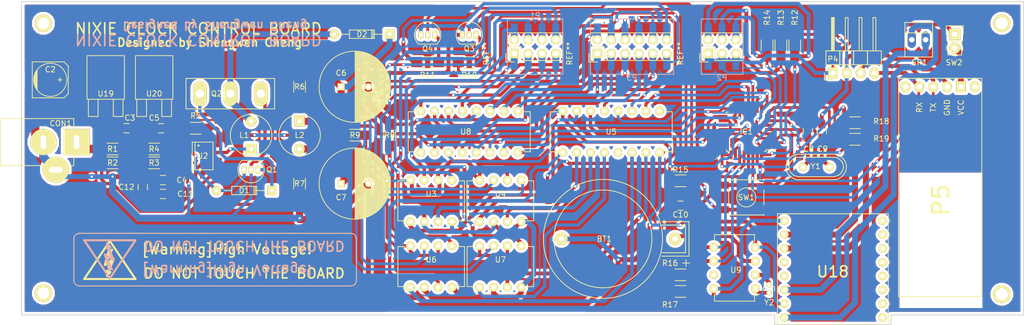
<source format=kicad_pcb>
(kicad_pcb (version 4) (host pcbnew 4.0.2-4+6225~38~ubuntu14.04.1-stable)
  (layers (0 F.Cu signal) (31 B.Cu signal) (34 B.Paste user) (35 F.Paste user) (36 B.SilkS user) (37 F.SilkS user) (38 B.Mask user) (39 F.Mask user) (44 Edge.Cuts user))
  (net 0 "")
  (net 1 /RTC/GND)
  (net 2 "Net-(BT1-Pad1)")
  (net 3 /power_supply/12V)
  (net 4 /RTC/5V)
  (net 5 "Net-(C6-Pad1)")
  (net 6 /nixie_control/170V)
  (net 7 Crystal1)
  (net 8 Ctystal2)
  (net 9 "Net-(D1-Pad2)")
  (net 10 "Net-(D1-Pad1)")
  (net 11 "Net-(D2-Pad2)")
  (net 12 Digit_A3)
  (net 13 Digit_A2)
  (net 14 Digit_A1)
  (net 15 Digit_A0)
  (net 16 Font_D)
  (net 17 Font_C)
  (net 18 Font_B)
  (net 19 Font_A)
  (net 20 right_comma)
  (net 21 left_comma)
  (net 22 /RTC/I2C_SDA)
  (net 23 /RTC/I2C_SCL)
  (net 24 Reset)
  (net 25 USART_RX)
  (net 26 USART_TX)
  (net 27 Mode_button)
  (net 28 "Net-(L1-Pad1)")
  (net 29 "Net-(P1-Pad1)")
  (net 30 "Net-(P1-Pad2)")
  (net 31 "Net-(P1-Pad3)")
  (net 32 "Net-(P1-Pad4)")
  (net 33 "Net-(P1-Pad5)")
  (net 34 "Net-(P1-Pad6)")
  (net 35 "Net-(P1-Pad7)")
  (net 36 "Net-(P1-Pad8)")
  (net 37 "Net-(Q3-Pad3)")
  (net 38 "Net-(Q4-Pad3)")
  (net 39 "Net-(R4-Pad2)")
  (net 40 "Net-(R5-Pad2)")
  (net 41 "Net-(R6-Pad2)")
  (net 42 "Net-(U3-Pad1)")
  (net 43 "Net-(U3-Pad3)")
  (net 44 "Net-(U4-Pad1)")
  (net 45 "Net-(U4-Pad3)")
  (net 46 "Net-(U5-Pad7)")
  (net 47 "Net-(U5-Pad6)")
  (net 48 "Net-(U5-Pad4)")
  (net 49 "Net-(U5-Pad1)")
  (net 50 "Net-(U9-Pad1)")
  (net 51 "Net-(U9-Pad2)")
  (net 52 "Net-(P3-Pad2)")
  (net 53 "Net-(P3-Pad1)")
  (net 54 "Net-(P3-Pad8)")
  (net 55 "Net-(P3-Pad7)")
  (net 56 "Net-(P3-Pad3)")
  (net 57 "Net-(P3-Pad4)")
  (net 58 "Net-(P3-Pad6)")
  (net 59 "Net-(P3-Pad5)")
  (net 60 "Net-(P3-Pad9)")
  (net 61 "Net-(P3-Pad10)")
  (net 62 _cathode_comma_left)
  (net 63 _cathode_comma_right)
  (net 64 Search_button)
  (net 65 Adjust_button)
  (net 66 "Net-(R8-Pad2)")
  (net 67 "Net-(R9-Pad1)")
  (net 68 MP3_TX)
  (net 69 MP3_RX)
  (net 70 "Net-(R18-Pad1)")
  (net 71 "Net-(R19-Pad1)")
  (net 72 "Net-(SP1-Pad1)")
  (net 73 "Net-(SP1-Pad2)")
  (net 74 "Net-(C3-Pad1)")
  (net 75 "Net-(C11-Pad1)")
  (net 76 "Net-(C12-Pad1)")
  (net 77 "Net-(P5-Pad4)")
  (module warning:warning (layer B.Cu) (at 68.25488 122.64644)
    (fp_text reference REF** hide)
    (fp_text value Symbol_HighVoltage_Type2_CopperTop_VerySmall)
  )
  (module Mounting_Holes:MountingHole_2.2mm_M2 (layer F.Cu) (at 231.83088 129.75844)
    (fp_text reference REF** hide)
    (fp_text value MountingHole_2.2mm_M2 hide)
    (pad "" np_thru_hole circle (at 0 0) (size 3.2 3.2) (drill 2.2) (layers *.Cu *.Mask F.SilkS))
  )
  (module Mounting_Holes:MountingHole_2.2mm_M2 (layer F.Cu) (at 231.83088 80)
    (fp_text reference REF** hide)
    (fp_text value MountingHole_2.2mm_M2 hide)
    (pad "" np_thru_hole circle (at 0 0) (size 3.2 3.2) (drill 2.2) (layers *.Cu *.Mask F.SilkS))
  )
  (module Mounting_Holes:MountingHole_2.2mm_M2 (layer F.Cu) (at 56.07 129.56844)
    (fp_text reference REF** hide)
    (fp_text value MountingHole_2.2mm_M2 hide)
    (pad "" np_thru_hole circle (at 0 0) (size 3.2 3.2) (drill 2.2) (layers *.Cu *.Mask F.SilkS))
  )
  (module Housings_DIP:DIP-8_W7.62mm (layer F.Cu) (at 136.07288 116.42344 90)
    (fp_text reference U4 (at 5.08 3.81 180) (layer F.SilkS))
    (fp_text value TLP521)
    (pad 1 thru_hole oval (at 0 0 90) (size 1.6 1.6) (drill 0.8) (layers *.Cu *.Mask F.SilkS) (net 44 "Net-(U4-Pad1)"))
    (pad 2 thru_hole oval (at 0 2.54 90) (size 1.6 1.6) (drill 0.8) (layers *.Cu *.Mask F.SilkS) (net 66 "Net-(R8-Pad2)"))
    (pad 3 thru_hole oval (at 0 5.08 90) (size 1.6 1.6) (drill 0.8) (layers *.Cu *.Mask F.SilkS) (net 45 "Net-(U4-Pad3)"))
    (pad 4 thru_hole oval (at 0 7.62 90) (size 1.6 1.6) (drill 0.8) (layers *.Cu *.Mask F.SilkS) (net 66 "Net-(R8-Pad2)"))
    (pad 5 thru_hole oval (at 7.62 7.62 90) (size 1.6 1.6) (drill 0.8) (layers *.Cu *.Mask F.SilkS) (net 34 "Net-(P1-Pad6)"))
    (pad 6 thru_hole oval (at 7.62 5.08 90) (size 1.6 1.6) (drill 0.8) (layers *.Cu *.Mask F.SilkS) (net 67 "Net-(R9-Pad1)"))
    (pad 7 thru_hole oval (at 7.62 2.54 90) (size 1.6 1.6) (drill 0.8) (layers *.Cu *.Mask F.SilkS) (net 33 "Net-(P1-Pad5)"))
    (pad 8 thru_hole oval (at 7.62 0 90) (size 1.6 1.6) (drill 0.8) (layers *.Cu *.Mask F.SilkS) (net 67 "Net-(R9-Pad1)"))
  )
  (module Housings_DIP:DIP-8_W7.62mm (layer F.Cu) (at 136.07288 128.48844 90)
    (fp_text reference U7 (at 5.08 3.81 180) (layer F.SilkS))
    (fp_text value TLP521)
    (pad 1 thru_hole oval (at 0 0 90) (size 1.6 1.6) (drill 0.8) (layers *.Cu *.Mask F.SilkS) (net 48 "Net-(U5-Pad4)"))
    (pad 2 thru_hole oval (at 0 2.54 90) (size 1.6 1.6) (drill 0.8) (layers *.Cu *.Mask F.SilkS) (net 66 "Net-(R8-Pad2)"))
    (pad 3 thru_hole oval (at 0 5.08 90) (size 1.6 1.6) (drill 0.8) (layers *.Cu *.Mask F.SilkS) (net 46 "Net-(U5-Pad7)"))
    (pad 4 thru_hole oval (at 0 7.62 90) (size 1.6 1.6) (drill 0.8) (layers *.Cu *.Mask F.SilkS) (net 66 "Net-(R8-Pad2)"))
    (pad 5 thru_hole oval (at 7.62 7.62 90) (size 1.6 1.6) (drill 0.8) (layers *.Cu *.Mask F.SilkS) (net 30 "Net-(P1-Pad2)"))
    (pad 6 thru_hole oval (at 7.62 5.08 90) (size 1.6 1.6) (drill 0.8) (layers *.Cu *.Mask F.SilkS) (net 67 "Net-(R9-Pad1)"))
    (pad 7 thru_hole oval (at 7.62 2.54 90) (size 1.6 1.6) (drill 0.8) (layers *.Cu *.Mask F.SilkS) (net 29 "Net-(P1-Pad1)"))
    (pad 8 thru_hole oval (at 7.62 0 90) (size 1.6 1.6) (drill 0.8) (layers *.Cu *.Mask F.SilkS) (net 67 "Net-(R9-Pad1)"))
  )
  (module Capacitors_ThroughHole:C_Radial_D13_L21_P5 (layer F.Cu) (at 110.67288 109.43844)
    (fp_text reference C7 (at 0 2.54) (layer F.SilkS))
    (fp_text value 33uf/250v)
    (pad 1 thru_hole rect (at 0 0) (size 1.3 1.3) (drill 0.8) (layers *.Cu *.Mask F.SilkS) (net 6 /nixie_control/170V))
    (pad 2 thru_hole circle (at 5 0) (size 1.3 1.3) (drill 0.8) (layers *.Cu *.Mask F.SilkS) (net 1 /RTC/GND))
  )
  (module Capacitors_SMD:C_0805_HandSoldering (layer F.Cu) (at 71.30288 99.27844)
    (fp_text reference C3 (at 0.635 -1.905) (layer F.SilkS))
    (fp_text value 0.1uf)
    (pad 1 smd rect (at -1.25 0) (size 1.5 1.25) (layers F.Cu F.Paste F.Mask) (net 74 "Net-(C3-Pad1)"))
    (pad 2 smd rect (at 1.25 0) (size 1.5 1.25) (layers F.Cu F.Paste F.Mask) (net 1 /RTC/GND))
  )
  (module Capacitors_SMD:C_0805_HandSoldering (layer F.Cu) (at 78 108.80344 180)
    (fp_text reference C4 (at -3.46288 0 180) (layer F.SilkS))
    (fp_text value 1000pf)
    (pad 1 smd rect (at -1.25 0 180) (size 1.5 1.25) (layers F.Cu F.Paste F.Mask) (net 75 "Net-(C11-Pad1)"))
    (pad 2 smd rect (at 1.25 0 180) (size 1.5 1.25) (layers F.Cu F.Paste F.Mask) (net 76 "Net-(C12-Pad1)"))
  )
  (module Capacitors_SMD:C_0805_HandSoldering (layer F.Cu) (at 77.65288 99.27844 180)
    (fp_text reference C5 (at 1.27 1.905 180) (layer F.SilkS))
    (fp_text value 0.1uf)
    (pad 1 smd rect (at -1.25 0 180) (size 1.5 1.25) (layers F.Cu F.Paste F.Mask) (net 4 /RTC/5V))
    (pad 2 smd rect (at 1.25 0 180) (size 1.5 1.25) (layers F.Cu F.Paste F.Mask) (net 1 /RTC/GND))
  )
  (module Capacitors_ThroughHole:C_Radial_D13_L21_P5 (layer F.Cu) (at 110.67288 91.65844)
    (fp_text reference C6 (at 0 -2.54) (layer F.SilkS))
    (fp_text value 33v/250v)
    (pad 1 thru_hole rect (at 0 0) (size 1.3 1.3) (drill 0.8) (layers *.Cu *.Mask F.SilkS) (net 5 "Net-(C6-Pad1)"))
    (pad 2 thru_hole circle (at 5 0) (size 1.3 1.3) (drill 0.8) (layers *.Cu *.Mask F.SilkS) (net 1 /RTC/GND))
  )
  (module Capacitors_SMD:C_0805_HandSoldering (layer F.Cu) (at 196.27088 99.78644 90)
    (fp_text reference C8 (at -3.302 0.127 180) (layer F.SilkS))
    (fp_text value 22pf)
    (pad 1 smd rect (at -1.25 0 90) (size 1.5 1.25) (layers F.Cu F.Paste F.Mask) (net 7 Crystal1))
    (pad 2 smd rect (at 1.25 0 90) (size 1.5 1.25) (layers F.Cu F.Paste F.Mask) (net 1 /RTC/GND))
  )
  (module Capacitors_SMD:C_0805_HandSoldering (layer F.Cu) (at 198.81088 99.78644 90)
    (fp_text reference C9 (at -3.302 0.127 180) (layer F.SilkS))
    (fp_text value 22pf)
    (pad 1 smd rect (at -1.25 0 90) (size 1.5 1.25) (layers F.Cu F.Paste F.Mask) (net 8 Ctystal2))
    (pad 2 smd rect (at 1.25 0 90) (size 1.5 1.25) (layers F.Cu F.Paste F.Mask) (net 1 /RTC/GND))
  )
  (module Capacitors_SMD:C_0805_HandSoldering (layer F.Cu) (at 172.90288 113.50244 180)
    (fp_text reference C10 (at 0 -1.651 180) (layer F.SilkS))
    (fp_text value 0.1uf)
    (pad 1 smd rect (at -1.25 0 180) (size 1.5 1.25) (layers F.Cu F.Paste F.Mask) (net 1 /RTC/GND))
    (pad 2 smd rect (at 1.25 0 180) (size 1.5 1.25) (layers F.Cu F.Paste F.Mask) (net 4 /RTC/5V))
  )
  (module Capacitors_SMD:C_0805_HandSoldering (layer F.Cu) (at 78 111.34344 180)
    (fp_text reference C11 (at -4.09788 0 180) (layer F.SilkS))
    (fp_text value 1000pf)
    (pad 1 smd rect (at -1.25 0 180) (size 1.5 1.25) (layers F.Cu F.Paste F.Mask) (net 75 "Net-(C11-Pad1)"))
    (pad 2 smd rect (at 1.25 0 180) (size 1.5 1.25) (layers F.Cu F.Paste F.Mask) (net 1 /RTC/GND))
  )
  (module Capacitors_SMD:C_0805_HandSoldering (layer F.Cu) (at 74.3 110.07344 270)
    (fp_text reference C12 (at 0 2.99712 360) (layer F.SilkS))
    (fp_text value 1000pf)
    (pad 1 smd rect (at -1.25 0 270) (size 1.5 1.25) (layers F.Cu F.Paste F.Mask) (net 76 "Net-(C12-Pad1)"))
    (pad 2 smd rect (at 1.25 0 270) (size 1.5 1.25) (layers F.Cu F.Paste F.Mask) (net 1 /RTC/GND))
  )
  (module Diodes_ThroughHole:Diode_DO-35_SOD27_Horizontal_RM10 (layer F.Cu) (at 97.97288 110.70844 180)
    (fp_text reference D1 (at 5.08 0 180) (layer F.SilkS))
    (fp_text value 1N4148)
    (pad 2 thru_hole circle (at 10.16052 -0.00254) (size 1.69926 1.69926) (drill 0.70104) (layers *.Cu *.Mask F.SilkS) (net 9 "Net-(D1-Pad2)"))
    (pad 1 thru_hole rect (at 0.00052 -0.00254) (size 1.69926 1.69926) (drill 0.70104) (layers *.Cu *.Mask F.SilkS) (net 10 "Net-(D1-Pad1)"))
  )
  (module Diodes_ThroughHole:Diode_DO-35_SOD27_Horizontal_RM10 (layer F.Cu) (at 119.56288 82.00644 180)
    (fp_text reference D2 (at 5.08 0 180) (layer F.SilkS))
    (fp_text value FR157)
    (pad 2 thru_hole circle (at 10.16052 -0.00254) (size 1.69926 1.69926) (drill 0.70104) (layers *.Cu *.Mask F.SilkS) (net 11 "Net-(D2-Pad2)"))
    (pad 1 thru_hole rect (at 0.00052 -0.00254) (size 1.69926 1.69926) (drill 0.70104) (layers *.Cu *.Mask F.SilkS) (net 5 "Net-(C6-Pad1)"))
  )
  (module Housings_QFP:TQFP-32_7x7mm_Pitch0.8mm (layer F.Cu) (at 184.96788 99.91344 180)
    (fp_text reference IC1 (at 0 0 180) (layer F.SilkS))
    (fp_text value ATMEGA328P-A)
    (pad 1 smd rect (at -4.25 -2.8 180) (size 1.6 0.55) (layers F.Cu F.Paste F.Mask) (net 64 Search_button))
    (pad 2 smd rect (at -4.25 -2 180) (size 1.6 0.55) (layers F.Cu F.Paste F.Mask) (net 65 Adjust_button))
    (pad 3 smd rect (at -4.25 -1.2 180) (size 1.6 0.55) (layers F.Cu F.Paste F.Mask) (net 1 /RTC/GND))
    (pad 4 smd rect (at -4.25 -0.4 180) (size 1.6 0.55) (layers F.Cu F.Paste F.Mask) (net 4 /RTC/5V))
    (pad 5 smd rect (at -4.25 0.4 180) (size 1.6 0.55) (layers F.Cu F.Paste F.Mask) (net 1 /RTC/GND))
    (pad 6 smd rect (at -4.25 1.2 180) (size 1.6 0.55) (layers F.Cu F.Paste F.Mask) (net 4 /RTC/5V))
    (pad 7 smd rect (at -4.25 2 180) (size 1.6 0.55) (layers F.Cu F.Paste F.Mask) (net 7 Crystal1))
    (pad 8 smd rect (at -4.25 2.8 180) (size 1.6 0.55) (layers F.Cu F.Paste F.Mask) (net 8 Ctystal2))
    (pad 9 smd rect (at -2.8 4.25 270) (size 1.6 0.55) (layers F.Cu F.Paste F.Mask) (net 12 Digit_A3))
    (pad 10 smd rect (at -2 4.25 270) (size 1.6 0.55) (layers F.Cu F.Paste F.Mask) (net 13 Digit_A2))
    (pad 11 smd rect (at -1.2 4.25 270) (size 1.6 0.55) (layers F.Cu F.Paste F.Mask) (net 14 Digit_A1))
    (pad 12 smd rect (at -0.4 4.25 270) (size 1.6 0.55) (layers F.Cu F.Paste F.Mask) (net 15 Digit_A0))
    (pad 13 smd rect (at 0.4 4.25 270) (size 1.6 0.55) (layers F.Cu F.Paste F.Mask))
    (pad 14 smd rect (at 1.2 4.25 270) (size 1.6 0.55) (layers F.Cu F.Paste F.Mask) (net 16 Font_D))
    (pad 15 smd rect (at 2 4.25 270) (size 1.6 0.55) (layers F.Cu F.Paste F.Mask) (net 17 Font_C))
    (pad 16 smd rect (at 2.8 4.25 270) (size 1.6 0.55) (layers F.Cu F.Paste F.Mask) (net 18 Font_B))
    (pad 17 smd rect (at 4.25 2.8 180) (size 1.6 0.55) (layers F.Cu F.Paste F.Mask) (net 19 Font_A))
    (pad 18 smd rect (at 4.25 2 180) (size 1.6 0.55) (layers F.Cu F.Paste F.Mask) (net 4 /RTC/5V))
    (pad 19 smd rect (at 4.25 1.2 180) (size 1.6 0.55) (layers F.Cu F.Paste F.Mask))
    (pad 20 smd rect (at 4.25 0.4 180) (size 1.6 0.55) (layers F.Cu F.Paste F.Mask) (net 4 /RTC/5V))
    (pad 21 smd rect (at 4.25 -0.4 180) (size 1.6 0.55) (layers F.Cu F.Paste F.Mask) (net 1 /RTC/GND))
    (pad 22 smd rect (at 4.25 -1.2 180) (size 1.6 0.55) (layers F.Cu F.Paste F.Mask))
    (pad 23 smd rect (at 4.25 -2 180) (size 1.6 0.55) (layers F.Cu F.Paste F.Mask) (net 20 right_comma))
    (pad 24 smd rect (at 4.25 -2.8 180) (size 1.6 0.55) (layers F.Cu F.Paste F.Mask) (net 21 left_comma))
    (pad 25 smd rect (at 2.8 -4.25 270) (size 1.6 0.55) (layers F.Cu F.Paste F.Mask) (net 68 MP3_TX))
    (pad 26 smd rect (at 2 -4.25 270) (size 1.6 0.55) (layers F.Cu F.Paste F.Mask) (net 69 MP3_RX))
    (pad 27 smd rect (at 1.2 -4.25 270) (size 1.6 0.55) (layers F.Cu F.Paste F.Mask) (net 22 /RTC/I2C_SDA))
    (pad 28 smd rect (at 0.4 -4.25 270) (size 1.6 0.55) (layers F.Cu F.Paste F.Mask) (net 23 /RTC/I2C_SCL))
    (pad 29 smd rect (at -0.4 -4.25 270) (size 1.6 0.55) (layers F.Cu F.Paste F.Mask) (net 24 Reset))
    (pad 30 smd rect (at -1.2 -4.25 270) (size 1.6 0.55) (layers F.Cu F.Paste F.Mask) (net 25 USART_RX))
    (pad 31 smd rect (at -2 -4.25 270) (size 1.6 0.55) (layers F.Cu F.Paste F.Mask) (net 26 USART_TX))
    (pad 32 smd rect (at -2.8 -4.25 270) (size 1.6 0.55) (layers F.Cu F.Paste F.Mask) (net 27 Mode_button))
  )
  (module Inductors:INDUCTOR_V (layer F.Cu) (at 94.16288 100.54844 90)
    (fp_text reference L1 (at 0 -1.27 180) (layer F.SilkS))
    (fp_text value 220uh)
    (pad 1 thru_hole rect (at -2.54 0 90) (size 1.905 1.905) (drill 0.8128) (layers *.Cu *.Mask F.SilkS) (net 28 "Net-(L1-Pad1)"))
    (pad 2 thru_hole circle (at 2.54 0 90) (size 1.905 1.905) (drill 0.8128) (layers *.Cu *.Mask F.SilkS) (net 11 "Net-(D2-Pad2)"))
  )
  (module Inductors:INDUCTOR_V (layer F.Cu) (at 103.05288 100.54844 270)
    (fp_text reference L2 (at 0 0 360) (layer F.SilkS))
    (fp_text value 22uh)
    (pad 1 thru_hole rect (at -2.54 0 270) (size 1.905 1.905) (drill 0.8128) (layers *.Cu *.Mask F.SilkS) (net 5 "Net-(C6-Pad1)"))
    (pad 2 thru_hole circle (at 2.54 0 270) (size 1.905 1.905) (drill 0.8128) (layers *.Cu *.Mask F.SilkS) (net 6 /nixie_control/170V))
  )
  (module TO_SOT_Packages_THT:TO-92_Inline_Narrow_Oval (layer F.Cu) (at 95.43288 106.89844 180)
    (fp_text reference Q1 (at -2.54 0 180) (layer F.SilkS))
    (fp_text value 2SB647)
    (pad 2 thru_hole oval (at 1.27 0) (size 0.89916 1.50114) (drill 0.6) (layers *.Cu *.Mask F.SilkS) (net 1 /RTC/GND))
    (pad 3 thru_hole oval (at 2.54 0) (size 0.89916 1.50114) (drill 0.6) (layers *.Cu *.Mask F.SilkS) (net 9 "Net-(D1-Pad2)"))
    (pad 1 thru_hole oval (at 0 0) (size 0.89916 1.50114) (drill 0.6) (layers *.Cu *.Mask F.SilkS) (net 10 "Net-(D1-Pad1)"))
  )
  (module TO_SOT_Packages_THT:TO-247_Vertical_Neutral123 (layer F.Cu) (at 90.35288 92.92844)
    (fp_text reference Q2 (at -2.54 0) (layer F.SilkS))
    (fp_text value 2SK2611)
    (pad 2 thru_hole oval (at 0 0 90) (size 4.50088 2.49936) (drill 1.50114) (layers *.Cu *.Mask F.SilkS) (net 11 "Net-(D2-Pad2)"))
    (pad 1 thru_hole oval (at -5.588 0 90) (size 4.50088 2.49936) (drill 1.50114) (layers *.Cu *.Mask F.SilkS) (net 10 "Net-(D1-Pad1)"))
    (pad 3 thru_hole oval (at 5.588 0 90) (size 4.50088 2.49936) (drill 1.50114) (layers *.Cu *.Mask F.SilkS) (net 1 /RTC/GND))
  )
  (module TO_SOT_Packages_THT:TO-92_Inline_Narrow_Oval (layer F.Cu) (at 132.89788 82.13344)
    (fp_text reference Q3 (at 1.27 2.54) (layer F.SilkS))
    (fp_text value Q_NPN_EBC)
    (pad 2 thru_hole oval (at 1.27 0 180) (size 0.89916 1.50114) (drill 0.6) (layers *.Cu *.Mask F.SilkS) (net 21 left_comma))
    (pad 3 thru_hole oval (at 2.54 0 180) (size 0.89916 1.50114) (drill 0.6) (layers *.Cu *.Mask F.SilkS) (net 37 "Net-(Q3-Pad3)"))
    (pad 1 thru_hole oval (at 0 0 180) (size 0.89916 1.50114) (drill 0.6) (layers *.Cu *.Mask F.SilkS) (net 1 /RTC/GND))
  )
  (module TO_SOT_Packages_THT:TO-92_Inline_Narrow_Oval (layer F.Cu) (at 125.27788 82.13344)
    (fp_text reference Q4 (at 1.27 2.54) (layer F.SilkS))
    (fp_text value Q_NPN_EBC)
    (pad 2 thru_hole oval (at 1.27 0 180) (size 0.89916 1.50114) (drill 0.6) (layers *.Cu *.Mask F.SilkS) (net 20 right_comma))
    (pad 3 thru_hole oval (at 2.54 0 180) (size 0.89916 1.50114) (drill 0.6) (layers *.Cu *.Mask F.SilkS) (net 38 "Net-(Q4-Pad3)"))
    (pad 1 thru_hole oval (at 0 0 180) (size 0.89916 1.50114) (drill 0.6) (layers *.Cu *.Mask F.SilkS) (net 1 /RTC/GND))
  )
  (module Resistors_SMD:R_1206_HandSoldering (layer F.Cu) (at 68.76288 103.08844)
    (fp_text reference R1 (at 0 0) (layer F.SilkS))
    (fp_text value 0.5ohm)
    (pad 1 smd rect (at -2 0) (size 2 1.7) (layers F.Cu F.Paste F.Mask) (net 3 /power_supply/12V))
    (pad 2 smd rect (at 2 0) (size 2 1.7) (layers F.Cu F.Paste F.Mask) (net 28 "Net-(L1-Pad1)"))
  )
  (module Resistors_SMD:R_1206_HandSoldering (layer F.Cu) (at 68.76288 105.62844)
    (fp_text reference R2 (at 0 0) (layer F.SilkS))
    (fp_text value 0.5ohm)
    (pad 1 smd rect (at -2 0) (size 2 1.7) (layers F.Cu F.Paste F.Mask) (net 3 /power_supply/12V))
    (pad 2 smd rect (at 2 0) (size 2 1.7) (layers F.Cu F.Paste F.Mask) (net 28 "Net-(L1-Pad1)"))
  )
  (module Resistors_SMD:R_1206_HandSoldering (layer F.Cu) (at 76.38288 105.62844 180)
    (fp_text reference R3 (at 0 0 180) (layer F.SilkS))
    (fp_text value "1k ohm")
    (pad 1 smd rect (at -2 0 180) (size 2 1.7) (layers F.Cu F.Paste F.Mask) (net 9 "Net-(D1-Pad2)"))
    (pad 2 smd rect (at 2 0 180) (size 2 1.7) (layers F.Cu F.Paste F.Mask) (net 1 /RTC/GND))
  )
  (module Resistors_SMD:R_1206_HandSoldering (layer F.Cu) (at 76.38288 103.08844)
    (fp_text reference R4 (at 0 0) (layer F.SilkS))
    (fp_text value "1k ohm")
    (pad 1 smd rect (at -2 0) (size 2 1.7) (layers F.Cu F.Paste F.Mask) (net 28 "Net-(L1-Pad1)"))
    (pad 2 smd rect (at 2 0) (size 2 1.7) (layers F.Cu F.Paste F.Mask) (net 39 "Net-(R4-Pad2)"))
  )
  (module Resistors_SMD:R_1206_HandSoldering (layer F.Cu) (at 84.00288 99.27844)
    (fp_text reference R5 (at 0 -2.3) (layer F.SilkS))
    (fp_text value 620ohm)
    (pad 1 smd rect (at -2 0) (size 2 1.7) (layers F.Cu F.Paste F.Mask) (net 28 "Net-(L1-Pad1)"))
    (pad 2 smd rect (at 2 0) (size 2 1.7) (layers F.Cu F.Paste F.Mask) (net 40 "Net-(R5-Pad2)"))
  )
  (module Resistors_SMD:R_1206_HandSoldering (layer F.Cu) (at 103.05288 91.65844 270)
    (fp_text reference R6 (at 0 0 360) (layer F.SilkS))
    (fp_text value "100k ohm")
    (pad 1 smd rect (at -2 0 270) (size 2 1.7) (layers F.Cu F.Paste F.Mask) (net 5 "Net-(C6-Pad1)"))
    (pad 2 smd rect (at 2 0 270) (size 2 1.7) (layers F.Cu F.Paste F.Mask) (net 41 "Net-(R6-Pad2)"))
  )
  (module Resistors_SMD:R_1206_HandSoldering (layer F.Cu) (at 103.05288 109.43844 270)
    (fp_text reference R7 (at 0 0 360) (layer F.SilkS))
    (fp_text value "760 ohm")
    (pad 1 smd rect (at -2 0 270) (size 2 1.7) (layers F.Cu F.Paste F.Mask) (net 41 "Net-(R6-Pad2)"))
    (pad 2 smd rect (at 2 0 270) (size 2 1.7) (layers F.Cu F.Paste F.Mask) (net 1 /RTC/GND))
  )
  (module Resistors_SMD:R_1206_HandSoldering (layer F.Cu) (at 119.56288 100.54844 270)
    (fp_text reference R8 (at 0 0 360) (layer F.SilkS))
    (fp_text value 330ohm)
    (pad 1 smd rect (at -2 0 270) (size 2 1.7) (layers F.Cu F.Paste F.Mask) (net 1 /RTC/GND))
    (pad 2 smd rect (at 2 0 270) (size 2 1.7) (layers F.Cu F.Paste F.Mask) (net 66 "Net-(R8-Pad2)"))
  )
  (module Resistors_SMD:R_1206_HandSoldering (layer F.Cu) (at 113.21288 100.54844 180)
    (fp_text reference R9 (at 0 0 180) (layer F.SilkS))
    (fp_text value "18k ohm")
    (pad 1 smd rect (at -2 0 180) (size 2 1.7) (layers F.Cu F.Paste F.Mask) (net 67 "Net-(R9-Pad1)"))
    (pad 2 smd rect (at 2 0 180) (size 2 1.7) (layers F.Cu F.Paste F.Mask) (net 6 /nixie_control/170V))
  )
  (module Resistors_SMD:R_1206_HandSoldering (layer F.Cu) (at 134.16788 87.21344 180)
    (fp_text reference R10 (at 0 -2.3 180) (layer F.SilkS))
    (fp_text value R)
    (pad 1 smd rect (at -2 0 180) (size 2 1.7) (layers F.Cu F.Paste F.Mask) (net 37 "Net-(Q3-Pad3)"))
    (pad 2 smd rect (at 2 0 180) (size 2 1.7) (layers F.Cu F.Paste F.Mask) (net 62 _cathode_comma_left))
  )
  (module Resistors_SMD:R_1206_HandSoldering (layer F.Cu) (at 126.54788 87.21344 180)
    (fp_text reference R11 (at 0 -2.3 180) (layer F.SilkS))
    (fp_text value R)
    (pad 1 smd rect (at -2 0 180) (size 2 1.7) (layers F.Cu F.Paste F.Mask) (net 38 "Net-(Q4-Pad3)"))
    (pad 2 smd rect (at 2 0 180) (size 2 1.7) (layers F.Cu F.Paste F.Mask) (net 63 _cathode_comma_right))
  )
  (module Resistors_SMD:R_1206_HandSoldering (layer F.Cu) (at 193.85788 84.03844 270)
    (fp_text reference R12 (at -5.08 0 270) (layer F.SilkS))
    (fp_text value 330ohm)
    (pad 1 smd rect (at -2 0 270) (size 2 1.7) (layers F.Cu F.Paste F.Mask) (net 1 /RTC/GND))
    (pad 2 smd rect (at 2 0 270) (size 2 1.7) (layers F.Cu F.Paste F.Mask) (net 27 Mode_button))
  )
  (module Resistors_SMD:R_1206_HandSoldering (layer F.Cu) (at 191.31788 84.03844 270)
    (fp_text reference R13 (at -5.08 0 270) (layer F.SilkS))
    (fp_text value 330ohm)
    (pad 1 smd rect (at -2 0 270) (size 2 1.7) (layers F.Cu F.Paste F.Mask) (net 1 /RTC/GND))
    (pad 2 smd rect (at 2 0 270) (size 2 1.7) (layers F.Cu F.Paste F.Mask) (net 65 Adjust_button))
  )
  (module Resistors_SMD:R_1206_HandSoldering (layer F.Cu) (at 188.77788 84.03844 270)
    (fp_text reference R14 (at -5.08 0 270) (layer F.SilkS))
    (fp_text value 330ohm)
    (pad 1 smd rect (at -2 0 270) (size 2 1.7) (layers F.Cu F.Paste F.Mask) (net 1 /RTC/GND))
    (pad 2 smd rect (at 2 0 270) (size 2 1.7) (layers F.Cu F.Paste F.Mask) (net 64 Search_button))
  )
  (module Resistors_SMD:R_1206_HandSoldering (layer F.Cu) (at 172.90288 108.93044 180)
    (fp_text reference R15 (at 0 2.032 180) (layer F.SilkS))
    (fp_text value "10k ohm")
    (pad 1 smd rect (at -2 0 180) (size 2 1.7) (layers F.Cu F.Paste F.Mask) (net 24 Reset))
    (pad 2 smd rect (at 2 0 180) (size 2 1.7) (layers F.Cu F.Paste F.Mask) (net 4 /RTC/5V))
  )
  (module Resistors_SMD:R_1206_HandSoldering (layer F.Cu) (at 172.90288 126.20244)
    (fp_text reference R16 (at -1.905 -2.159) (layer F.SilkS))
    (fp_text value "4.7k ohm")
    (pad 1 smd rect (at -2 0) (size 2 1.7) (layers F.Cu F.Paste F.Mask) (net 4 /RTC/5V))
    (pad 2 smd rect (at 2 0) (size 2 1.7) (layers F.Cu F.Paste F.Mask) (net 23 /RTC/I2C_SCL))
  )
  (module Resistors_SMD:R_1206_HandSoldering (layer F.Cu) (at 172.90288 129.25044)
    (fp_text reference R17 (at -1.905 2.413) (layer F.SilkS))
    (fp_text value "4.7k ohm")
    (pad 1 smd rect (at -2 0) (size 2 1.7) (layers F.Cu F.Paste F.Mask) (net 4 /RTC/5V))
    (pad 2 smd rect (at 2 0) (size 2 1.7) (layers F.Cu F.Paste F.Mask) (net 22 /RTC/I2C_SDA))
  )
  (module Resistors_SMD:R_1206_HandSoldering (layer F.Cu) (at 204.90688 101.31044 180)
    (fp_text reference R19 (at -4.826 0.127 180) (layer F.SilkS))
    (fp_text value "1k ohm")
    (pad 1 smd rect (at -2 0 180) (size 2 1.7) (layers F.Cu F.Paste F.Mask) (net 71 "Net-(R19-Pad1)"))
    (pad 2 smd rect (at 2 0 180) (size 2 1.7) (layers F.Cu F.Paste F.Mask) (net 68 MP3_TX))
  )
  (module Connect:PINHEAD1-2 (layer F.Cu) (at 216.59088 83.02244)
    (fp_text reference SP1 (at 0.127 4.191) (layer F.SilkS))
    (fp_text value SPEAKER)
    (pad 1 thru_hole oval (at -1.27 0) (size 1.50622 3.01498) (drill 0.99822) (layers *.Cu *.Mask) (net 72 "Net-(SP1-Pad1)"))
    (pad 2 thru_hole oval (at 1.27 0) (size 1.50622 3.01498) (drill 0.99822) (layers *.Cu *.Mask) (net 73 "Net-(SP1-Pad2)"))
  )
  (module Buttons_Switches_SMD:SW_SPST_PTS645 (layer F.Cu) (at 184.96788 111.97844)
    (fp_text reference SW1 (at 0 0) (layer F.SilkS))
    (fp_text value SW_PUSH)
    (pad 2 smd rect (at -3.975 2.25) (size 1.55 1.3) (layers F.Cu F.Paste F.Mask) (net 24 Reset))
    (pad 1 smd rect (at -3.975 -2.25) (size 1.55 1.3) (layers F.Cu F.Paste F.Mask) (net 1 /RTC/GND))
    (pad 1 smd rect (at 3.975 -2.25) (size 1.55 1.3) (layers F.Cu F.Paste F.Mask) (net 1 /RTC/GND))
    (pad 2 smd rect (at 3.975 2.25) (size 1.55 1.3) (layers F.Cu F.Paste F.Mask) (net 24 Reset))
  )
  (module Power_Integrations:SO-8 (layer F.Cu) (at 85.27288 104.35844 270)
    (fp_text reference U2 (at 0 0 360) (layer F.SilkS))
    (fp_text value MC34063A)
    (pad 1 smd oval (at -1.905 2.794 270) (size 0.6096 1.4732) (layers F.Cu F.Paste F.Mask) (net 39 "Net-(R4-Pad2)"))
    (pad 2 smd oval (at -0.635 2.794 270) (size 0.6096 1.4732) (layers F.Cu F.Paste F.Mask) (net 9 "Net-(D1-Pad2)"))
    (pad 3 smd oval (at 0.635 2.794 270) (size 0.6096 1.4732) (layers F.Cu F.Paste F.Mask) (net 75 "Net-(C11-Pad1)"))
    (pad 4 smd oval (at 1.905 2.794 270) (size 0.6096 1.4732) (layers F.Cu F.Paste F.Mask) (net 1 /RTC/GND))
    (pad 5 smd oval (at 1.905 -2.794 270) (size 0.6096 1.4732) (layers F.Cu F.Paste F.Mask) (net 41 "Net-(R6-Pad2)"))
    (pad 6 smd oval (at 0.635 -2.794 270) (size 0.6096 1.4732) (layers F.Cu F.Paste F.Mask) (net 3 /power_supply/12V))
    (pad 7 smd oval (at -0.635 -2.794 270) (size 0.6096 1.4732) (layers F.Cu F.Paste F.Mask) (net 28 "Net-(L1-Pad1)"))
    (pad 8 smd oval (at -1.905 -2.794 270) (size 0.6096 1.4732) (layers F.Cu F.Paste F.Mask) (net 40 "Net-(R5-Pad2)"))
  )
  (module Housings_DIP:DIP-8_W7.62mm (layer F.Cu) (at 123.37288 116.42344 90)
    (fp_text reference U3 (at 5.08 3.81 180) (layer F.SilkS))
    (fp_text value TLP521)
    (pad 1 thru_hole oval (at 0 0 90) (size 1.6 1.6) (drill 0.8) (layers *.Cu *.Mask F.SilkS) (net 42 "Net-(U3-Pad1)"))
    (pad 2 thru_hole oval (at 0 2.54 90) (size 1.6 1.6) (drill 0.8) (layers *.Cu *.Mask F.SilkS) (net 66 "Net-(R8-Pad2)"))
    (pad 3 thru_hole oval (at 0 5.08 90) (size 1.6 1.6) (drill 0.8) (layers *.Cu *.Mask F.SilkS) (net 43 "Net-(U3-Pad3)"))
    (pad 4 thru_hole oval (at 0 7.62 90) (size 1.6 1.6) (drill 0.8) (layers *.Cu *.Mask F.SilkS) (net 66 "Net-(R8-Pad2)"))
    (pad 5 thru_hole oval (at 7.62 7.62 90) (size 1.6 1.6) (drill 0.8) (layers *.Cu *.Mask F.SilkS) (net 36 "Net-(P1-Pad8)"))
    (pad 6 thru_hole oval (at 7.62 5.08 90) (size 1.6 1.6) (drill 0.8) (layers *.Cu *.Mask F.SilkS) (net 67 "Net-(R9-Pad1)"))
    (pad 7 thru_hole oval (at 7.62 2.54 90) (size 1.6 1.6) (drill 0.8) (layers *.Cu *.Mask F.SilkS) (net 35 "Net-(P1-Pad7)"))
    (pad 8 thru_hole oval (at 7.62 0 90) (size 1.6 1.6) (drill 0.8) (layers *.Cu *.Mask F.SilkS) (net 67 "Net-(R9-Pad1)"))
  )
  (module Housings_DIP:DIP-16_W7.62mm (layer F.Cu) (at 151.31288 103.72344 90)
    (fp_text reference U5 (at 3.81 8.89 180) (layer F.SilkS))
    (fp_text value HEF4028)
    (pad 1 thru_hole oval (at 0 0 90) (size 1.6 1.6) (drill 0.8) (layers *.Cu *.Mask F.SilkS) (net 49 "Net-(U5-Pad1)"))
    (pad 2 thru_hole oval (at 0 2.54 90) (size 1.6 1.6) (drill 0.8) (layers *.Cu *.Mask F.SilkS) (net 45 "Net-(U4-Pad3)"))
    (pad 3 thru_hole oval (at 0 5.08 90) (size 1.6 1.6) (drill 0.8) (layers *.Cu *.Mask F.SilkS) (net 43 "Net-(U3-Pad3)"))
    (pad 4 thru_hole oval (at 0 7.62 90) (size 1.6 1.6) (drill 0.8) (layers *.Cu *.Mask F.SilkS) (net 48 "Net-(U5-Pad4)"))
    (pad 5 thru_hole oval (at 0 10.16 90) (size 1.6 1.6) (drill 0.8) (layers *.Cu *.Mask F.SilkS))
    (pad 6 thru_hole oval (at 0 12.7 90) (size 1.6 1.6) (drill 0.8) (layers *.Cu *.Mask F.SilkS) (net 47 "Net-(U5-Pad6)"))
    (pad 7 thru_hole oval (at 0 15.24 90) (size 1.6 1.6) (drill 0.8) (layers *.Cu *.Mask F.SilkS) (net 46 "Net-(U5-Pad7)"))
    (pad 8 thru_hole oval (at 0 17.78 90) (size 1.6 1.6) (drill 0.8) (layers *.Cu *.Mask F.SilkS) (net 1 /RTC/GND))
    (pad 9 thru_hole oval (at 7.62 17.78 90) (size 1.6 1.6) (drill 0.8) (layers *.Cu *.Mask F.SilkS))
    (pad 10 thru_hole oval (at 7.62 15.24 90) (size 1.6 1.6) (drill 0.8) (layers *.Cu *.Mask F.SilkS) (net 15 Digit_A0))
    (pad 11 thru_hole oval (at 7.62 12.7 90) (size 1.6 1.6) (drill 0.8) (layers *.Cu *.Mask F.SilkS) (net 12 Digit_A3))
    (pad 12 thru_hole oval (at 7.62 10.16 90) (size 1.6 1.6) (drill 0.8) (layers *.Cu *.Mask F.SilkS) (net 13 Digit_A2))
    (pad 13 thru_hole oval (at 7.62 7.62 90) (size 1.6 1.6) (drill 0.8) (layers *.Cu *.Mask F.SilkS) (net 14 Digit_A1))
    (pad 14 thru_hole oval (at 7.62 5.08 90) (size 1.6 1.6) (drill 0.8) (layers *.Cu *.Mask F.SilkS) (net 42 "Net-(U3-Pad1)"))
    (pad 15 thru_hole oval (at 7.62 2.54 90) (size 1.6 1.6) (drill 0.8) (layers *.Cu *.Mask F.SilkS) (net 44 "Net-(U4-Pad1)"))
    (pad 16 thru_hole oval (at 7.62 0 90) (size 1.6 1.6) (drill 0.8) (layers *.Cu *.Mask F.SilkS) (net 4 /RTC/5V))
  )
  (module Housings_DIP:DIP-8_W7.62mm (layer F.Cu) (at 123.37288 128.48844 90)
    (fp_text reference U6 (at 5.08 3.81 180) (layer F.SilkS))
    (fp_text value TLP521)
    (pad 1 thru_hole oval (at 0 0 90) (size 1.6 1.6) (drill 0.8) (layers *.Cu *.Mask F.SilkS) (net 47 "Net-(U5-Pad6)"))
    (pad 2 thru_hole oval (at 0 2.54 90) (size 1.6 1.6) (drill 0.8) (layers *.Cu *.Mask F.SilkS) (net 66 "Net-(R8-Pad2)"))
    (pad 3 thru_hole oval (at 0 5.08 90) (size 1.6 1.6) (drill 0.8) (layers *.Cu *.Mask F.SilkS) (net 49 "Net-(U5-Pad1)"))
    (pad 4 thru_hole oval (at 0 7.62 90) (size 1.6 1.6) (drill 0.8) (layers *.Cu *.Mask F.SilkS) (net 66 "Net-(R8-Pad2)"))
    (pad 5 thru_hole oval (at 7.62 7.62 90) (size 1.6 1.6) (drill 0.8) (layers *.Cu *.Mask F.SilkS) (net 32 "Net-(P1-Pad4)"))
    (pad 6 thru_hole oval (at 7.62 5.08 90) (size 1.6 1.6) (drill 0.8) (layers *.Cu *.Mask F.SilkS) (net 67 "Net-(R9-Pad1)"))
    (pad 7 thru_hole oval (at 7.62 2.54 90) (size 1.6 1.6) (drill 0.8) (layers *.Cu *.Mask F.SilkS) (net 31 "Net-(P1-Pad3)"))
    (pad 8 thru_hole oval (at 7.62 0 90) (size 1.6 1.6) (drill 0.8) (layers *.Cu *.Mask F.SilkS) (net 67 "Net-(R9-Pad1)"))
  )
  (module Housings_DIP:DIP-16_W7.62mm (layer F.Cu) (at 125.27788 103.72344 90)
    (fp_text reference U8 (at 3.81 8.255 180) (layer F.SilkS))
    (fp_text value K155ID1)
    (pad 1 thru_hole oval (at 0 0 90) (size 1.6 1.6) (drill 0.8) (layers *.Cu *.Mask F.SilkS) (net 52 "Net-(P3-Pad2)"))
    (pad 2 thru_hole oval (at 0 2.54 90) (size 1.6 1.6) (drill 0.8) (layers *.Cu *.Mask F.SilkS) (net 53 "Net-(P3-Pad1)"))
    (pad 3 thru_hole oval (at 0 5.08 90) (size 1.6 1.6) (drill 0.8) (layers *.Cu *.Mask F.SilkS) (net 19 Font_A))
    (pad 4 thru_hole oval (at 0 7.62 90) (size 1.6 1.6) (drill 0.8) (layers *.Cu *.Mask F.SilkS) (net 16 Font_D))
    (pad 5 thru_hole oval (at 0 10.16 90) (size 1.6 1.6) (drill 0.8) (layers *.Cu *.Mask F.SilkS) (net 4 /RTC/5V))
    (pad 6 thru_hole oval (at 0 12.7 90) (size 1.6 1.6) (drill 0.8) (layers *.Cu *.Mask F.SilkS) (net 18 Font_B))
    (pad 7 thru_hole oval (at 0 15.24 90) (size 1.6 1.6) (drill 0.8) (layers *.Cu *.Mask F.SilkS) (net 17 Font_C))
    (pad 8 thru_hole oval (at 0 17.78 90) (size 1.6 1.6) (drill 0.8) (layers *.Cu *.Mask F.SilkS) (net 54 "Net-(P3-Pad8)"))
    (pad 9 thru_hole oval (at 7.62 17.78 90) (size 1.6 1.6) (drill 0.8) (layers *.Cu *.Mask F.SilkS) (net 55 "Net-(P3-Pad7)"))
    (pad 10 thru_hole oval (at 7.62 15.24 90) (size 1.6 1.6) (drill 0.8) (layers *.Cu *.Mask F.SilkS) (net 56 "Net-(P3-Pad3)"))
    (pad 11 thru_hole oval (at 7.62 12.7 90) (size 1.6 1.6) (drill 0.8) (layers *.Cu *.Mask F.SilkS) (net 57 "Net-(P3-Pad4)"))
    (pad 12 thru_hole oval (at 7.62 10.16 90) (size 1.6 1.6) (drill 0.8) (layers *.Cu *.Mask F.SilkS) (net 1 /RTC/GND))
    (pad 13 thru_hole oval (at 7.62 7.62 90) (size 1.6 1.6) (drill 0.8) (layers *.Cu *.Mask F.SilkS) (net 58 "Net-(P3-Pad6)"))
    (pad 14 thru_hole oval (at 7.62 5.08 90) (size 1.6 1.6) (drill 0.8) (layers *.Cu *.Mask F.SilkS) (net 59 "Net-(P3-Pad5)"))
    (pad 15 thru_hole oval (at 7.62 2.54 90) (size 1.6 1.6) (drill 0.8) (layers *.Cu *.Mask F.SilkS) (net 60 "Net-(P3-Pad9)"))
    (pad 16 thru_hole oval (at 7.62 0 90) (size 1.6 1.6) (drill 0.8) (layers *.Cu *.Mask F.SilkS) (net 61 "Net-(P3-Pad10)"))
  )
  (module Crystals:Crystal_HC49-U_Vertical (layer F.Cu) (at 197.79488 106.39044)
    (fp_text reference Y1 (at -0.127 -0.127) (layer F.SilkS))
    (fp_text value 16MHZ)
    (pad 1 thru_hole circle (at -2.44094 0) (size 1.50114 1.50114) (drill 0.8001) (layers *.Cu *.Mask F.SilkS) (net 7 Crystal1))
    (pad 2 thru_hole circle (at 2.44094 0) (size 1.50114 1.50114) (drill 0.8001) (layers *.Cu *.Mask F.SilkS) (net 8 Ctystal2))
  )
  (module Crystals:Crystal_Round_Vertical_2mm (layer F.Cu) (at 189.15888 128.74244 90)
    (fp_text reference Y2 (at -2.54 0 180) (layer F.SilkS))
    (fp_text value 32.768khz)
    (pad 1 thru_hole circle (at -0.7493 0 90) (size 1.00076 1.00076) (drill 0.59944) (layers *.Cu *.Mask F.SilkS) (net 50 "Net-(U9-Pad1)"))
    (pad 2 thru_hole circle (at 0.7493 0 90) (size 1.00076 1.00076) (drill 0.59944) (layers *.Cu *.Mask F.SilkS) (net 51 "Net-(U9-Pad2)"))
  )
  (module Housings_DIP:DIP-8_W7.62mm (layer F.Cu) (at 186.61888 128.74244 180)
    (fp_text reference U9 (at 3.556 3.429 180) (layer F.SilkS))
    (fp_text value DS1307)
    (pad 1 thru_hole oval (at 0 0 180) (size 1.6 1.6) (drill 0.8) (layers *.Cu *.Mask F.SilkS) (net 50 "Net-(U9-Pad1)"))
    (pad 2 thru_hole oval (at 0 2.54 180) (size 1.6 1.6) (drill 0.8) (layers *.Cu *.Mask F.SilkS) (net 51 "Net-(U9-Pad2)"))
    (pad 3 thru_hole oval (at 0 5.08 180) (size 1.6 1.6) (drill 0.8) (layers *.Cu *.Mask F.SilkS) (net 2 "Net-(BT1-Pad1)"))
    (pad 4 thru_hole oval (at 0 7.62 180) (size 1.6 1.6) (drill 0.8) (layers *.Cu *.Mask F.SilkS) (net 1 /RTC/GND))
    (pad 5 thru_hole oval (at 7.62 7.62 180) (size 1.6 1.6) (drill 0.8) (layers *.Cu *.Mask F.SilkS) (net 22 /RTC/I2C_SDA))
    (pad 6 thru_hole oval (at 7.62 5.08 180) (size 1.6 1.6) (drill 0.8) (layers *.Cu *.Mask F.SilkS) (net 23 /RTC/I2C_SCL))
    (pad 7 thru_hole oval (at 7.62 2.54 180) (size 1.6 1.6) (drill 0.8) (layers *.Cu *.Mask F.SilkS))
    (pad 8 thru_hole oval (at 7.62 0 180) (size 1.6 1.6) (drill 0.8) (layers *.Cu *.Mask F.SilkS) (net 4 /RTC/5V))
  )
  (module Pin_Headers:Pin_Header_Straight_1x02 (layer F.Cu) (at 223.19488 82.00644)
    (fp_text reference SW2 (at -0.127 5.207) (layer F.SilkS))
    (fp_text value SPST)
    (pad 1 thru_hole rect (at 0 0) (size 2.032 2.032) (drill 1.016) (layers *.Cu *.Mask F.SilkS) (net 4 /RTC/5V))
    (pad 2 thru_hole oval (at 0 2.54) (size 2.032 2.032) (drill 1.016) (layers *.Cu *.Mask F.SilkS) (net 77 "Net-(P5-Pad4)"))
  )
  (module Resistors_SMD:R_1206_HandSoldering (layer F.Cu) (at 204.90688 98.26244 180)
    (fp_text reference R18 (at -4.826 0.254 180) (layer F.SilkS))
    (fp_text value "1K ohm")
    (pad 1 smd rect (at -2 0 180) (size 2 1.7) (layers F.Cu F.Paste F.Mask) (net 70 "Net-(R18-Pad1)"))
    (pad 2 smd rect (at 2 0 180) (size 2 1.7) (layers F.Cu F.Paste F.Mask) (net 69 MP3_RX))
  )
  (module dfplayer:DFPlayer (layer F.Cu) (at 200.84288 125.15444)
    (fp_text reference U18 (at 0 0.476) (layer F.SilkS) (effects (font (size 2 2) (thickness 0.3))))
    (fp_text value DFPlayer)
    (pad 1 thru_hole circle (at -8.89 -8.89) (size 1.524 1.524) (drill 0.762) (layers *.Cu *.Mask F.SilkS) (net 4 /RTC/5V))
    (pad 2 thru_hole circle (at -8.89 -6.35) (size 1.524 1.524) (drill 0.762) (layers *.Cu *.Mask F.SilkS) (net 70 "Net-(R18-Pad1)"))
    (pad 3 thru_hole circle (at -8.89 -3.81) (size 1.524 1.524) (drill 0.762) (layers *.Cu *.Mask F.SilkS) (net 71 "Net-(R19-Pad1)"))
    (pad 4 thru_hole circle (at -8.89 -1.27) (size 1.524 1.524) (drill 0.762) (layers *.Cu *.Mask F.SilkS))
    (pad 5 thru_hole circle (at -8.89 1.27) (size 1.524 1.524) (drill 0.762) (layers *.Cu *.Mask F.SilkS))
    (pad 6 thru_hole circle (at -8.89 3.81) (size 1.524 1.524) (drill 0.762) (layers *.Cu *.Mask F.SilkS) (net 73 "Net-(SP1-Pad2)"))
    (pad 7 thru_hole circle (at -8.89 6.35) (size 1.524 1.524) (drill 0.762) (layers *.Cu *.Mask F.SilkS) (net 1 /RTC/GND))
    (pad 8 thru_hole circle (at -8.89 8.89) (size 1.524 1.524) (drill 0.762) (layers *.Cu *.Mask F.SilkS) (net 72 "Net-(SP1-Pad1)"))
    (pad 9 thru_hole circle (at 9.11 8.89) (size 1.524 1.524) (drill 0.762) (layers *.Cu *.Mask F.SilkS))
    (pad 10 thru_hole circle (at 9.11 6.35) (size 1.524 1.524) (drill 0.762) (layers *.Cu *.Mask F.SilkS))
    (pad 11 thru_hole circle (at 9.11 3.81) (size 1.524 1.524) (drill 0.762) (layers *.Cu *.Mask F.SilkS))
    (pad 12 thru_hole circle (at 9.11 1.27) (size 1.524 1.524) (drill 0.762) (layers *.Cu *.Mask F.SilkS))
    (pad 13 thru_hole circle (at 9.11 -1.27) (size 1.524 1.524) (drill 0.762) (layers *.Cu *.Mask F.SilkS))
    (pad 14 thru_hole circle (at 9.11 -3.81) (size 1.524 1.524) (drill 0.762) (layers *.Cu *.Mask F.SilkS))
    (pad 15 thru_hole circle (at 9.11 -6.35) (size 1.524 1.524) (drill 0.762) (layers *.Cu *.Mask F.SilkS))
    (pad 16 thru_hole circle (at 9.11 -8.89) (size 1.524 1.524) (drill 0.762) (layers *.Cu *.Mask F.SilkS))
  )
  (module Pin_Headers:Pin_Header_Angled_1x04 (layer F.Cu) (at 200.84288 89.11844 90)
    (fp_text reference P4 (at 2.54 0 180) (layer F.SilkS))
    (fp_text value CONN_01X04)
    (pad 1 thru_hole rect (at 0 0 90) (size 2.032 1.7272) (drill 1.016) (layers *.Cu *.Mask F.SilkS) (net 4 /RTC/5V))
    (pad 2 thru_hole oval (at 0 2.54 90) (size 2.032 1.7272) (drill 1.016) (layers *.Cu *.Mask F.SilkS) (net 1 /RTC/GND))
    (pad 3 thru_hole oval (at 0 5.08 90) (size 2.032 1.7272) (drill 1.016) (layers *.Cu *.Mask F.SilkS) (net 25 USART_RX))
    (pad 4 thru_hole oval (at 0 7.62 90) (size 2.032 1.7272) (drill 1.016) (layers *.Cu *.Mask F.SilkS) (net 26 USART_TX))
  )
  (module Connect:JACK_ALIM (layer F.Cu) (at 56.06288 101.81844)
    (fp_text reference CON1 (at 3.175 -3.425) (layer F.SilkS))
    (fp_text value BARREL_JACK)
    (pad 2 thru_hole circle (at 0 0) (size 4.8006 4.8006) (drill oval 1.016 2.54) (layers *.Cu *.Mask F.SilkS) (net 1 /RTC/GND))
    (pad 1 thru_hole rect (at 6.096 0) (size 4.8006 4.8006) (drill oval 1.016 2.54) (layers *.Cu *.Mask F.SilkS) (net 3 /power_supply/12V))
    (pad 3 thru_hole circle (at 2.286 5.08) (size 4.8006 4.8006) (drill oval 2.54 1.016) (layers *.Cu *.Mask F.SilkS) (net 1 /RTC/GND))
  )
  (module Capacitors_SMD:c_elec_6.3x5.3 (layer F.Cu) (at 57.33288 90.38844)
    (fp_text reference C2 (at 0 -1.905) (layer F.SilkS))
    (fp_text value 100uf/16v)
    (pad 1 smd rect (at 2.75082 0) (size 3.59918 1.6002) (layers F.Cu F.Paste F.Mask) (net 3 /power_supply/12V))
    (pad 2 smd rect (at -2.75082 0) (size 3.59918 1.6002) (layers F.Cu F.Paste F.Mask) (net 1 /RTC/GND))
  )
  (module TO_SOT_Packages_SMD:TO-252-2Lead (layer F.Cu) (at 67.49288 95.46844)
    (fp_text reference U19 (at 0 -2.54) (layer F.SilkS))
    (fp_text value LM7808CT)
    (pad 1 smd rect (at -2.286 0) (size 1.651 3.048) (layers F.Cu F.Paste F.Mask) (net 3 /power_supply/12V))
    (pad 2 smd rect (at 0 -6.35) (size 6.096 6.096) (layers F.Cu F.Paste F.Mask) (net 1 /RTC/GND))
    (pad 3 smd rect (at 2.286 0) (size 1.651 3.048) (layers F.Cu F.Paste F.Mask) (net 74 "Net-(C3-Pad1)"))
  )
  (module TO_SOT_Packages_SMD:TO-252-2Lead (layer F.Cu) (at 76.38288 95.46844)
    (fp_text reference U20 (at 0 -2.54) (layer F.SilkS))
    (fp_text value SMD_7805)
    (pad 1 smd rect (at -2.286 0) (size 1.651 3.048) (layers F.Cu F.Paste F.Mask) (net 74 "Net-(C3-Pad1)"))
    (pad 2 smd rect (at 0 -6.35) (size 6.096 6.096) (layers F.Cu F.Paste F.Mask) (net 1 /RTC/GND))
    (pad 3 smd rect (at 2.286 0) (size 1.651 3.048) (layers F.Cu F.Paste F.Mask) (net 4 /RTC/5V))
  )
  (module SMD_PIN_2_BY_4_REVERSE:SMD_PIN_2_BY_4_REVERSE (layer B.Cu) (at 142.42288 85.56244)
    (fp_text reference P1 (at 3.81 -6.985) (layer B.SilkS) (effects (justify mirror)))
    (fp_text value CONN_01X08)
    (pad 2 smd rect (at 0 -4.04) (size 1.27 3) (layers B.Cu B.Paste B.Mask) (net 30 "Net-(P1-Pad2)"))
    (pad 4 smd rect (at 2.54 -4.04) (size 1.27 3) (layers B.Cu B.Paste B.Mask) (net 32 "Net-(P1-Pad4)"))
    (pad 8 smd rect (at 7.62 -4.04) (size 1.27 3) (layers B.Cu B.Paste B.Mask) (net 36 "Net-(P1-Pad8)"))
    (pad 6 smd rect (at 5.08 -4.04) (size 1.27 3) (layers B.Cu B.Paste B.Mask) (net 34 "Net-(P1-Pad6)"))
    (pad 5 smd rect (at 5.08 1.5) (size 1.27 3) (layers B.Cu B.Paste B.Mask) (net 33 "Net-(P1-Pad5)"))
    (pad 7 smd rect (at 7.62 1.5) (size 1.27 3) (layers B.Cu B.Paste B.Mask) (net 35 "Net-(P1-Pad7)"))
    (pad 3 smd rect (at 2.54 1.5) (size 1.27 3) (layers B.Cu B.Paste B.Mask) (net 31 "Net-(P1-Pad3)"))
    (pad 1 smd rect (at 0 1.5) (size 1.27 3) (layers B.Cu B.Paste B.Mask) (net 29 "Net-(P1-Pad1)"))
  )
  (module SMD_PIN_2_BY_3_REVERSE:SMD_PIN_2_BY_3_REVERSE (layer B.Cu) (at 177.98288 85.56244)
    (fp_text reference P2 (at 2.54 4.445) (layer B.SilkS) (effects (justify mirror)))
    (fp_text value CONN_02X03)
    (pad 2 smd rect (at 0 -4.04) (size 1.27 3) (layers B.Cu B.Paste B.Mask) (net 27 Mode_button))
    (pad 4 smd rect (at 2.54 -4.04) (size 1.27 3) (layers B.Cu B.Paste B.Mask) (net 65 Adjust_button))
    (pad 6 smd rect (at 5.08 -4.04) (size 1.27 3) (layers B.Cu B.Paste B.Mask) (net 64 Search_button))
    (pad 5 smd rect (at 5.08 1.5) (size 1.27 3) (layers B.Cu B.Paste B.Mask) (net 4 /RTC/5V))
    (pad 3 smd rect (at 2.54 1.5) (size 1.27 3) (layers B.Cu B.Paste B.Mask) (net 4 /RTC/5V))
    (pad 1 smd rect (at 0 1.5) (size 1.27 3) (layers B.Cu B.Paste B.Mask) (net 4 /RTC/5V))
  )
  (module SMD_PIN_2_BY_6_REVERSE:SMD_PIN_2_BY_6_REVERSE (layer B.Cu) (at 157.66288 85.56244)
    (fp_text reference P3 (at 6.35 4.445) (layer B.SilkS) (effects (justify mirror)))
    (fp_text value CONN_01X12)
    (pad 11 smd rect (at 12.7 1.5) (size 1.27 3) (layers B.Cu B.Paste B.Mask) (net 62 _cathode_comma_left))
    (pad 9 smd rect (at 10.16 1.5) (size 1.27 3) (layers B.Cu B.Paste B.Mask) (net 60 "Net-(P3-Pad9)"))
    (pad 10 smd rect (at 10.16 -4.04) (size 1.27 3) (layers B.Cu B.Paste B.Mask) (net 61 "Net-(P3-Pad10)"))
    (pad 12 smd rect (at 12.7 -4.04) (size 1.27 3) (layers B.Cu B.Paste B.Mask) (net 63 _cathode_comma_right))
    (pad 2 smd rect (at 0 -4.04) (size 1.27 3) (layers B.Cu B.Paste B.Mask) (net 52 "Net-(P3-Pad2)"))
    (pad 4 smd rect (at 2.54 -4.04) (size 1.27 3) (layers B.Cu B.Paste B.Mask) (net 57 "Net-(P3-Pad4)"))
    (pad 8 smd rect (at 7.62 -4.04) (size 1.27 3) (layers B.Cu B.Paste B.Mask) (net 54 "Net-(P3-Pad8)"))
    (pad 6 smd rect (at 5.08 -4.04) (size 1.27 3) (layers B.Cu B.Paste B.Mask) (net 58 "Net-(P3-Pad6)"))
    (pad 5 smd rect (at 5.08 1.5) (size 1.27 3) (layers B.Cu B.Paste B.Mask) (net 59 "Net-(P3-Pad5)"))
    (pad 7 smd rect (at 7.62 1.5) (size 1.27 3) (layers B.Cu B.Paste B.Mask) (net 55 "Net-(P3-Pad7)"))
    (pad 3 smd rect (at 2.54 1.5) (size 1.27 3) (layers B.Cu B.Paste B.Mask) (net 56 "Net-(P3-Pad3)"))
    (pad 1 smd rect (at 0 1.5) (size 1.27 3) (layers B.Cu B.Paste B.Mask) (net 53 "Net-(P3-Pad1)"))
  )
  (module warning:warning (layer F.Cu) (at 68.25488 124.17044)
    (fp_text reference REF** hide)
    (fp_text value Symbol_HighVoltage_Type2_CopperTop_VerySmall)
  )
  (module Pin_Headers:Pin_Header_Straight_2x04 (layer F.Cu) (at 142.42288 85.56244 90)
    (fp_text reference REF** (at 0 -5.1 90) (layer F.SilkS))
    (fp_text value Pin_Header_Straight_2x04)
    (pad 1 thru_hole rect (at 0 0 90) (size 1.7272 1.7272) (drill 1.016) (layers *.Cu *.Mask F.SilkS))
    (pad 2 thru_hole oval (at 2.54 0 90) (size 1.7272 1.7272) (drill 1.016) (layers *.Cu *.Mask F.SilkS))
    (pad 3 thru_hole oval (at 0 2.54 90) (size 1.7272 1.7272) (drill 1.016) (layers *.Cu *.Mask F.SilkS))
    (pad 4 thru_hole oval (at 2.54 2.54 90) (size 1.7272 1.7272) (drill 1.016) (layers *.Cu *.Mask F.SilkS))
    (pad 5 thru_hole oval (at 0 5.08 90) (size 1.7272 1.7272) (drill 1.016) (layers *.Cu *.Mask F.SilkS))
    (pad 6 thru_hole oval (at 2.54 5.08 90) (size 1.7272 1.7272) (drill 1.016) (layers *.Cu *.Mask F.SilkS))
    (pad 7 thru_hole oval (at 0 7.62 90) (size 1.7272 1.7272) (drill 1.016) (layers *.Cu *.Mask F.SilkS))
    (pad 8 thru_hole oval (at 2.54 7.62 90) (size 1.7272 1.7272) (drill 1.016) (layers *.Cu *.Mask F.SilkS))
  )
  (module Pin_Headers:Pin_Header_Straight_2x06 (layer F.Cu) (at 157.66288 85.56244 90)
    (fp_text reference REF** (at 0 -5.1 90) (layer F.SilkS))
    (fp_text value Pin_Header_Straight_2x06)
    (pad 1 thru_hole rect (at 0 0 90) (size 1.7272 1.7272) (drill 1.016) (layers *.Cu *.Mask F.SilkS))
    (pad 2 thru_hole oval (at 2.54 0 90) (size 1.7272 1.7272) (drill 1.016) (layers *.Cu *.Mask F.SilkS))
    (pad 3 thru_hole oval (at 0 2.54 90) (size 1.7272 1.7272) (drill 1.016) (layers *.Cu *.Mask F.SilkS))
    (pad 4 thru_hole oval (at 2.54 2.54 90) (size 1.7272 1.7272) (drill 1.016) (layers *.Cu *.Mask F.SilkS))
    (pad 5 thru_hole oval (at 0 5.08 90) (size 1.7272 1.7272) (drill 1.016) (layers *.Cu *.Mask F.SilkS))
    (pad 6 thru_hole oval (at 2.54 5.08 90) (size 1.7272 1.7272) (drill 1.016) (layers *.Cu *.Mask F.SilkS))
    (pad 7 thru_hole oval (at 0 7.62 90) (size 1.7272 1.7272) (drill 1.016) (layers *.Cu *.Mask F.SilkS))
    (pad 8 thru_hole oval (at 2.54 7.62 90) (size 1.7272 1.7272) (drill 1.016) (layers *.Cu *.Mask F.SilkS))
    (pad 9 thru_hole oval (at 0 10.16 90) (size 1.7272 1.7272) (drill 1.016) (layers *.Cu *.Mask F.SilkS))
    (pad 10 thru_hole oval (at 2.54 10.16 90) (size 1.7272 1.7272) (drill 1.016) (layers *.Cu *.Mask F.SilkS))
    (pad 11 thru_hole oval (at 0 12.7 90) (size 1.7272 1.7272) (drill 1.016) (layers *.Cu *.Mask F.SilkS))
    (pad 12 thru_hole oval (at 2.54 12.7 90) (size 1.7272 1.7272) (drill 1.016) (layers *.Cu *.Mask F.SilkS))
  )
  (module Pin_Headers:Pin_Header_Straight_2x03 (layer F.Cu) (at 177.98288 85.56244 90)
    (fp_text reference REF** (at 0 -5.1 90) (layer F.SilkS))
    (fp_text value Pin_Header_Straight_2x03)
    (pad 1 thru_hole rect (at 0 0 90) (size 1.7272 1.7272) (drill 1.016) (layers *.Cu *.Mask F.SilkS))
    (pad 2 thru_hole oval (at 2.54 0 90) (size 1.7272 1.7272) (drill 1.016) (layers *.Cu *.Mask F.SilkS))
    (pad 3 thru_hole oval (at 0 2.54 90) (size 1.7272 1.7272) (drill 1.016) (layers *.Cu *.Mask F.SilkS))
    (pad 4 thru_hole oval (at 2.54 2.54 90) (size 1.7272 1.7272) (drill 1.016) (layers *.Cu *.Mask F.SilkS))
    (pad 5 thru_hole oval (at 0 5.08 90) (size 1.7272 1.7272) (drill 1.016) (layers *.Cu *.Mask F.SilkS))
    (pad 6 thru_hole oval (at 2.54 5.08 90) (size 1.7272 1.7272) (drill 1.016) (layers *.Cu *.Mask F.SilkS))
  )
  (module CR2032H:CR2032H (layer F.Cu) (at 158.67888 119.59844)
    (fp_text reference BT1 (at 0.254 0) (layer F.SilkS))
    (fp_text value CR1220)
    (pad 2 thru_hole circle (at -7.62 0) (size 2.286 2.286) (drill 1.016) (layers *.Cu *.Mask F.SilkS) (net 1 /RTC/GND))
    (pad 1 thru_hole circle (at 13.24 0) (size 2.286 2.286) (drill 1.016) (layers *.Cu *.Mask F.SilkS) (net 2 "Net-(BT1-Pad1)"))
  )
  (module Mounting_Holes:MountingHole_2.2mm_M2 (layer F.Cu) (at 56.07 80)
    (fp_text reference REF** hide)
    (fp_text value MountingHole_2.2mm_M2 hide)
    (pad "" np_thru_hole circle (at 0 0) (size 3.2 3.2) (drill 2.2) (layers *.Cu *.Mask F.SilkS))
  )
  (module HC06:HC06 (layer F.Cu) (at 224.33788 91.65844 270)
    (fp_text reference P5 (at 20.828 3.683 270) (layer F.SilkS) (effects (font (size 3 3) (thickness 0.45))))
    (fp_text value BLUETOOTH_SJ)
    (fp_text user VCC (at 3.81 0 270) (layer F.SilkS))
    (fp_text user GND (at 3.81 2.54 270) (layer F.SilkS))
    (fp_text user TX (at 3.81 5.08 270) (layer F.SilkS))
    (fp_text user RX (at 3.81 7.62 270) (layer F.SilkS))
    (pad "" thru_hole oval (at 0 -2.54 270) (size 2.032 1.7272) (drill 1.016) (layers *.Cu *.Mask F.SilkS))
    (pad "" thru_hole oval (at 0 10.16 270) (size 2.032 1.7272) (drill 1.016) (layers *.Cu *.Mask F.SilkS))
    (pad 4 thru_hole rect (at 0 0 270) (size 2.032 1.7272) (drill 1.016) (layers *.Cu *.Mask F.SilkS) (net 77 "Net-(P5-Pad4)"))
    (pad 3 thru_hole oval (at 0 2.54 270) (size 2.032 1.7272) (drill 1.016) (layers *.Cu *.Mask F.SilkS) (net 1 /RTC/GND))
    (pad 2 thru_hole oval (at 0 5.08 270) (size 2.032 1.7272) (drill 1.016) (layers *.Cu *.Mask F.SilkS) (net 25 USART_RX))
    (pad 1 thru_hole oval (at 0 7.62 270) (size 2.032 1.7272) (drill 1.016) (layers *.Cu *.Mask F.SilkS) (net 26 USART_TX))
  )
  (gr_text "NIXIE CLOCK CONTROL BOARD\n" (at 84.51088 83.02244 180) (layer B.SilkS) (effects (font (size 2 2) (thickness 0.3)) (justify mirror)))
  (gr_text "Designed by Shengwen Cheng" (at 87.55888 80.48244 180) (layer B.SilkS) (effects (font (size 1.5 1.5) (thickness 0.3)) (justify mirror)))
  (gr_text "DO NOT TOUCH THE BOARD\n" (at 92.89288 120.86844 180) (layer B.SilkS) (effects (font (size 1.8 1.8) (thickness 0.3)) (justify mirror)))
  (gr_text "[Warning]High Voltage!\n" (at 89.71788 125.31344 180) (layer B.SilkS) (effects (font (size 1.8 1.8) (thickness 0.3)) (justify mirror)))
  (gr_arc (start 112.45088 127.21844) (end 112.45088 128.23444) (angle -90) (layer B.SilkS) (width 0.15))
  (gr_arc (start 112.45088 119.59844) (end 113.46688 119.59844) (angle -90) (layer B.SilkS) (width 0.15))
  (gr_arc (start 62.66688 127.21844) (end 61.65088 127.21844) (angle -90) (layer B.SilkS) (width 0.15))
  (gr_arc (start 62.66688 119.59844) (end 62.66688 118.58244) (angle -90) (layer B.SilkS) (width 0.15))
  (gr_line (start 62.66688 128.23444) (end 112.45088 128.23444) (angle 90) (layer B.SilkS) (width 0.15))
  (gr_line (start 61.65088 127.21844) (end 61.65088 119.59844) (angle 90) (layer B.SilkS) (width 0.15))
  (gr_line (start 62.66688 118.58244) (end 112.45088 118.58244) (angle 90) (layer B.SilkS) (width 0.15))
  (gr_line (start 113.46688 119.59844) (end 113.46688 127.21844) (angle 90) (layer B.SilkS) (width 0.15))
  (gr_line (start 211.51088 133.56844) (end 235.83088 133.56844) (angle 90) (layer Edge.Cuts) (width 0.15))
  (gr_line (start 190.17488 135.37844) (end 190.17488 133.56844) (angle 90) (layer Edge.Cuts) (width 0.15))
  (gr_line (start 211.51088 135.37844) (end 190.17488 135.37844) (angle 90) (layer Edge.Cuts) (width 0.15))
  (gr_line (start 211.51088 133.56844) (end 211.51088 135.37844) (angle 90) (layer Edge.Cuts) (width 0.15))
  (gr_text "Designed by Shengwen Cheng" (at 86.54288 83.53044) (layer F.SilkS) (effects (font (size 1.5 1.5) (thickness 0.3))))
  (gr_text "NIXIE CLOCK CONTROL BOARD\n" (at 84.51088 80.99044) (layer F.SilkS) (effects (font (size 2 2) (thickness 0.3))))
  (gr_line (start 113.46688 127.21844) (end 113.46688 119.59844) (angle 90) (layer F.SilkS) (width 0.15))
  (gr_line (start 62.66688 128.23444) (end 112.45088 128.23444) (angle 90) (layer F.SilkS) (width 0.15))
  (gr_line (start 61.65088 119.59844) (end 61.65088 127.21844) (angle 90) (layer F.SilkS) (width 0.15))
  (gr_line (start 62.66688 118.58244) (end 112.45088 118.58244) (angle 90) (layer F.SilkS) (width 0.15))
  (gr_arc (start 62.66688 127.21844) (end 62.66688 128.23444) (angle 90) (layer F.SilkS) (width 0.15))
  (gr_arc (start 62.66688 119.59844) (end 61.65088 119.59844) (angle 90) (layer F.SilkS) (width 0.15))
  (gr_arc (start 112.45088 127.21844) (end 113.46688 127.21844) (angle 90) (layer F.SilkS) (width 0.15))
  (gr_arc (start 112.45088 119.59844) (end 112.45088 118.58244) (angle 90) (layer F.SilkS) (width 0.15))
  (gr_text "[Warning]High Voltage!\n" (at 89.71788 121.50344) (layer F.SilkS) (effects (font (size 1.8 1.8) (thickness 0.3))))
  (gr_text "DO NOT TOUCH THE BOARD\n" (at 92.89288 125.94844) (layer F.SilkS) (effects (font (size 1.8 1.8) (thickness 0.3))))
  (gr_line (start 52.07 133.56844) (end 190.17488 133.56844) (angle 90) (layer Edge.Cuts) (width 0.15))
  (gr_line (start 235.83088 76) (end 235.83088 133.56844) (angle 90) (layer Edge.Cuts) (width 0.15))
  (gr_line (start 52.07 76) (end 52.07 133.56844) (angle 90) (layer Edge.Cuts) (width 0.15))
  (gr_line (start 52.07 76) (end 235.83088 76) (angle 90) (layer Edge.Cuts) (width 0.15))
  (segment (start 190.87338 100.99294) (end 190.75288 101.11344) (width 0.5) (layer F.Cu) (net 1))
  (segment (start 190.75288 101.11344) (end 189.21788 101.11344) (width 0.5) (layer F.Cu) (net 1))
  (segment (start 115.67288 89.03844) (end 115.75288 89.11844) (width 0.7) (layer F.Cu) (net 1))
  (segment (start 115.75288 89.11844) (end 129.84988 89.11844) (width 0.7) (layer F.Cu) (net 1))
  (segment (start 129.84988 89.11844) (end 130.35788 88.61044) (width 0.7) (layer F.Cu) (net 1))
  (segment (start 130.35788 88.61044) (end 129.84988 89.11844) (width 0.5) (layer F.Cu) (net 1))
  (segment (start 131.62788 82.13344) (end 132.89788 82.13344) (width 0.7) (layer F.Cu) (net 1))
  (segment (start 130.35788 83.40344) (end 131.62788 82.13344) (width 0.7) (layer F.Cu) (net 1))
  (segment (start 130.35788 88.61044) (end 130.35788 83.40344) (width 0.7) (layer F.Cu) (net 1))
  (segment (start 115.67288 91.65844) (end 115.67288 94.65844) (width 1.3) (layer F.Cu) (net 1))
  (segment (start 115.67288 94.65844) (end 119.56288 98.54844) (width 1.3) (layer F.Cu) (net 1))
  (segment (start 103.05288 116.04244) (end 109.06888 116.04244) (width 1.3) (layer F.Cu) (net 1))
  (segment (start 109.06888 116.04244) (end 115.67288 109.43844) (width 1.3) (layer F.Cu) (net 1))
  (via (at 103.05288 115.78844) (size 0.6) (drill 0.4) (layers F.Cu B.Cu) (net 1))
  (segment (start 103.05288 115.78844) (end 103.05288 116.04244) (width 1.3) (layer F.Cu) (net 1))
  (segment (start 103.05288 116.04244) (end 103.05288 111.43844) (width 1.3) (layer F.Cu) (net 1))
  (segment (start 167.31488 117.05844) (end 167.31488 115.53444) (width 0.6) (layer B.Cu) (net 1))
  (segment (start 169.09288 113.75644) (end 169.09288 103.72344) (width 0.6) (layer B.Cu) (net 1))
  (segment (start 167.31488 115.53444) (end 169.09288 113.75644) (width 0.6) (layer B.Cu) (net 1))
  (segment (start 174.15288 113.50244) (end 174.15288 115.80844) (width 0.6) (layer F.Cu) (net 1))
  (via (at 167.31488 117.05844) (size 0.6) (drill 0.4) (layers F.Cu B.Cu) (net 1))
  (segment (start 172.90288 117.05844) (end 167.31488 117.05844) (width 0.6) (layer B.Cu) (net 1))
  (via (at 172.90288 117.05844) (size 0.6) (drill 0.4) (layers F.Cu B.Cu) (net 1))
  (segment (start 174.15288 115.80844) (end 172.90288 117.05844) (width 0.6) (layer F.Cu) (net 1))
  (segment (start 119.56288 98.54844) (end 123.84888 98.54844) (width 0.6) (layer F.Cu) (net 1))
  (segment (start 123.84888 98.54844) (end 124.64288 97.75444) (width 0.6) (layer F.Cu) (net 1))
  (via (at 124.64288 97.75444) (size 0.6) (drill 0.4) (layers F.Cu B.Cu) (net 1))
  (segment (start 124.64288 97.75444) (end 134.29488 97.75444) (width 0.6) (layer B.Cu) (net 1))
  (segment (start 134.29488 97.75444) (end 135.43788 96.61144) (width 0.6) (layer B.Cu) (net 1))
  (segment (start 135.43788 96.61144) (end 135.43788 96.10344) (width 0.6) (layer B.Cu) (net 1))
  (segment (start 125.27788 82.13344) (end 125.27788 80.86344) (width 0.7) (layer B.Cu) (net 1))
  (segment (start 132.89788 81.11744) (end 132.89788 82.13344) (width 0.7) (layer B.Cu) (net 1))
  (segment (start 132.26288 80.48244) (end 132.89788 81.11744) (width 0.7) (layer B.Cu) (net 1))
  (segment (start 125.65888 80.48244) (end 132.26288 80.48244) (width 0.7) (layer B.Cu) (net 1))
  (segment (start 125.27788 80.86344) (end 125.65888 80.48244) (width 0.7) (layer B.Cu) (net 1))
  (segment (start 169.09288 103.72344) (end 169.72788 103.72344) (width 0.7) (layer F.Cu) (net 1))
  (segment (start 115.67288 109.43844) (end 115.67288 128.40844) (width 0.9) (layer F.Cu) (net 1))
  (segment (start 115.67288 128.40844) (end 119.05488 131.79044) (width 0.9) (layer F.Cu) (net 1))
  (segment (start 119.05488 131.79044) (end 155.63088 131.79044) (width 0.9) (layer F.Cu) (net 1))
  (segment (start 155.63088 131.79044) (end 161.47288 125.94844) (width 0.9) (layer F.Cu) (net 1))
  (segment (start 161.47288 125.94844) (end 161.47288 123.40844) (width 0.9) (layer F.Cu) (net 1))
  (segment (start 94.16288 106.89844) (end 94.16288 105.88244) (width 0.6) (layer F.Cu) (net 1))
  (segment (start 96.70288 103.85044) (end 96.70288 93.69044) (width 0.6) (layer F.Cu) (net 1))
  (segment (start 95.17888 105.37444) (end 96.70288 103.85044) (width 0.6) (layer F.Cu) (net 1))
  (segment (start 94.67088 105.37444) (end 95.17888 105.37444) (width 0.6) (layer F.Cu) (net 1))
  (segment (start 94.16288 105.88244) (end 94.67088 105.37444) (width 0.6) (layer F.Cu) (net 1))
  (segment (start 96.70288 93.69044) (end 95.94088 92.92844) (width 0.6) (layer F.Cu) (net 1))
  (segment (start 96.70288 93.69044) (end 95.94088 92.92844) (width 0.9) (layer B.Cu) (net 1))
  (segment (start 186.61888 121.12244) (end 188.65088 121.12244) (width 0.6) (layer B.Cu) (net 1))
  (segment (start 190.90488 131.50444) (end 191.95288 131.50444) (width 0.6) (layer B.Cu) (net 1))
  (segment (start 190.17488 130.77444) (end 190.90488 131.50444) (width 0.6) (layer B.Cu) (net 1))
  (segment (start 190.17488 122.64644) (end 190.17488 130.77444) (width 0.6) (layer B.Cu) (net 1))
  (segment (start 188.65088 121.12244) (end 190.17488 122.64644) (width 0.6) (layer B.Cu) (net 1))
  (segment (start 68.76288 108.16844) (end 68.76288 110.96244) (width 1.3) (layer B.Cu) (net 1))
  (segment (start 73.58888 115.78844) (end 82.73288 115.78844) (width 1.3) (layer B.Cu) (net 1))
  (segment (start 68.76288 110.96244) (end 73.58888 115.78844) (width 1.3) (layer B.Cu) (net 1))
  (segment (start 56.06288 101.81844) (end 56.06288 104.61244) (width 1.5) (layer B.Cu) (net 1))
  (segment (start 56.06288 104.61244) (end 58.34888 106.89844) (width 1.5) (layer B.Cu) (net 1))
  (segment (start 65.20688 108.16844) (end 59.61888 108.16844) (width 0.9) (layer B.Cu) (net 1))
  (via (at 64.95288 108.16844) (size 0.6) (drill 0.4) (layers F.Cu B.Cu) (net 1))
  (segment (start 59.61888 108.16844) (end 58.34888 106.89844) (width 0.9) (layer B.Cu) (net 1))
  (segment (start 54.58206 90.38844) (end 54.58206 100.33762) (width 1.5) (layer F.Cu) (net 1))
  (segment (start 54.58206 100.33762) (end 56.06288 101.81844) (width 1.5) (layer F.Cu) (net 1))
  (segment (start 164.26688 123.40844) (end 164.52088 123.40844) (width 0.9) (layer F.Cu) (net 1))
  (segment (start 167.31488 120.61444) (end 167.31488 117.05844) (width 0.9) (layer F.Cu) (net 1))
  (segment (start 164.52088 123.40844) (end 167.31488 120.61444) (width 0.9) (layer F.Cu) (net 1))
  (segment (start 161.47288 123.40844) (end 164.26688 123.40844) (width 0.9) (layer F.Cu) (net 1))
  (segment (start 68.76288 108.16844) (end 65.20688 108.16844) (width 0.9) (layer B.Cu) (net 1))
  (segment (start 65.20688 108.16844) (end 64.95288 108.16844) (width 0.9) (layer B.Cu) (net 1))
  (segment (start 203.38288 92.29344) (end 203.38288 89.11844) (width 0.7) (layer B.Cu) (net 1))
  (segment (start 198.93788 96.73844) (end 203.38288 92.29344) (width 0.7) (layer B.Cu) (net 1))
  (segment (start 202.11288 82.76844) (end 203.38288 84.03844) (width 0.55) (layer B.Cu) (net 1))
  (segment (start 203.38288 84.03844) (end 203.38288 89.11844) (width 0.55) (layer B.Cu) (net 1))
  (segment (start 71.93788 89.11844) (end 71.93788 84.67344) (width 1.1) (layer F.Cu) (net 1))
  (segment (start 110.67288 84.03844) (end 115.67288 89.03844) (width 1.1) (layer F.Cu) (net 1))
  (segment (start 72.57288 84.03844) (end 110.67288 84.03844) (width 1.1) (layer F.Cu) (net 1))
  (segment (start 71.93788 84.67344) (end 72.57288 84.03844) (width 1.1) (layer F.Cu) (net 1))
  (segment (start 115.67288 89.03844) (end 115.67288 91.65844) (width 1.1) (layer F.Cu) (net 1))
  (segment (start 188.94288 109.72844) (end 190.39288 109.72844) (width 0.7) (layer F.Cu) (net 1))
  (segment (start 193.22288 106.89844) (end 193.22288 100.54844) (width 0.7) (layer F.Cu) (net 1))
  (segment (start 190.39288 109.72844) (end 193.22288 106.89844) (width 0.7) (layer F.Cu) (net 1))
  (segment (start 180.71788 100.31344) (end 186.63788 100.31344) (width 0.5) (layer F.Cu) (net 1))
  (segment (start 187.43788 101.11344) (end 189.21788 101.11344) (width 0.5) (layer F.Cu) (net 1))
  (segment (start 186.63788 100.31344) (end 187.43788 101.11344) (width 0.5) (layer F.Cu) (net 1))
  (segment (start 198.81088 98.53644) (end 198.81088 96.86544) (width 0.7) (layer F.Cu) (net 1))
  (via (at 198.93788 96.73844) (size 0.6) (drill 0.4) (layers F.Cu B.Cu) (net 1))
  (segment (start 198.81088 96.86544) (end 198.93788 96.73844) (width 0.7) (layer F.Cu) (net 1))
  (segment (start 151.05888 119.59844) (end 157.66288 119.59844) (width 0.9) (layer B.Cu) (net 1))
  (via (at 161.47288 123.40844) (size 0.6) (drill 0.4) (layers F.Cu B.Cu) (net 1))
  (segment (start 157.66288 119.59844) (end 161.47288 123.40844) (width 0.9) (layer B.Cu) (net 1))
  (segment (start 190.87338 100.99294) (end 191.31788 100.54844) (width 0.5) (layer F.Cu) (net 1))
  (segment (start 191.31788 100.54844) (end 193.22288 100.54844) (width 0.5) (layer F.Cu) (net 1))
  (segment (start 193.22288 100.54844) (end 194.25888 100.54844) (width 0.5) (layer F.Cu) (net 1))
  (segment (start 194.25888 100.54844) (end 195.29388 99.51344) (width 0.5) (layer F.Cu) (net 1))
  (segment (start 195.29388 99.51344) (end 196.27088 98.53644) (width 0.5) (layer F.Cu) (net 1))
  (segment (start 193.85788 82.03844) (end 201.38288 82.03844) (width 0.55) (layer F.Cu) (net 1))
  (segment (start 201.38288 82.03844) (end 202.11288 82.76844) (width 0.55) (layer F.Cu) (net 1))
  (via (at 202.11288 82.76844) (size 0.6) (drill 0.4) (layers F.Cu B.Cu) (net 1))
  (segment (start 188.77788 82.03844) (end 191.31788 82.03844) (width 0.7) (layer F.Cu) (net 1))
  (segment (start 193.85788 82.03844) (end 191.31788 82.03844) (width 0.7) (layer F.Cu) (net 1))
  (segment (start 203.38288 86.57844) (end 203.38288 89.11844) (width 0.7) (layer F.Cu) (net 1))
  (segment (start 204.01788 85.94344) (end 203.38288 86.57844) (width 0.7) (layer F.Cu) (net 1))
  (segment (start 211.00288 85.94344) (end 204.01788 85.94344) (width 0.7) (layer F.Cu) (net 1))
  (segment (start 211.63788 86.57844) (end 211.00288 85.94344) (width 0.7) (layer F.Cu) (net 1))
  (segment (start 215.44788 86.57844) (end 211.63788 86.57844) (width 0.7) (layer F.Cu) (net 1))
  (via (at 203.38288 89.11844) (size 0.6) (drill 0.4) (layers F.Cu B.Cu) (net 1))
  (segment (start 176.45888 113.50244) (end 176.45888 113.62944) (width 0.7) (layer F.Cu) (net 1))
  (segment (start 186.61888 118.07444) (end 186.61888 121.12244) (width 0.7) (layer F.Cu) (net 1))
  (segment (start 184.96788 116.42344) (end 186.61888 118.07444) (width 0.7) (layer F.Cu) (net 1))
  (segment (start 179.25288 116.42344) (end 184.96788 116.42344) (width 0.7) (layer F.Cu) (net 1))
  (segment (start 176.45888 113.62944) (end 179.25288 116.42344) (width 0.7) (layer F.Cu) (net 1))
  (segment (start 180.99288 109.72844) (end 180.23288 109.72844) (width 0.7) (layer F.Cu) (net 1))
  (segment (start 180.23288 109.72844) (end 176.45888 113.50244) (width 0.7) (layer F.Cu) (net 1))
  (segment (start 176.45888 113.50244) (end 174.15288 113.50244) (width 0.7) (layer F.Cu) (net 1))
  (segment (start 196.27088 98.53644) (end 198.81088 98.53644) (width 0.7) (layer F.Cu) (net 1))
  (segment (start 188.94288 109.72844) (end 180.99288 109.72844) (width 0.7) (layer F.Cu) (net 1))
  (segment (start 82.47888 106.26344) (end 82.47888 109.18444) (width 0.6) (layer F.Cu) (net 1))
  (segment (start 82.73288 109.43844) (end 82.73288 115.78844) (width 0.6) (layer B.Cu) (net 1))
  (via (at 82.73288 109.43844) (size 0.6) (drill 0.4) (layers F.Cu B.Cu) (net 1))
  (segment (start 82.47888 109.18444) (end 82.73288 109.43844) (width 0.6) (layer F.Cu) (net 1))
  (segment (start 72.57288 108.16844) (end 68.76288 108.16844) (width 0.9) (layer F.Cu) (net 1))
  (via (at 68.76288 108.16844) (size 0.6) (drill 0.4) (layers F.Cu B.Cu) (net 1))
  (segment (start 74.3 111.32344) (end 73.18788 111.32344) (width 1.1) (layer F.Cu) (net 1))
  (segment (start 72.57288 107.43844) (end 74.38288 105.62844) (width 1.1) (layer F.Cu) (net 1))
  (segment (start 72.57288 110.70844) (end 72.57288 108.16844) (width 1.1) (layer F.Cu) (net 1))
  (segment (start 72.57288 108.16844) (end 72.57288 107.43844) (width 1.1) (layer F.Cu) (net 1))
  (segment (start 73.18788 111.32344) (end 72.57288 110.70844) (width 1.1) (layer F.Cu) (net 1))
  (segment (start 74.3 111.32344) (end 76.73 111.32344) (width 1.1) (layer F.Cu) (net 1))
  (segment (start 76.73 111.32344) (end 76.75 111.34344) (width 1.1) (layer F.Cu) (net 1))
  (segment (start 76.40288 99.27844) (end 76.40288 89.13844) (width 1.1) (layer F.Cu) (net 1))
  (segment (start 76.40288 89.13844) (end 76.38288 89.11844) (width 1.1) (layer F.Cu) (net 1))
  (segment (start 67.49288 89.11844) (end 64.95288 89.11844) (width 1.1) (layer F.Cu) (net 1))
  (segment (start 64.95288 89.11844) (end 63.68288 87.84844) (width 1.1) (layer F.Cu) (net 1))
  (segment (start 54.58206 89.32926) (end 54.58206 90.38844) (width 1.1) (layer F.Cu) (net 1))
  (segment (start 56.06288 87.84844) (end 54.58206 89.32926) (width 1.1) (layer F.Cu) (net 1))
  (segment (start 63.68288 87.84844) (end 56.06288 87.84844) (width 1.1) (layer F.Cu) (net 1))
  (segment (start 76.38288 89.11844) (end 71.93788 89.11844) (width 1.1) (layer F.Cu) (net 1))
  (segment (start 71.93788 89.11844) (end 71.30288 89.11844) (width 1.1) (layer F.Cu) (net 1))
  (segment (start 71.30288 89.11844) (end 67.49288 89.11844) (width 1.1) (layer F.Cu) (net 1))
  (segment (start 72.55288 99.27844) (end 76.40288 99.27844) (width 1.1) (layer F.Cu) (net 1))
  (segment (start 54.79288 90.59926) (end 54.58206 90.38844) (width 1.1) (layer F.Cu) (net 1))
  (segment (start 189.21788 99.51344) (end 195.29388 99.51344) (width 0.5) (layer F.Cu) (net 1))
  (segment (start 82.73288 115.78844) (end 90.35288 115.78844) (width 1.3) (layer B.Cu) (net 1))
  (segment (start 94.16288 111.97844) (end 90.35288 115.78844) (width 0.6) (layer B.Cu) (net 1))
  (segment (start 90.35288 115.78844) (end 103.05288 115.78844) (width 1.3) (layer B.Cu) (net 1))
  (segment (start 94.16288 106.89844) (end 94.16288 111.97844) (width 0.6) (layer B.Cu) (net 1))
  (segment (start 221.79788 91.65844) (end 221.79788 91.02344) (width 0.7) (layer F.Cu) (net 1))
  (segment (start 221.79788 91.02344) (end 219.25788 88.48344) (width 0.7) (layer F.Cu) (net 1))
  (segment (start 217.35288 88.48344) (end 215.44788 86.57844) (width 0.7) (layer F.Cu) (net 1))
  (segment (start 219.25788 88.48344) (end 217.35288 88.48344) (width 0.7) (layer F.Cu) (net 1))
  (segment (start 171.91888 119.59844) (end 171.91888 119.05844) (width 0.7) (layer F.Cu) (net 2))
  (segment (start 171.91888 119.05844) (end 171.95088 119.09044) (width 0.7) (layer F.Cu) (net 2))
  (segment (start 171.95088 119.09044) (end 182.04688 119.09044) (width 0.7) (layer F.Cu) (net 2))
  (segment (start 182.04688 119.09044) (end 183.57088 120.61444) (width 0.7) (layer F.Cu) (net 2))
  (segment (start 183.57088 120.61444) (end 183.57088 122.64644) (width 0.7) (layer F.Cu) (net 2))
  (segment (start 183.57088 122.64644) (end 184.58688 123.66244) (width 0.7) (layer F.Cu) (net 2))
  (segment (start 184.58688 123.66244) (end 186.61888 123.66244) (width 0.7) (layer F.Cu) (net 2))
  (segment (start 66.76288 103.08844) (end 63.42888 103.08844) (width 1.5) (layer F.Cu) (net 3))
  (segment (start 63.42888 103.08844) (end 62.15888 101.81844) (width 1.5) (layer F.Cu) (net 3))
  (segment (start 65.20688 95.46844) (end 65.46088 95.46844) (width 1.5) (layer F.Cu) (net 3))
  (segment (start 65.46088 95.46844) (end 66.76288 96.77044) (width 1.5) (layer F.Cu) (net 3))
  (segment (start 66.76288 96.77044) (end 66.76288 103.08844) (width 1.5) (layer F.Cu) (net 3))
  (segment (start 88.06688 104.99344) (end 85.90788 104.99344) (width 0.6) (layer F.Cu) (net 3))
  (segment (start 66.76288 108.70844) (end 66.76288 105.62844) (width 0.6) (layer F.Cu) (net 3))
  (segment (start 67.49288 109.43844) (end 66.76288 108.70844) (width 0.6) (layer F.Cu) (net 3))
  (segment (start 68.76288 109.43844) (end 67.49288 109.43844) (width 0.6) (layer F.Cu) (net 3))
  (segment (start 73.84288 114.51844) (end 68.76288 109.43844) (width 0.6) (layer F.Cu) (net 3))
  (segment (start 81.46288 114.51844) (end 73.84288 114.51844) (width 0.6) (layer F.Cu) (net 3))
  (segment (start 84.00288 111.97844) (end 81.46288 114.51844) (width 0.6) (layer F.Cu) (net 3))
  (segment (start 84.00288 106.89844) (end 84.00288 111.97844) (width 0.6) (layer F.Cu) (net 3))
  (segment (start 85.90788 104.99344) (end 84.00288 106.89844) (width 0.6) (layer F.Cu) (net 3))
  (segment (start 66.76288 103.08844) (end 66.76288 105.62844) (width 1.1) (layer F.Cu) (net 3))
  (segment (start 65.20688 95.46844) (end 62.41288 95.46844) (width 1.1) (layer F.Cu) (net 3))
  (segment (start 62.41288 95.46844) (end 60.88888 95.46844) (width 1.1) (layer F.Cu) (net 3))
  (segment (start 60.88888 95.46844) (end 61.14288 95.46844) (width 1.1) (layer F.Cu) (net 3))
  (segment (start 61.14288 95.46844) (end 60.88888 95.46844) (width 1.1) (layer F.Cu) (net 3))
  (segment (start 60.88888 95.46844) (end 60.88888 91.19362) (width 1.1) (layer F.Cu) (net 3))
  (segment (start 60.88888 91.19362) (end 60.0837 90.38844) (width 1.1) (layer F.Cu) (net 3))
  (segment (start 100.25888 100.54844) (end 107.62488 100.54844) (width 0.6) (layer F.Cu) (net 4))
  (segment (start 107.62488 100.54844) (end 110.41888 97.75444) (width 0.6) (layer F.Cu) (net 4))
  (via (at 100.25888 100.54844) (size 0.6) (drill 0.4) (layers F.Cu B.Cu) (net 4))
  (segment (start 117.53088 100.29444) (end 117.53088 98.77044) (width 0.6) (layer F.Cu) (net 4))
  (segment (start 124.64288 100.29444) (end 126.67488 102.32644) (width 0.6) (layer F.Cu) (net 4))
  (via (at 126.67488 102.32644) (size 0.6) (drill 0.4) (layers F.Cu B.Cu) (net 4))
  (segment (start 126.67488 102.32644) (end 134.80288 102.32644) (width 0.6) (layer B.Cu) (net 4))
  (segment (start 134.80288 102.32644) (end 135.43788 102.96144) (width 0.6) (layer B.Cu) (net 4))
  (segment (start 117.53088 100.29444) (end 124.64288 100.29444) (width 0.6) (layer F.Cu) (net 4))
  (segment (start 110.41888 97.75444) (end 116.51488 97.75444) (width 0.6) (layer F.Cu) (net 4))
  (segment (start 116.51488 97.75444) (end 117.53088 98.77044) (width 0.6) (layer F.Cu) (net 4))
  (segment (start 170.99788 106.26344) (end 170.99788 102.96144) (width 0.6) (layer B.Cu) (net 4))
  (segment (start 169.85488 101.81844) (end 169.34688 101.81844) (width 0.6) (layer F.Cu) (net 4))
  (segment (start 170.87088 102.83444) (end 169.85488 101.81844) (width 0.6) (layer F.Cu) (net 4))
  (via (at 170.87088 102.83444) (size 0.6) (drill 0.4) (layers F.Cu B.Cu) (net 4))
  (segment (start 170.99788 102.96144) (end 170.87088 102.83444) (width 0.6) (layer B.Cu) (net 4))
  (segment (start 155.63088 101.81844) (end 162.74288 101.81844) (width 0.6) (layer F.Cu) (net 4))
  (segment (start 162.74288 101.81844) (end 163.25088 101.81844) (width 0.6) (layer F.Cu) (net 4))
  (segment (start 163.25088 101.81844) (end 169.34688 101.81844) (width 0.6) (layer F.Cu) (net 4))
  (segment (start 151.31288 96.10344) (end 151.31288 97.50044) (width 0.6) (layer F.Cu) (net 4))
  (segment (start 151.31288 97.50044) (end 155.63088 101.81844) (width 0.6) (layer F.Cu) (net 4))
  (segment (start 135.31088 102.83444) (end 135.81888 102.83444) (width 0.6) (layer B.Cu) (net 4))
  (segment (start 146.99488 99.27844) (end 150.16988 96.10344) (width 0.7) (layer B.Cu) (net 4))
  (segment (start 139.37488 99.27844) (end 146.99488 99.27844) (width 0.7) (layer B.Cu) (net 4))
  (segment (start 150.16988 96.10344) (end 151.31288 96.10344) (width 0.7) (layer B.Cu) (net 4))
  (segment (start 135.81888 102.83444) (end 139.37488 99.27844) (width 0.6) (layer B.Cu) (net 4))
  (segment (start 135.43788 102.96144) (end 135.31088 102.83444) (width 0.6) (layer B.Cu) (net 4))
  (segment (start 135.31088 102.83444) (end 135.43788 102.83444) (width 0.6) (layer B.Cu) (net 4))
  (segment (start 180.52288 87.06244) (end 180.52288 88.10244) (width 0.5) (layer B.Cu) (net 4))
  (segment (start 180.52288 88.10244) (end 181.53888 89.11844) (width 0.5) (layer B.Cu) (net 4))
  (segment (start 190.17488 90.64244) (end 190.17488 93.69044) (width 0.5) (layer B.Cu) (net 4))
  (segment (start 188.65088 89.11844) (end 190.17488 90.64244) (width 0.5) (layer B.Cu) (net 4))
  (segment (start 181.53888 89.11844) (end 188.65088 89.11844) (width 0.5) (layer B.Cu) (net 4))
  (segment (start 176.45888 106.26344) (end 179.12588 106.26344) (width 0.5) (layer B.Cu) (net 4))
  (segment (start 182.55488 103.85044) (end 182.55488 101.31044) (width 0.5) (layer B.Cu) (net 4))
  (segment (start 181.53888 104.86644) (end 182.55488 103.85044) (width 0.5) (layer B.Cu) (net 4))
  (segment (start 180.52288 104.86644) (end 181.53888 104.86644) (width 0.5) (layer B.Cu) (net 4))
  (segment (start 179.12588 106.26344) (end 180.52288 104.86644) (width 0.5) (layer B.Cu) (net 4))
  (segment (start 180.71788 97.91344) (end 181.69788 97.91344) (width 0.5) (layer F.Cu) (net 4))
  (segment (start 182.04688 98.26244) (end 182.04688 99.51344) (width 0.5) (layer F.Cu) (net 4))
  (segment (start 181.69788 97.91344) (end 182.04688 98.26244) (width 0.5) (layer F.Cu) (net 4))
  (segment (start 184.58688 99.51344) (end 184.58688 99.27844) (width 0.5) (layer F.Cu) (net 4))
  (segment (start 184.58688 99.27844) (end 185.09488 98.77044) (width 0.5) (layer F.Cu) (net 4))
  (via (at 185.09488 98.77044) (size 0.6) (drill 0.4) (layers F.Cu B.Cu) (net 4))
  (segment (start 185.09488 98.77044) (end 182.55488 101.31044) (width 0.5) (layer B.Cu) (net 4))
  (segment (start 176.45888 106.26344) (end 170.99788 106.26344) (width 0.5) (layer B.Cu) (net 4))
  (segment (start 78.66888 95.46844) (end 81.46288 95.46844) (width 0.7) (layer F.Cu) (net 4))
  (segment (start 94.79788 100.54844) (end 100.25888 100.54844) (width 0.7) (layer B.Cu) (net 4))
  (via (at 94.79788 100.54844) (size 0.6) (drill 0.4) (layers F.Cu B.Cu) (net 4))
  (segment (start 81.46288 95.46844) (end 82.73288 96.73844) (width 0.7) (layer F.Cu) (net 4))
  (segment (start 82.73288 96.73844) (end 87.81288 96.73844) (width 0.7) (layer F.Cu) (net 4))
  (segment (start 87.81288 96.73844) (end 91.62288 100.54844) (width 0.7) (layer F.Cu) (net 4))
  (segment (start 91.62288 100.54844) (end 94.79788 100.54844) (width 0.7) (layer F.Cu) (net 4))
  (segment (start 135.43788 102.83444) (end 135.43788 103.72344) (width 0.7) (layer B.Cu) (net 4))
  (segment (start 186.87288 98.00844) (end 187.12688 97.75444) (width 0.5) (layer F.Cu) (net 4))
  (segment (start 187.50788 99.27844) (end 186.87288 98.64344) (width 0.5) (layer F.Cu) (net 4))
  (segment (start 186.87288 98.00844) (end 186.87288 98.64344) (width 0.5) (layer F.Cu) (net 4))
  (segment (start 187.63488 96.23044) (end 190.17488 93.69044) (width 0.5) (layer B.Cu) (net 4))
  (segment (start 187.63488 97.24644) (end 187.63488 96.23044) (width 0.5) (layer B.Cu) (net 4))
  (segment (start 187.12688 97.75444) (end 187.63488 97.24644) (width 0.5) (layer B.Cu) (net 4))
  (via (at 187.12688 97.75444) (size 0.6) (drill 0.4) (layers F.Cu B.Cu) (net 4))
  (segment (start 178.99888 128.74244) (end 182.04688 128.74244) (width 0.7) (layer B.Cu) (net 4))
  (segment (start 185.88888 116.26444) (end 191.95288 116.26444) (width 0.7) (layer B.Cu) (net 4))
  (segment (start 184.07888 118.07444) (end 185.88888 116.26444) (width 0.7) (layer B.Cu) (net 4))
  (segment (start 184.07888 126.71044) (end 184.07888 118.07444) (width 0.7) (layer B.Cu) (net 4))
  (segment (start 182.04688 128.74244) (end 184.07888 126.71044) (width 0.7) (layer B.Cu) (net 4))
  (segment (start 221.41688 80.22844) (end 223.19488 82.00644) (width 0.7) (layer F.Cu) (net 4))
  (segment (start 170.90288 126.20244) (end 170.36288 126.20244) (width 0.7) (layer F.Cu) (net 4))
  (segment (start 170.36288 126.20244) (end 169.34688 125.18644) (width 0.7) (layer F.Cu) (net 4))
  (segment (start 170.36288 113.50244) (end 171.65288 113.50244) (width 0.7) (layer F.Cu) (net 4))
  (segment (start 169.34688 114.51844) (end 170.36288 113.50244) (width 0.7) (layer F.Cu) (net 4))
  (segment (start 169.34688 125.18644) (end 169.34688 114.51844) (width 0.7) (layer F.Cu) (net 4))
  (segment (start 183.06288 86.80844) (end 184.56288 86.80844) (width 0.7) (layer B.Cu) (net 4))
  (segment (start 197.66788 89.11844) (end 200.84288 89.11844) (width 0.7) (layer B.Cu) (net 4))
  (segment (start 194.49288 85.94344) (end 197.66788 89.11844) (width 0.7) (layer B.Cu) (net 4))
  (segment (start 188.77788 85.94344) (end 194.49288 85.94344) (width 0.7) (layer B.Cu) (net 4))
  (segment (start 187.50788 87.21344) (end 188.77788 85.94344) (width 0.7) (layer B.Cu) (net 4))
  (segment (start 184.96788 87.21344) (end 187.50788 87.21344) (width 0.7) (layer B.Cu) (net 4))
  (segment (start 184.56288 86.80844) (end 184.96788 87.21344) (width 0.7) (layer B.Cu) (net 4))
  (segment (start 183.06288 86.80844) (end 180.52288 86.80844) (width 0.7) (layer B.Cu) (net 4))
  (segment (start 177.98288 86.80844) (end 180.52288 86.80844) (width 0.7) (layer B.Cu) (net 4))
  (segment (start 170.90288 106.35844) (end 170.90288 108.93044) (width 0.5) (layer F.Cu) (net 4))
  (segment (start 170.99788 106.26344) (end 170.90288 106.35844) (width 0.5) (layer F.Cu) (net 4))
  (via (at 170.99788 106.26344) (size 0.6) (drill 0.4) (layers F.Cu B.Cu) (net 4))
  (segment (start 180.71788 99.51344) (end 182.04688 99.51344) (width 0.5) (layer F.Cu) (net 4))
  (segment (start 182.04688 99.51344) (end 184.58688 99.51344) (width 0.5) (layer F.Cu) (net 4))
  (segment (start 184.58688 99.51344) (end 187.27288 99.51344) (width 0.5) (layer F.Cu) (net 4))
  (segment (start 187.27288 99.51344) (end 187.50788 99.27844) (width 0.5) (layer F.Cu) (net 4))
  (segment (start 187.50788 99.27844) (end 188.07288 98.71344) (width 0.5) (layer F.Cu) (net 4))
  (segment (start 188.14288 98.71344) (end 189.21788 98.71344) (width 0.5) (layer F.Cu) (net 4))
  (segment (start 188.07288 98.71344) (end 188.14288 98.64344) (width 0.5) (layer F.Cu) (net 4))
  (segment (start 188.14288 98.64344) (end 188.14288 98.71344) (width 0.5) (layer F.Cu) (net 4))
  (segment (start 189.21788 100.31344) (end 187.90788 100.31344) (width 0.5) (layer F.Cu) (net 4))
  (segment (start 187.50788 99.91344) (end 187.50788 99.27844) (width 0.5) (layer F.Cu) (net 4))
  (segment (start 187.90788 100.31344) (end 187.50788 99.91344) (width 0.5) (layer F.Cu) (net 4))
  (segment (start 170.90288 108.93044) (end 170.90288 112.75244) (width 0.55) (layer F.Cu) (net 4))
  (segment (start 170.90288 112.75244) (end 171.65288 113.50244) (width 0.55) (layer F.Cu) (net 4))
  (segment (start 200.84288 89.11844) (end 200.84288 86.57844) (width 0.7) (layer F.Cu) (net 4))
  (segment (start 200.84288 86.57844) (end 207.19288 80.22844) (width 0.7) (layer F.Cu) (net 4))
  (segment (start 207.19288 80.22844) (end 221.41688 80.22844) (width 0.7) (layer F.Cu) (net 4))
  (segment (start 178.99888 128.74244) (end 178.99888 130.01244) (width 0.7) (layer F.Cu) (net 4))
  (segment (start 170.90288 130.93344) (end 170.90288 129.25044) (width 0.7) (layer F.Cu) (net 4))
  (segment (start 171.63288 131.66344) (end 170.90288 130.93344) (width 0.7) (layer F.Cu) (net 4))
  (segment (start 177.34788 131.66344) (end 171.63288 131.66344) (width 0.7) (layer F.Cu) (net 4))
  (segment (start 178.99888 130.01244) (end 177.34788 131.66344) (width 0.7) (layer F.Cu) (net 4))
  (segment (start 170.90288 129.25044) (end 170.90288 126.20244) (width 0.7) (layer F.Cu) (net 4))
  (segment (start 78.90288 99.27844) (end 78.90288 95.70244) (width 1.1) (layer F.Cu) (net 4))
  (segment (start 78.90288 95.70244) (end 78.66888 95.46844) (width 1.1) (layer F.Cu) (net 4))
  (segment (start 103.05288 89.65844) (end 108.67288 89.65844) (width 1.3) (layer F.Cu) (net 5))
  (segment (start 108.67288 89.65844) (end 110.67288 91.65844) (width 1.3) (layer F.Cu) (net 5))
  (segment (start 103.05288 98.00844) (end 107.11688 98.00844) (width 1.3) (layer F.Cu) (net 5))
  (segment (start 107.11688 98.00844) (end 110.67288 94.45244) (width 1.3) (layer F.Cu) (net 5))
  (segment (start 110.67288 94.45244) (end 110.67288 91.65844) (width 1.3) (layer F.Cu) (net 5))
  (segment (start 110.67288 91.65844) (end 111.94288 91.65844) (width 1.1) (layer B.Cu) (net 5))
  (segment (start 111.94288 91.65844) (end 119.56236 84.03896) (width 1.1) (layer B.Cu) (net 5))
  (segment (start 119.56236 84.03896) (end 119.56236 82.00898) (width 1.1) (layer B.Cu) (net 5))
  (segment (start 103.05288 103.08844) (end 107.62488 103.08844) (width 1.3) (layer F.Cu) (net 6))
  (segment (start 107.62488 103.08844) (end 111.21288 106.67644) (width 1.3) (layer F.Cu) (net 6))
  (segment (start 111.21288 100.54844) (end 111.21288 106.67644) (width 1.3) (layer F.Cu) (net 6))
  (segment (start 111.21288 106.67644) (end 111.21288 108.89844) (width 1.3) (layer F.Cu) (net 6))
  (segment (start 111.21288 108.89844) (end 110.67288 109.43844) (width 1.3) (layer F.Cu) (net 6))
  (segment (start 194.49288 99.91344) (end 194.49288 102.45344) (width 0.5) (layer B.Cu) (net 7))
  (segment (start 193.22288 98.64344) (end 194.49288 99.91344) (width 0.5) (layer B.Cu) (net 7))
  (segment (start 189.21788 97.91344) (end 192.49288 97.91344) (width 0.5) (layer F.Cu) (net 7))
  (segment (start 195.12788 103.08844) (end 196.27088 103.08844) (width 0.5) (layer F.Cu) (net 7))
  (segment (start 194.49288 102.45344) (end 195.12788 103.08844) (width 0.5) (layer F.Cu) (net 7))
  (via (at 194.49288 102.45344) (size 0.6) (drill 0.4) (layers F.Cu B.Cu) (net 7))
  (via (at 193.22288 98.64344) (size 0.6) (drill 0.4) (layers F.Cu B.Cu) (net 7))
  (segment (start 192.49288 97.91344) (end 193.22288 98.64344) (width 0.5) (layer F.Cu) (net 7))
  (segment (start 196.27088 101.03644) (end 196.27088 103.08844) (width 0.7) (layer F.Cu) (net 7))
  (segment (start 196.27088 103.08844) (end 196.27088 105.4735) (width 0.7) (layer F.Cu) (net 7))
  (segment (start 196.27088 105.4735) (end 195.35394 106.39044) (width 0.7) (layer F.Cu) (net 7))
  (segment (start 189.21788 97.11344) (end 189.21788 96.29844) (width 0.5) (layer F.Cu) (net 8))
  (segment (start 199.71988 101.03644) (end 198.81088 101.03644) (width 0.5) (layer F.Cu) (net 8))
  (segment (start 200.20788 100.54844) (end 199.71988 101.03644) (width 0.5) (layer F.Cu) (net 8))
  (segment (start 200.20788 96.10344) (end 200.20788 100.54844) (width 0.5) (layer F.Cu) (net 8))
  (segment (start 199.57288 95.46844) (end 200.20788 96.10344) (width 0.5) (layer F.Cu) (net 8))
  (segment (start 190.04788 95.46844) (end 199.57288 95.46844) (width 0.5) (layer F.Cu) (net 8))
  (segment (start 189.21788 96.29844) (end 190.04788 95.46844) (width 0.5) (layer F.Cu) (net 8))
  (segment (start 198.81088 101.03644) (end 198.81088 104.9655) (width 0.7) (layer F.Cu) (net 8))
  (segment (start 198.81088 104.9655) (end 200.23582 106.39044) (width 0.7) (layer F.Cu) (net 8))
  (segment (start 92.89288 106.89844) (end 92.89288 108.16844) (width 0.6) (layer B.Cu) (net 9))
  (segment (start 90.35034 110.71098) (end 87.81236 110.71098) (width 0.6) (layer B.Cu) (net 9))
  (segment (start 92.89288 108.16844) (end 90.35034 110.71098) (width 0.6) (layer B.Cu) (net 9))
  (segment (start 87.81236 110.71098) (end 87.81236 110.70792) (width 0.6) (layer B.Cu) (net 9))
  (segment (start 87.81236 110.70792) (end 84.00288 106.89844) (width 0.6) (layer B.Cu) (net 9))
  (segment (start 84.00288 106.89844) (end 84.00288 104.35844) (width 0.6) (layer B.Cu) (net 9))
  (segment (start 83.36788 103.72344) (end 82.47888 103.72344) (width 0.6) (layer F.Cu) (net 9))
  (segment (start 84.00288 104.35844) (end 83.36788 103.72344) (width 0.6) (layer F.Cu) (net 9))
  (via (at 84.00288 104.35844) (size 0.6) (drill 0.4) (layers F.Cu B.Cu) (net 9))
  (segment (start 82.47888 103.72344) (end 80.82788 103.72344) (width 0.6) (layer F.Cu) (net 9))
  (segment (start 80.82788 103.72344) (end 78.92288 105.62844) (width 0.6) (layer F.Cu) (net 9))
  (segment (start 78.92288 105.62844) (end 78.38288 105.62844) (width 0.6) (layer F.Cu) (net 9))
  (segment (start 84.76488 92.92844) (end 84.76488 96.48444) (width 0.6) (layer B.Cu) (net 10))
  (segment (start 97.97236 105.62792) (end 97.97236 110.71098) (width 0.6) (layer B.Cu) (net 10))
  (segment (start 97.21088 104.86644) (end 97.97236 105.62792) (width 0.6) (layer B.Cu) (net 10))
  (segment (start 89.59088 104.86644) (end 97.21088 104.86644) (width 0.6) (layer B.Cu) (net 10))
  (segment (start 88.57488 103.85044) (end 89.59088 104.86644) (width 0.6) (layer B.Cu) (net 10))
  (segment (start 88.57488 100.29444) (end 88.57488 103.85044) (width 0.6) (layer B.Cu) (net 10))
  (segment (start 84.76488 96.48444) (end 88.57488 100.29444) (width 0.6) (layer B.Cu) (net 10))
  (segment (start 95.43288 106.89844) (end 96.70288 106.89844) (width 0.6) (layer B.Cu) (net 10))
  (segment (start 97.97236 108.16792) (end 97.97236 110.71098) (width 0.6) (layer B.Cu) (net 10))
  (segment (start 96.70288 106.89844) (end 97.97236 108.16792) (width 0.6) (layer B.Cu) (net 10))
  (segment (start 109.40236 82.00898) (end 92.63634 82.00898) (width 1.1) (layer B.Cu) (net 11))
  (segment (start 90.35288 84.29244) (end 90.35288 92.92844) (width 1.1) (layer B.Cu) (net 11))
  (segment (start 92.63634 82.00898) (end 90.35288 84.29244) (width 1.1) (layer B.Cu) (net 11))
  (segment (start 90.35288 92.92844) (end 90.35288 94.19844) (width 1.3) (layer B.Cu) (net 11))
  (segment (start 90.35288 94.19844) (end 94.16288 98.00844) (width 1.3) (layer B.Cu) (net 11))
  (segment (start 178.49088 94.19844) (end 180.52288 94.19844) (width 0.5) (layer B.Cu) (net 12))
  (segment (start 180.52288 94.19844) (end 181.91988 92.80144) (width 0.5) (layer B.Cu) (net 12))
  (segment (start 181.91988 92.80144) (end 188.65088 92.80144) (width 0.5) (layer B.Cu) (net 12))
  (segment (start 188.65088 92.80144) (end 188.77788 92.92844) (width 0.5) (layer B.Cu) (net 12))
  (segment (start 164.64788 94.19844) (end 178.49088 94.19844) (width 0.5) (layer B.Cu) (net 12))
  (segment (start 164.01288 96.10344) (end 164.01288 94.83344) (width 0.5) (layer B.Cu) (net 12))
  (segment (start 164.01288 94.83344) (end 164.64788 94.19844) (width 0.5) (layer B.Cu) (net 12))
  (segment (start 188.77788 94.83344) (end 188.77788 92.92844) (width 0.5) (layer F.Cu) (net 12))
  (via (at 188.77788 92.92844) (size 0.6) (drill 0.4) (layers F.Cu B.Cu) (net 12))
  (segment (start 187.94788 95.66344) (end 188.77788 94.83344) (width 0.5) (layer F.Cu) (net 12))
  (segment (start 187.76788 95.66344) (end 187.94788 95.66344) (width 0.5) (layer F.Cu) (net 12))
  (segment (start 161.47288 97.37344) (end 161.47288 96.10344) (width 0.5) (layer B.Cu) (net 13))
  (segment (start 162.10788 98.00844) (end 161.47288 97.37344) (width 0.5) (layer B.Cu) (net 13))
  (segment (start 170.36288 98.00844) (end 162.10788 98.00844) (width 0.5) (layer B.Cu) (net 13))
  (segment (start 172.90288 95.46844) (end 170.36288 98.00844) (width 0.5) (layer B.Cu) (net 13))
  (segment (start 180.52288 95.46844) (end 172.90288 95.46844) (width 0.5) (layer B.Cu) (net 13))
  (segment (start 182.42788 93.56344) (end 180.52288 95.46844) (width 0.5) (layer B.Cu) (net 13))
  (segment (start 187.50788 93.56344) (end 182.42788 93.56344) (width 0.5) (layer B.Cu) (net 13))
  (segment (start 186.96788 95.66344) (end 186.96788 94.10344) (width 0.5) (layer F.Cu) (net 13))
  (via (at 187.50788 93.56344) (size 0.6) (drill 0.4) (layers F.Cu B.Cu) (net 13))
  (segment (start 186.96788 94.10344) (end 187.50788 93.56344) (width 0.5) (layer F.Cu) (net 13))
  (segment (start 166.29888 93.18244) (end 165.28288 94.19844) (width 0.5) (layer F.Cu) (net 14))
  (segment (start 165.28288 94.19844) (end 159.69488 94.19844) (width 0.5) (layer F.Cu) (net 14))
  (segment (start 159.69488 94.19844) (end 158.93288 94.96044) (width 0.5) (layer F.Cu) (net 14))
  (segment (start 158.93288 94.96044) (end 158.93288 96.10344) (width 0.5) (layer F.Cu) (net 14))
  (segment (start 167.31488 92.16644) (end 166.29888 93.18244) (width 0.5) (layer B.Cu) (net 14))
  (via (at 166.29888 93.18244) (size 0.6) (drill 0.4) (layers F.Cu B.Cu) (net 14))
  (segment (start 186.16788 95.66344) (end 186.16788 91.15044) (width 0.5) (layer F.Cu) (net 14))
  (segment (start 185.65988 90.64244) (end 186.16788 91.15044) (width 0.5) (layer B.Cu) (net 14))
  (segment (start 185.65988 90.64244) (end 181.03088 90.64244) (width 0.5) (layer B.Cu) (net 14))
  (segment (start 181.03088 90.64244) (end 179.50688 92.16644) (width 0.5) (layer B.Cu) (net 14))
  (segment (start 179.50688 92.16644) (end 167.31488 92.16644) (width 0.5) (layer B.Cu) (net 14))
  (via (at 186.16788 91.15044) (size 0.6) (drill 0.4) (layers F.Cu B.Cu) (net 14))
  (segment (start 185.36788 92.16644) (end 185.36788 91.93144) (width 0.5) (layer F.Cu) (net 15))
  (segment (start 185.09488 91.65844) (end 184.58688 91.65844) (width 0.5) (layer F.Cu) (net 15))
  (segment (start 185.36788 91.93144) (end 185.09488 91.65844) (width 0.5) (layer F.Cu) (net 15))
  (segment (start 168.01338 93.37294) (end 168.14038 93.37294) (width 0.5) (layer F.Cu) (net 15))
  (via (at 184.58688 91.65844) (size 0.6) (drill 0.4) (layers F.Cu B.Cu) (net 15))
  (segment (start 181.53888 91.65844) (end 184.58688 91.65844) (width 0.5) (layer B.Cu) (net 15))
  (segment (start 180.01488 93.18244) (end 181.53888 91.65844) (width 0.5) (layer B.Cu) (net 15))
  (segment (start 168.33088 93.18244) (end 180.01488 93.18244) (width 0.5) (layer B.Cu) (net 15))
  (via (at 168.33088 93.18244) (size 0.6) (drill 0.4) (layers F.Cu B.Cu) (net 15))
  (segment (start 168.14038 93.37294) (end 168.33088 93.18244) (width 0.5) (layer F.Cu) (net 15))
  (segment (start 185.36788 95.66344) (end 185.36788 92.16644) (width 0.5) (layer F.Cu) (net 15))
  (segment (start 166.55288 94.83344) (end 168.01338 93.37294) (width 0.55) (layer F.Cu) (net 15))
  (segment (start 166.55288 96.10344) (end 166.55288 94.83344) (width 0.55) (layer F.Cu) (net 15))
  (segment (start 183.69788 97.37344) (end 175.82388 97.37344) (width 0.5) (layer B.Cu) (net 16))
  (segment (start 175.82388 97.37344) (end 173.41088 99.78644) (width 0.5) (layer B.Cu) (net 16))
  (segment (start 139.88288 101.81844) (end 140.39088 101.31044) (width 0.5) (layer B.Cu) (net 16))
  (via (at 139.88288 101.81844) (size 0.6) (drill 0.4) (layers F.Cu B.Cu) (net 16))
  (segment (start 139.88288 101.81844) (end 133.78688 101.81844) (width 0.6) (layer F.Cu) (net 16))
  (segment (start 133.78688 101.81844) (end 132.89788 102.70744) (width 0.6) (layer F.Cu) (net 16))
  (segment (start 132.89788 102.70744) (end 132.89788 103.72344) (width 0.6) (layer F.Cu) (net 16))
  (segment (start 140.39088 101.31044) (end 148.01088 101.31044) (width 0.5) (layer B.Cu) (net 16))
  (segment (start 148.01088 101.31044) (end 149.53488 99.78644) (width 0.5) (layer B.Cu) (net 16))
  (segment (start 149.53488 99.78644) (end 173.41088 99.78644) (width 0.5) (layer B.Cu) (net 16))
  (segment (start 183.76788 95.66344) (end 183.76788 97.30344) (width 0.5) (layer F.Cu) (net 16))
  (via (at 183.69788 97.37344) (size 0.6) (drill 0.4) (layers F.Cu B.Cu) (net 16))
  (segment (start 183.76788 97.30344) (end 183.69788 97.37344) (width 0.5) (layer F.Cu) (net 16))
  (segment (start 183.06288 98.64344) (end 176.58588 98.64344) (width 0.5) (layer B.Cu) (net 17))
  (segment (start 176.58588 98.64344) (end 174.42688 100.80244) (width 0.5) (layer B.Cu) (net 17))
  (segment (start 182.68188 97.62744) (end 182.68188 97.11944) (width 0.5) (layer F.Cu) (net 17))
  (segment (start 182.68188 97.11944) (end 182.96788 96.83344) (width 0.5) (layer F.Cu) (net 17))
  (segment (start 183.06288 98.64344) (end 183.06288 98.00844) (width 0.5) (layer F.Cu) (net 17))
  (segment (start 183.06288 98.00844) (end 182.68188 97.62744) (width 0.5) (layer F.Cu) (net 17))
  (segment (start 150.04288 100.80244) (end 174.42688 100.80244) (width 0.5) (layer B.Cu) (net 17))
  (segment (start 140.51788 102.70744) (end 140.51788 103.72344) (width 0.5) (layer B.Cu) (net 17))
  (segment (start 140.89888 102.32644) (end 140.51788 102.70744) (width 0.6) (layer B.Cu) (net 17))
  (segment (start 148.51888 102.32644) (end 140.89888 102.32644) (width 0.5) (layer B.Cu) (net 17))
  (segment (start 148.51888 102.32644) (end 150.04288 100.80244) (width 0.5) (layer B.Cu) (net 17))
  (segment (start 182.96788 95.66344) (end 182.96788 96.83344) (width 0.5) (layer F.Cu) (net 17))
  (via (at 183.06288 98.64344) (size 0.6) (drill 0.4) (layers F.Cu B.Cu) (net 17))
  (segment (start 172.39488 98.77044) (end 172.90288 98.77044) (width 0.5) (layer B.Cu) (net 18))
  (segment (start 149.02688 98.77044) (end 172.39488 98.77044) (width 0.5) (layer B.Cu) (net 18))
  (segment (start 147.50288 100.29444) (end 149.02688 98.77044) (width 0.5) (layer B.Cu) (net 18))
  (segment (start 139.88288 100.29444) (end 147.50288 100.29444) (width 0.5) (layer B.Cu) (net 18))
  (segment (start 137.97788 102.19944) (end 139.88288 100.29444) (width 0.5) (layer B.Cu) (net 18))
  (segment (start 137.97788 103.72344) (end 137.97788 102.19944) (width 0.5) (layer B.Cu) (net 18))
  (segment (start 180.52288 95.72244) (end 180.52288 95.66344) (width 0.5) (layer F.Cu) (net 18))
  (segment (start 180.58188 95.66344) (end 180.52288 95.72244) (width 0.5) (layer F.Cu) (net 18))
  (segment (start 180.01488 96.23044) (end 180.58188 95.66344) (width 0.5) (layer F.Cu) (net 18))
  (segment (start 177.98288 96.23044) (end 180.01488 96.23044) (width 0.5) (layer F.Cu) (net 18))
  (via (at 177.98288 96.23044) (size 0.6) (drill 0.4) (layers F.Cu B.Cu) (net 18))
  (segment (start 175.44288 96.23044) (end 177.98288 96.23044) (width 0.5) (layer B.Cu) (net 18))
  (segment (start 172.90288 98.77044) (end 175.44288 96.23044) (width 0.5) (layer B.Cu) (net 18))
  (segment (start 182.16788 95.66344) (end 180.52288 95.66344) (width 0.5) (layer F.Cu) (net 18))
  (segment (start 130.35788 103.72344) (end 130.35788 104.35844) (width 0.5) (layer B.Cu) (net 19))
  (segment (start 130.35788 104.35844) (end 131.37388 105.37444) (width 0.5) (layer B.Cu) (net 19))
  (segment (start 146.99488 105.37444) (end 150.55088 101.81844) (width 0.5) (layer B.Cu) (net 19))
  (segment (start 131.37388 105.37444) (end 146.99488 105.37444) (width 0.5) (layer B.Cu) (net 19))
  (segment (start 172.26788 101.81844) (end 176.96688 101.81844) (width 0.5) (layer B.Cu) (net 19))
  (segment (start 150.55088 101.81844) (end 172.26788 101.81844) (width 0.5) (layer B.Cu) (net 19))
  (segment (start 177.98288 98.26244) (end 179.13188 97.11344) (width 0.5) (layer F.Cu) (net 19))
  (segment (start 177.98288 100.80244) (end 177.98288 98.26244) (width 0.5) (layer F.Cu) (net 19))
  (segment (start 176.96688 101.81844) (end 177.98288 100.80244) (width 0.5) (layer F.Cu) (net 19))
  (via (at 176.96688 101.81844) (size 0.6) (drill 0.4) (layers F.Cu B.Cu) (net 19))
  (segment (start 180.71788 97.11344) (end 179.13188 97.11344) (width 0.5) (layer F.Cu) (net 19))
  (segment (start 158.362882 77.242438) (end 159.18688 76.41844) (width 0.5) (layer F.Cu) (net 20))
  (segment (start 126.54788 79.08544) (end 128.390882 77.242438) (width 0.5) (layer F.Cu) (net 20))
  (segment (start 128.390882 77.242438) (end 158.17088 77.242438) (width 0.5) (layer F.Cu) (net 20))
  (segment (start 158.17088 77.242438) (end 158.362882 77.242438) (width 0.5) (layer F.Cu) (net 20))
  (segment (start 159.18688 76.41844) (end 174.42688 76.41844) (width 0.5) (layer F.Cu) (net 20))
  (segment (start 174.93488 76.92644) (end 174.93488 77.94244) (width 0.5) (layer F.Cu) (net 20))
  (segment (start 174.42688 76.41844) (end 174.93488 76.92644) (width 0.5) (layer F.Cu) (net 20))
  (segment (start 174.93488 77.94244) (end 174.93488 78.45044) (width 0.5) (layer F.Cu) (net 20))
  (segment (start 178.99888 102.32644) (end 179.41188 101.91344) (width 0.5) (layer F.Cu) (net 20))
  (segment (start 178.99888 102.83444) (end 178.99888 102.32644) (width 0.5) (layer F.Cu) (net 20))
  (segment (start 178.49088 103.34244) (end 178.99888 102.83444) (width 0.5) (layer F.Cu) (net 20))
  (segment (start 175.44288 103.34244) (end 178.49088 103.34244) (width 0.5) (layer F.Cu) (net 20))
  (segment (start 174.93488 102.83444) (end 175.44288 103.34244) (width 0.5) (layer F.Cu) (net 20))
  (segment (start 174.93488 78.45044) (end 174.93488 102.83444) (width 0.5) (layer F.Cu) (net 20))
  (segment (start 179.41188 101.91344) (end 180.71788 101.91344) (width 0.5) (layer F.Cu) (net 20))
  (segment (start 126.54788 82.13344) (end 126.54788 79.08544) (width 0.5) (layer F.Cu) (net 20))
  (segment (start 159.18688 77.94244) (end 159.69488 77.43444) (width 0.5) (layer F.Cu) (net 21))
  (segment (start 173.91888 77.94244) (end 173.91888 79.46644) (width 0.5) (layer F.Cu) (net 21))
  (segment (start 173.41088 77.43444) (end 173.91888 77.94244) (width 0.5) (layer F.Cu) (net 21))
  (segment (start 173.91888 79.46644) (end 173.91888 83.02244) (width 0.5) (layer F.Cu) (net 21))
  (segment (start 173.91888 83.02244) (end 173.91888 103.34244) (width 0.5) (layer F.Cu) (net 21))
  (segment (start 173.91888 103.34244) (end 174.93488 104.35844) (width 0.5) (layer F.Cu) (net 21))
  (segment (start 174.93488 104.35844) (end 179.07288 104.35844) (width 0.5) (layer F.Cu) (net 21))
  (segment (start 179.07288 104.35844) (end 180.71788 102.71344) (width 0.5) (layer F.Cu) (net 21))
  (segment (start 159.69488 77.43444) (end 173.41088 77.43444) (width 0.5) (layer F.Cu) (net 21))
  (segment (start 158.17088 77.94244) (end 159.18688 77.94244) (width 0.5) (layer F.Cu) (net 21))
  (segment (start 134.16788 82.13344) (end 134.16788 80.60944) (width 0.5) (layer F.Cu) (net 21))
  (segment (start 136.83488 77.94244) (end 158.17088 77.94244) (width 0.5) (layer F.Cu) (net 21))
  (segment (start 134.16788 80.60944) (end 136.83488 77.94244) (width 0.5) (layer F.Cu) (net 21))
  (segment (start 182.42788 106.89844) (end 181.15788 108.16844) (width 0.5) (layer B.Cu) (net 22))
  (segment (start 183.76788 105.55844) (end 182.42788 106.89844) (width 0.5) (layer F.Cu) (net 22))
  (via (at 182.42788 106.89844) (size 0.6) (drill 0.4) (layers F.Cu B.Cu) (net 22))
  (segment (start 183.76788 104.16344) (end 183.76788 105.55844) (width 0.5) (layer F.Cu) (net 22))
  (segment (start 180.26888 121.12244) (end 178.99888 121.12244) (width 0.5) (layer B.Cu) (net 22))
  (segment (start 181.15788 120.23344) (end 180.26888 121.12244) (width 0.5) (layer B.Cu) (net 22))
  (segment (start 181.15788 108.16844) (end 181.15788 120.23344) (width 0.5) (layer B.Cu) (net 22))
  (segment (start 174.90288 129.25044) (end 174.29988 129.25044) (width 0.7) (layer F.Cu) (net 22))
  (segment (start 174.29988 129.25044) (end 172.90288 127.85344) (width 0.7) (layer F.Cu) (net 22))
  (segment (start 172.90288 127.85344) (end 172.90288 124.67844) (width 0.7) (layer F.Cu) (net 22))
  (segment (start 172.90288 124.67844) (end 176.45888 121.12244) (width 0.7) (layer F.Cu) (net 22))
  (segment (start 176.45888 121.12244) (end 178.99888 121.12244) (width 0.7) (layer F.Cu) (net 22))
  (segment (start 180.90388 123.66244) (end 178.99888 123.66244) (width 0.5) (layer B.Cu) (net 23))
  (segment (start 182.42788 122.13844) (end 180.90388 123.66244) (width 0.5) (layer B.Cu) (net 23))
  (segment (start 182.42788 108.16844) (end 182.42788 122.13844) (width 0.5) (layer B.Cu) (net 23))
  (segment (start 183.69788 106.89844) (end 182.42788 108.16844) (width 0.5) (layer B.Cu) (net 23))
  (segment (start 184.56788 104.16344) (end 184.56788 106.02844) (width 0.5) (layer F.Cu) (net 23))
  (via (at 183.69788 106.89844) (size 0.6) (drill 0.4) (layers F.Cu B.Cu) (net 23))
  (segment (start 184.56788 106.02844) (end 183.69788 106.89844) (width 0.5) (layer F.Cu) (net 23))
  (segment (start 174.90288 126.20244) (end 175.18888 126.20244) (width 0.7) (layer F.Cu) (net 23))
  (segment (start 175.18888 126.20244) (end 177.72888 123.66244) (width 0.7) (layer F.Cu) (net 23))
  (segment (start 177.72888 123.66244) (end 178.99888 123.66244) (width 0.7) (layer F.Cu) (net 23))
  (segment (start 177.34788 111.97844) (end 177.34788 110.07344) (width 0.5) (layer B.Cu) (net 24))
  (segment (start 178.61788 113.24844) (end 177.34788 111.97844) (width 0.5) (layer B.Cu) (net 24))
  (segment (start 180.99288 114.22844) (end 179.59788 114.22844) (width 0.5) (layer F.Cu) (net 24))
  (segment (start 176.71288 109.43844) (end 176.71288 108.16844) (width 0.5) (layer F.Cu) (net 24))
  (segment (start 177.34788 110.07344) (end 176.71288 109.43844) (width 0.5) (layer F.Cu) (net 24))
  (via (at 177.34788 110.07344) (size 0.6) (drill 0.4) (layers F.Cu B.Cu) (net 24))
  (via (at 178.61788 113.24844) (size 0.6) (drill 0.4) (layers F.Cu B.Cu) (net 24))
  (segment (start 179.59788 114.22844) (end 178.61788 113.24844) (width 0.5) (layer F.Cu) (net 24))
  (segment (start 185.36788 104.16344) (end 185.36788 107.13344) (width 0.55) (layer F.Cu) (net 24))
  (segment (start 184.33288 108.16844) (end 176.71288 108.16844) (width 0.55) (layer F.Cu) (net 24))
  (segment (start 185.36788 107.13344) (end 184.33288 108.16844) (width 0.55) (layer F.Cu) (net 24))
  (segment (start 176.71288 108.16844) (end 175.66488 108.16844) (width 0.55) (layer F.Cu) (net 24))
  (segment (start 175.66488 108.16844) (end 174.90288 108.93044) (width 0.55) (layer F.Cu) (net 24))
  (segment (start 180.99288 114.22844) (end 188.94288 114.22844) (width 0.7) (layer F.Cu) (net 24))
  (segment (start 186.16788 104.16344) (end 186.16788 108.36544) (width 0.5) (layer F.Cu) (net 25))
  (segment (start 219.25788 97.11944) (end 219.25788 91.65844) (width 0.5) (layer F.Cu) (net 25))
  (segment (start 208.97088 107.40644) (end 219.25788 97.11944) (width 0.5) (layer F.Cu) (net 25))
  (via (at 208.97088 107.40644) (size 0.6) (drill 0.4) (layers F.Cu B.Cu) (net 25))
  (segment (start 204.39888 111.97844) (end 208.97088 107.40644) (width 0.5) (layer B.Cu) (net 25))
  (segment (start 186.61888 111.97844) (end 204.39888 111.97844) (width 0.5) (layer B.Cu) (net 25))
  (segment (start 186.11088 111.47044) (end 186.61888 111.97844) (width 0.5) (layer B.Cu) (net 25))
  (segment (start 186.11088 108.42244) (end 186.11088 111.47044) (width 0.5) (layer B.Cu) (net 25))
  (via (at 186.11088 108.42244) (size 0.6) (drill 0.4) (layers F.Cu B.Cu) (net 25))
  (segment (start 186.16788 108.36544) (end 186.11088 108.42244) (width 0.5) (layer F.Cu) (net 25))
  (segment (start 205.92288 89.11844) (end 205.92288 88.48344) (width 0.7) (layer F.Cu) (net 25))
  (segment (start 205.92288 88.48344) (end 207.19288 87.21344) (width 0.7) (layer F.Cu) (net 25))
  (segment (start 207.19288 87.21344) (end 210.36788 87.21344) (width 0.7) (layer F.Cu) (net 25))
  (segment (start 210.36788 87.21344) (end 211.00288 87.84844) (width 0.7) (layer F.Cu) (net 25))
  (segment (start 211.00288 87.84844) (end 214.81288 87.84844) (width 0.7) (layer F.Cu) (net 25))
  (segment (start 214.81288 87.84844) (end 216.71788 89.75344) (width 0.7) (layer F.Cu) (net 25))
  (segment (start 216.71788 89.75344) (end 218.62288 89.75344) (width 0.7) (layer F.Cu) (net 25))
  (segment (start 218.62288 89.75344) (end 219.25788 90.38844) (width 0.7) (layer F.Cu) (net 25))
  (segment (start 219.25788 90.38844) (end 219.25788 91.65844) (width 0.7) (layer F.Cu) (net 25))
  (segment (start 187.50788 106.89844) (end 187.50788 108.80344) (width 0.5) (layer B.Cu) (net 26))
  (segment (start 216.59088 97.75444) (end 216.59088 91.78544) (width 0.5) (layer F.Cu) (net 26))
  (segment (start 208.97088 105.37444) (end 216.59088 97.75444) (width 0.5) (layer F.Cu) (net 26))
  (via (at 208.97088 105.37444) (size 0.6) (drill 0.4) (layers F.Cu B.Cu) (net 26))
  (segment (start 205.41488 108.93044) (end 208.97088 105.37444) (width 0.5) (layer B.Cu) (net 26))
  (segment (start 187.63488 108.93044) (end 205.41488 108.93044) (width 0.5) (layer B.Cu) (net 26))
  (segment (start 187.50788 108.80344) (end 187.63488 108.93044) (width 0.5) (layer B.Cu) (net 26))
  (segment (start 216.59088 91.78544) (end 216.71788 91.65844) (width 0.5) (layer F.Cu) (net 26))
  (segment (start 186.96788 104.16344) (end 186.96788 105.72344) (width 0.55) (layer F.Cu) (net 26))
  (via (at 187.50788 106.89844) (size 0.6) (drill 0.4) (layers F.Cu B.Cu) (net 26))
  (segment (start 187.50788 106.26344) (end 187.50788 106.89844) (width 0.55) (layer F.Cu) (net 26))
  (segment (start 186.96788 105.72344) (end 187.50788 106.26344) (width 0.55) (layer F.Cu) (net 26))
  (segment (start 208.46288 89.11844) (end 214.17788 89.11844) (width 0.7) (layer F.Cu) (net 26))
  (segment (start 214.17788 89.11844) (end 216.71788 91.65844) (width 0.7) (layer F.Cu) (net 26))
  (via (at 189.66688 103.85044) (size 0.6) (drill 0.4) (layers F.Cu B.Cu) (net 27))
  (segment (start 192.20688 96.73844) (end 192.20688 100.16744) (width 0.5) (layer B.Cu) (net 27))
  (segment (start 193.85788 95.08744) (end 192.20688 96.73844) (width 0.5) (layer B.Cu) (net 27))
  (segment (start 193.22288 103.08844) (end 192.46088 103.85044) (width 0.5) (layer B.Cu) (net 27))
  (segment (start 193.22288 101.18344) (end 193.22288 103.08844) (width 0.5) (layer B.Cu) (net 27))
  (segment (start 192.20688 100.16744) (end 193.22288 101.18344) (width 0.5) (layer B.Cu) (net 27))
  (segment (start 193.85788 86.03844) (end 193.85788 88.48344) (width 0.5) (layer F.Cu) (net 27))
  (via (at 193.85788 88.48344) (size 0.6) (drill 0.4) (layers F.Cu B.Cu) (net 27))
  (segment (start 193.85788 88.48344) (end 193.85788 95.08744) (width 0.5) (layer B.Cu) (net 27))
  (segment (start 189.66688 103.85044) (end 192.46088 103.85044) (width 0.5) (layer B.Cu) (net 27))
  (segment (start 189.35388 104.16344) (end 187.76788 104.16344) (width 0.5) (layer F.Cu) (net 27))
  (segment (start 189.66688 103.85044) (end 189.35388 104.16344) (width 0.5) (layer F.Cu) (net 27))
  (segment (start 177.98288 81.26844) (end 177.98288 77.68844) (width 0.7) (layer B.Cu) (net 27))
  (segment (start 196.39788 78.32344) (end 196.39788 85.94344) (width 0.7) (layer B.Cu) (net 27))
  (segment (start 194.49288 76.41844) (end 196.39788 78.32344) (width 0.7) (layer B.Cu) (net 27))
  (segment (start 179.25288 76.41844) (end 194.49288 76.41844) (width 0.7) (layer B.Cu) (net 27))
  (segment (start 177.98288 77.68844) (end 179.25288 76.41844) (width 0.7) (layer B.Cu) (net 27))
  (segment (start 196.30288 86.03844) (end 193.85788 86.03844) (width 0.7) (layer F.Cu) (net 27))
  (segment (start 196.39788 85.94344) (end 196.30288 86.03844) (width 0.7) (layer F.Cu) (net 27))
  (via (at 196.39788 85.94344) (size 0.6) (drill 0.4) (layers F.Cu B.Cu) (net 27))
  (segment (start 187.76788 104.61844) (end 187.76788 104.16344) (width 0.5) (layer F.Cu) (net 27))
  (segment (start 94.16288 103.08844) (end 90.35288 103.08844) (width 0.6) (layer B.Cu) (net 28))
  (segment (start 89.71788 103.72344) (end 88.06688 103.72344) (width 0.6) (layer F.Cu) (net 28))
  (segment (start 90.35288 103.08844) (end 89.71788 103.72344) (width 0.6) (layer F.Cu) (net 28))
  (via (at 90.35288 103.08844) (size 0.6) (drill 0.4) (layers F.Cu B.Cu) (net 28))
  (segment (start 74.38288 103.08844) (end 75.11288 103.08844) (width 0.6) (layer F.Cu) (net 28))
  (segment (start 75.11288 103.08844) (end 76.38288 101.81844) (width 0.6) (layer F.Cu) (net 28))
  (segment (start 81.46288 100.54844) (end 82.00288 100.00844) (width 0.6) (layer F.Cu) (net 28))
  (segment (start 77.65288 100.54844) (end 81.46288 100.54844) (width 0.6) (layer F.Cu) (net 28))
  (segment (start 76.38288 101.81844) (end 77.65288 100.54844) (width 0.6) (layer F.Cu) (net 28))
  (segment (start 82.00288 100.00844) (end 82.00288 99.27844) (width 0.6) (layer F.Cu) (net 28))
  (segment (start 88.06688 103.72344) (end 86.44788 103.72344) (width 0.6) (layer F.Cu) (net 28))
  (segment (start 86.44788 103.72344) (end 82.00288 99.27844) (width 0.6) (layer F.Cu) (net 28))
  (segment (start 70.76288 103.08844) (end 74.38288 103.08844) (width 1.1) (layer F.Cu) (net 28))
  (segment (start 70.76288 103.08844) (end 70.76288 105.62844) (width 1.1) (layer F.Cu) (net 28))
  (segment (start 117.02288 92.67444) (end 114.99088 94.70644) (width 0.5) (layer B.Cu) (net 29))
  (segment (start 114.99088 94.70644) (end 114.99088 102.32644) (width 0.5) (layer B.Cu) (net 29))
  (segment (start 117.02288 92.67444) (end 119.05488 90.64244) (width 0.5) (layer F.Cu) (net 29))
  (segment (start 119.05488 90.64244) (end 138.86688 90.64244) (width 0.5) (layer F.Cu) (net 29))
  (segment (start 114.99088 125.18644) (end 113.46688 123.66244) (width 0.5) (layer B.Cu) (net 29))
  (segment (start 113.46688 103.85044) (end 114.99088 102.32644) (width 0.5) (layer B.Cu) (net 29))
  (segment (start 113.46688 123.66244) (end 113.46688 103.85044) (width 0.5) (layer B.Cu) (net 29))
  (segment (start 138.61288 120.86844) (end 134.29488 125.18644) (width 0.5) (layer B.Cu) (net 29))
  (segment (start 115.49888 125.18644) (end 114.99088 125.18644) (width 0.5) (layer B.Cu) (net 29))
  (segment (start 116.00688 125.18644) (end 115.49888 125.18644) (width 0.5) (layer B.Cu) (net 29))
  (segment (start 116.51488 125.18644) (end 116.00688 125.18644) (width 0.5) (layer B.Cu) (net 29))
  (segment (start 117.02288 125.18644) (end 116.51488 125.18644) (width 0.5) (layer B.Cu) (net 29))
  (segment (start 117.53088 125.18644) (end 117.02288 125.18644) (width 0.5) (layer B.Cu) (net 29))
  (segment (start 134.29488 125.18644) (end 117.53088 125.18644) (width 0.5) (layer B.Cu) (net 29))
  (via (at 117.02288 92.67444) (size 0.6) (drill 0.4) (layers F.Cu B.Cu) (net 29))
  (segment (start 140.89888 88.58644) (end 142.42288 87.06244) (width 0.5) (layer B.Cu) (net 29))
  (segment (start 138.86688 90.64244) (end 140.89888 88.61044) (width 0.5) (layer F.Cu) (net 29))
  (via (at 140.89888 88.61044) (size 0.6) (drill 0.4) (layers F.Cu B.Cu) (net 29))
  (segment (start 140.89888 88.61044) (end 140.89888 88.58644) (width 0.5) (layer B.Cu) (net 29))
  (segment (start 133.27888 106.39044) (end 133.27888 115.02644) (width 0.7) (layer F.Cu) (net 30))
  (segment (start 135.31088 90.51544) (end 135.94588 90.51544) (width 0.6) (layer B.Cu) (net 30))
  (segment (start 140.51788 81.49844) (end 140.51788 86.07044) (width 0.7) (layer B.Cu) (net 30))
  (segment (start 142.42288 81.26844) (end 140.74788 81.26844) (width 0.7) (layer B.Cu) (net 30))
  (segment (start 140.74788 81.26844) (end 140.51788 81.49844) (width 0.7) (layer B.Cu) (net 30))
  (segment (start 135.31088 90.51544) (end 124.26188 90.51544) (width 0.6) (layer B.Cu) (net 30))
  (segment (start 124.64288 106.39044) (end 133.27888 106.39044) (width 0.6) (layer B.Cu) (net 30))
  (segment (start 124.64288 106.39044) (end 124.13488 106.39044) (width 0.6) (layer B.Cu) (net 30))
  (segment (start 124.13488 106.39044) (end 122.61088 104.86644) (width 0.6) (layer B.Cu) (net 30))
  (via (at 133.27888 106.39044) (size 0.6) (drill 0.4) (layers F.Cu B.Cu) (net 30))
  (segment (start 122.61088 92.16644) (end 124.26188 90.51544) (width 0.6) (layer B.Cu) (net 30))
  (segment (start 122.61088 104.86644) (end 122.61088 92.16644) (width 0.6) (layer B.Cu) (net 30))
  (segment (start 135.94588 90.51544) (end 140.51788 85.94344) (width 0.6) (layer B.Cu) (net 30))
  (segment (start 140.51788 85.94344) (end 140.39088 86.07044) (width 0.6) (layer B.Cu) (net 30))
  (segment (start 140.39088 86.07044) (end 140.51788 86.07044) (width 0.6) (layer B.Cu) (net 30))
  (segment (start 143.69288 120.86844) (end 143.69288 120.36044) (width 0.7) (layer F.Cu) (net 30))
  (segment (start 143.69288 120.36044) (end 142.42288 119.09044) (width 0.7) (layer F.Cu) (net 30))
  (via (at 133.27888 115.02644) (size 0.6) (drill 0.4) (layers F.Cu B.Cu) (net 30))
  (segment (start 133.27888 115.53444) (end 133.27888 115.02644) (width 0.7) (layer B.Cu) (net 30))
  (segment (start 134.80288 117.05844) (end 133.27888 115.53444) (width 0.7) (layer B.Cu) (net 30))
  (via (at 134.80288 117.05844) (size 0.6) (drill 0.4) (layers F.Cu B.Cu) (net 30))
  (segment (start 134.80288 118.58244) (end 134.80288 117.05844) (width 0.7) (layer F.Cu) (net 30))
  (segment (start 135.31088 119.09044) (end 134.80288 118.58244) (width 0.7) (layer F.Cu) (net 30))
  (segment (start 142.42288 119.09044) (end 135.31088 119.09044) (width 0.7) (layer F.Cu) (net 30))
  (segment (start 136.32688 91.65844) (end 138.35888 89.62644) (width 0.5) (layer B.Cu) (net 31))
  (segment (start 138.35888 89.62644) (end 143.94688 89.62644) (width 0.5) (layer B.Cu) (net 31))
  (segment (start 116.76888 94.96044) (end 117.53088 94.19844) (width 0.5) (layer B.Cu) (net 31))
  (segment (start 117.53088 94.19844) (end 120.07088 91.65844) (width 0.5) (layer F.Cu) (net 31))
  (via (at 117.53088 94.19844) (size 0.6) (drill 0.4) (layers F.Cu B.Cu) (net 31))
  (segment (start 116.76888 94.96044) (end 116.00688 95.72244) (width 0.5) (layer B.Cu) (net 31))
  (segment (start 116.00688 95.72244) (end 116.00688 102.83444) (width 0.5) (layer B.Cu) (net 31))
  (segment (start 133.27888 91.65844) (end 132.26288 91.65844) (width 0.5) (layer B.Cu) (net 31))
  (segment (start 132.26288 91.65844) (end 120.07088 91.65844) (width 0.5) (layer F.Cu) (net 31))
  (via (at 132.26288 91.65844) (size 0.6) (drill 0.4) (layers F.Cu B.Cu) (net 31))
  (segment (start 143.94688 89.62644) (end 144.96288 88.61044) (width 0.5) (layer B.Cu) (net 31))
  (segment (start 144.96288 87.06244) (end 144.96288 88.61044) (width 0.5) (layer B.Cu) (net 31))
  (segment (start 133.27888 91.65844) (end 136.32688 91.65844) (width 0.5) (layer B.Cu) (net 31))
  (segment (start 116.00688 102.83444) (end 114.48288 104.35844) (width 0.5) (layer B.Cu) (net 31))
  (segment (start 114.48288 104.35844) (end 114.48288 107.91444) (width 0.5) (layer B.Cu) (net 31))
  (segment (start 115.49888 124.17044) (end 124.64288 124.17044) (width 0.5) (layer B.Cu) (net 31))
  (segment (start 114.48288 123.15444) (end 115.49888 124.17044) (width 0.5) (layer B.Cu) (net 31))
  (segment (start 114.48288 107.91444) (end 114.48288 123.15444) (width 0.5) (layer B.Cu) (net 31))
  (segment (start 125.91288 120.86844) (end 125.91288 122.90044) (width 0.5) (layer B.Cu) (net 31))
  (segment (start 125.91288 122.90044) (end 124.64288 124.17044) (width 0.5) (layer B.Cu) (net 31))
  (segment (start 139.37488 79.46644) (end 144.96288 79.46644) (width 0.5) (layer B.Cu) (net 32))
  (segment (start 133.78688 89.11844) (end 135.81888 89.11844) (width 0.6) (layer B.Cu) (net 32))
  (segment (start 135.81888 89.11844) (end 138.86688 86.07044) (width 0.6) (layer B.Cu) (net 32))
  (segment (start 121.59488 103.34244) (end 121.59488 104.35844) (width 0.6) (layer F.Cu) (net 32))
  (segment (start 139.37488 79.46644) (end 138.86688 79.97444) (width 0.6) (layer B.Cu) (net 32))
  (segment (start 138.86688 79.97444) (end 138.86688 86.07044) (width 0.6) (layer B.Cu) (net 32))
  (segment (start 144.96288 81.52244) (end 144.96288 79.46644) (width 0.6) (layer B.Cu) (net 32))
  (segment (start 133.78688 89.11844) (end 122.61088 89.11844) (width 0.6) (layer B.Cu) (net 32))
  (segment (start 122.61088 89.11844) (end 121.59488 90.13444) (width 0.6) (layer B.Cu) (net 32))
  (segment (start 121.59488 90.13444) (end 121.59488 103.34244) (width 0.6) (layer B.Cu) (net 32))
  (via (at 121.59488 103.34244) (size 0.6) (drill 0.4) (layers F.Cu B.Cu) (net 32))
  (segment (start 129.72288 119.09044) (end 130.99288 120.36044) (width 0.6) (layer F.Cu) (net 32))
  (segment (start 121.59488 119.09044) (end 129.72288 119.09044) (width 0.6) (layer F.Cu) (net 32))
  (segment (start 120.07088 117.56644) (end 121.59488 119.09044) (width 0.6) (layer F.Cu) (net 32))
  (segment (start 120.07088 105.88244) (end 120.07088 117.56644) (width 0.6) (layer F.Cu) (net 32))
  (segment (start 121.59488 104.35844) (end 120.07088 105.88244) (width 0.6) (layer F.Cu) (net 32))
  (segment (start 130.99288 120.36044) (end 130.99288 120.86844) (width 0.6) (layer F.Cu) (net 32))
  (segment (start 146.855882 90.400438) (end 147.50288 89.75344) (width 0.5) (layer B.Cu) (net 33))
  (segment (start 147.50288 89.75344) (end 147.50288 87.06244) (width 0.5) (layer B.Cu) (net 33))
  (segment (start 136.32688 93.18244) (end 139.108882 90.400438) (width 0.5) (layer B.Cu) (net 33))
  (segment (start 139.108882 90.400438) (end 146.855882 90.400438) (width 0.5) (layer B.Cu) (net 33))
  (segment (start 118.03888 110.45444) (end 118.03888 101.31044) (width 0.5) (layer B.Cu) (net 33))
  (segment (start 137.34288 110.45444) (end 118.03888 110.45444) (width 0.5) (layer B.Cu) (net 33))
  (segment (start 138.73988 109.05744) (end 137.34288 110.45444) (width 0.5) (layer B.Cu) (net 33))
  (segment (start 131.24688 93.18244) (end 136.32688 93.18244) (width 0.5) (layer B.Cu) (net 33))
  (via (at 131.24688 93.18244) (size 0.6) (drill 0.4) (layers F.Cu B.Cu) (net 33))
  (segment (start 120.57888 93.18244) (end 131.24688 93.18244) (width 0.5) (layer F.Cu) (net 33))
  (segment (start 119.56288 94.19844) (end 120.57888 93.18244) (width 0.5) (layer F.Cu) (net 33))
  (via (at 119.56288 94.19844) (size 0.6) (drill 0.4) (layers F.Cu B.Cu) (net 33))
  (segment (start 119.56288 95.72244) (end 119.56288 94.19844) (width 0.5) (layer B.Cu) (net 33))
  (segment (start 118.03888 97.24644) (end 119.56288 95.72244) (width 0.5) (layer B.Cu) (net 33))
  (segment (start 118.03888 101.31044) (end 118.03888 97.24644) (width 0.5) (layer B.Cu) (net 33))
  (segment (start 138.61288 108.80344) (end 138.86688 109.05744) (width 0.5) (layer B.Cu) (net 33))
  (segment (start 138.86688 109.05744) (end 138.73988 109.05744) (width 0.5) (layer B.Cu) (net 33))
  (segment (start 119.56288 87.59444) (end 118.54688 88.61044) (width 0.5) (layer B.Cu) (net 34))
  (segment (start 118.54688 88.61044) (end 118.54688 95.21444) (width 0.5) (layer B.Cu) (net 34))
  (segment (start 118.54688 95.21444) (end 117.02288 96.73844) (width 0.5) (layer B.Cu) (net 34))
  (segment (start 117.02288 96.73844) (end 117.02288 110.96244) (width 0.5) (layer B.Cu) (net 34))
  (segment (start 143.94688 109.05744) (end 143.94688 110.96244) (width 0.5) (layer B.Cu) (net 34))
  (segment (start 143.94688 110.96244) (end 143.43888 111.47044) (width 0.5) (layer B.Cu) (net 34))
  (segment (start 143.43888 111.47044) (end 123.11888 111.47044) (width 0.5) (layer B.Cu) (net 34))
  (segment (start 123.11888 111.47044) (end 122.61088 111.47044) (width 0.5) (layer B.Cu) (net 34))
  (segment (start 117.53088 111.47044) (end 117.02288 110.96244) (width 0.5) (layer B.Cu) (net 34))
  (segment (start 122.61088 111.47044) (end 117.53088 111.47044) (width 0.5) (layer B.Cu) (net 34))
  (segment (start 147.50288 78.45044) (end 147.50288 81.52244) (width 0.5) (layer B.Cu) (net 34))
  (segment (start 147.50288 78.45044) (end 138.35888 78.45044) (width 0.5) (layer B.Cu) (net 34))
  (segment (start 138.35888 78.45044) (end 137.85088 78.95844) (width 0.5) (layer B.Cu) (net 34))
  (segment (start 137.85088 78.95844) (end 137.85088 85.05444) (width 0.5) (layer B.Cu) (net 34))
  (segment (start 137.85088 85.05444) (end 135.31088 87.59444) (width 0.5) (layer B.Cu) (net 34))
  (segment (start 135.31088 87.59444) (end 122.10288 87.59444) (width 0.5) (layer B.Cu) (net 34))
  (via (at 122.10288 87.59444) (size 0.6) (drill 0.4) (layers F.Cu B.Cu) (net 34))
  (segment (start 122.10288 87.59444) (end 119.56288 87.59444) (width 0.5) (layer F.Cu) (net 34))
  (via (at 119.56288 87.59444) (size 0.6) (drill 0.4) (layers F.Cu B.Cu) (net 34))
  (segment (start 143.69288 108.80344) (end 143.94688 109.05744) (width 0.5) (layer B.Cu) (net 34))
  (via (at 123.62688 104.35844) (size 0.6) (drill 0.4) (layers F.Cu B.Cu) (net 35))
  (segment (start 149.02688 91.15044) (end 140.89888 91.15044) (width 0.6) (layer B.Cu) (net 35))
  (segment (start 140.89888 91.15044) (end 137.85088 94.19844) (width 0.6) (layer B.Cu) (net 35))
  (segment (start 137.85088 94.19844) (end 125.15088 94.19844) (width 0.6) (layer B.Cu) (net 35))
  (segment (start 125.15088 94.19844) (end 123.62688 95.72244) (width 0.6) (layer B.Cu) (net 35))
  (segment (start 123.62688 95.72244) (end 123.62688 104.35844) (width 0.6) (layer B.Cu) (net 35))
  (segment (start 125.91288 106.64444) (end 125.91288 108.80344) (width 0.6) (layer F.Cu) (net 35))
  (segment (start 123.62688 104.35844) (end 125.91288 106.64444) (width 0.6) (layer F.Cu) (net 35))
  (segment (start 150.04288 87.06244) (end 150.04288 90.13444) (width 0.6) (layer B.Cu) (net 35))
  (segment (start 150.04288 90.13444) (end 149.02688 91.15044) (width 0.6) (layer B.Cu) (net 35))
  (segment (start 150.04288 90.13444) (end 149.02688 91.15044) (width 0.6) (layer B.Cu) (net 35))
  (segment (start 120.57888 88.10244) (end 120.57888 105.37444) (width 0.5) (layer B.Cu) (net 36))
  (segment (start 124.13488 107.40644) (end 123.11888 107.40644) (width 0.5) (layer B.Cu) (net 36))
  (segment (start 122.61088 107.40644) (end 120.57888 105.37444) (width 0.5) (layer B.Cu) (net 36))
  (segment (start 123.11888 107.40644) (end 122.61088 107.40644) (width 0.5) (layer B.Cu) (net 36))
  (segment (start 120.57888 88.10244) (end 120.57888 87.34044) (width 0.5) (layer B.Cu) (net 36))
  (segment (start 120.57888 87.34044) (end 120.57888 87.59444) (width 0.5) (layer B.Cu) (net 36))
  (segment (start 120.57888 87.59444) (end 120.57888 87.34044) (width 0.5) (layer B.Cu) (net 36))
  (segment (start 122.61088 85.30844) (end 120.57888 87.34044) (width 0.5) (layer B.Cu) (net 36))
  (segment (start 136.70788 78.95844) (end 136.70788 78.361442) (width 0.6) (layer B.Cu) (net 36))
  (segment (start 150.04288 77.94244) (end 150.04288 81.52244) (width 0.6) (layer B.Cu) (net 36))
  (segment (start 149.318882 77.218442) (end 150.04288 77.94244) (width 0.6) (layer B.Cu) (net 36))
  (segment (start 137.85088 77.218442) (end 149.318882 77.218442) (width 0.6) (layer B.Cu) (net 36))
  (segment (start 136.70788 78.361442) (end 137.85088 77.218442) (width 0.6) (layer B.Cu) (net 36))
  (segment (start 134.80288 85.30844) (end 136.70788 83.40344) (width 0.7) (layer B.Cu) (net 36))
  (segment (start 124.64288 85.30844) (end 134.80288 85.30844) (width 0.7) (layer B.Cu) (net 36))
  (segment (start 124.64288 85.30844) (end 122.61088 85.30844) (width 0.7) (layer B.Cu) (net 36))
  (segment (start 136.70788 78.95844) (end 136.70788 83.40344) (width 0.7) (layer B.Cu) (net 36))
  (segment (start 130.99288 108.80344) (end 130.99288 108.16844) (width 0.6) (layer B.Cu) (net 36))
  (segment (start 130.99288 108.16844) (end 130.23088 107.40644) (width 0.6) (layer B.Cu) (net 36))
  (segment (start 130.23088 107.40644) (end 124.13488 107.40644) (width 0.6) (layer B.Cu) (net 36))
  (segment (start 136.16788 87.21344) (end 136.16788 82.86344) (width 0.6) (layer F.Cu) (net 37))
  (segment (start 136.16788 82.86344) (end 135.43788 82.13344) (width 0.6) (layer F.Cu) (net 37))
  (segment (start 128.54788 87.21344) (end 128.54788 82.86344) (width 0.6) (layer F.Cu) (net 38))
  (segment (start 128.54788 82.86344) (end 127.81788 82.13344) (width 0.6) (layer F.Cu) (net 38))
  (segment (start 82.47888 102.45344) (end 79.01788 102.45344) (width 0.6) (layer F.Cu) (net 39))
  (segment (start 79.01788 102.45344) (end 78.38288 103.08844) (width 0.6) (layer F.Cu) (net 39))
  (segment (start 88.06688 102.45344) (end 88.06688 99.53244) (width 0.6) (layer F.Cu) (net 40))
  (segment (start 87.81288 99.27844) (end 86.00288 99.27844) (width 0.6) (layer F.Cu) (net 40))
  (segment (start 88.06688 99.53244) (end 87.81288 99.27844) (width 0.6) (layer F.Cu) (net 40))
  (segment (start 88.06688 106.26344) (end 88.06688 107.91444) (width 0.6) (layer F.Cu) (net 41))
  (segment (start 100.51288 111.97844) (end 100.51288 106.89844) (width 0.6) (layer F.Cu) (net 41))
  (segment (start 99.24288 113.24844) (end 100.51288 111.97844) (width 0.6) (layer F.Cu) (net 41))
  (segment (start 86.54288 113.24844) (end 99.24288 113.24844) (width 0.6) (layer F.Cu) (net 41))
  (segment (start 85.27288 111.97844) (end 86.54288 113.24844) (width 0.6) (layer F.Cu) (net 41))
  (segment (start 85.27288 109.43844) (end 85.27288 111.97844) (width 0.6) (layer F.Cu) (net 41))
  (segment (start 86.54288 108.16844) (end 85.27288 109.43844) (width 0.6) (layer F.Cu) (net 41))
  (segment (start 87.81288 108.16844) (end 86.54288 108.16844) (width 0.6) (layer F.Cu) (net 41))
  (segment (start 88.06688 107.91444) (end 87.81288 108.16844) (width 0.6) (layer F.Cu) (net 41))
  (segment (start 103.05288 93.65844) (end 102.32288 93.65844) (width 0.7) (layer F.Cu) (net 41))
  (segment (start 102.32288 93.65844) (end 97.97288 98.00844) (width 0.7) (layer F.Cu) (net 41))
  (segment (start 97.97288 98.00844) (end 97.97288 104.35844) (width 0.7) (layer F.Cu) (net 41))
  (segment (start 97.97288 104.35844) (end 100.51288 106.89844) (width 0.7) (layer F.Cu) (net 41))
  (segment (start 100.51288 106.89844) (end 101.05288 107.43844) (width 0.7) (layer F.Cu) (net 41))
  (segment (start 101.05288 107.43844) (end 103.05288 107.43844) (width 0.7) (layer F.Cu) (net 41))
  (segment (start 148.51888 109.94644) (end 148.51888 107.91444) (width 0.6) (layer F.Cu) (net 42))
  (segment (start 123.37288 117.31244) (end 124.13488 118.07444) (width 0.7) (layer F.Cu) (net 42))
  (segment (start 138.42238 111.53394) (end 146.93138 111.53394) (width 0.6) (layer F.Cu) (net 42))
  (segment (start 146.93138 111.53394) (end 148.51888 109.94644) (width 0.6) (layer F.Cu) (net 42))
  (segment (start 123.37288 116.42344) (end 123.37288 117.31244) (width 0.7) (layer F.Cu) (net 42))
  (segment (start 133.27888 116.67744) (end 138.42238 111.53394) (width 0.7) (layer F.Cu) (net 42))
  (segment (start 133.27888 117.05844) (end 133.27888 116.67744) (width 0.7) (layer F.Cu) (net 42))
  (segment (start 132.26288 118.07444) (end 133.27888 117.05844) (width 0.7) (layer F.Cu) (net 42))
  (segment (start 124.13488 118.07444) (end 132.26288 118.07444) (width 0.7) (layer F.Cu) (net 42))
  (segment (start 156.39288 99.02444) (end 156.39288 96.10344) (width 0.6) (layer F.Cu) (net 42))
  (segment (start 157.66288 100.29444) (end 156.39288 99.02444) (width 0.6) (layer F.Cu) (net 42))
  (segment (start 170.87088 100.29444) (end 157.66288 100.29444) (width 0.6) (layer F.Cu) (net 42))
  (segment (start 171.88688 101.31044) (end 170.87088 100.29444) (width 0.6) (layer F.Cu) (net 42))
  (segment (start 171.88688 103.85044) (end 171.88688 101.31044) (width 0.6) (layer F.Cu) (net 42))
  (segment (start 170.004212 105.733108) (end 171.88688 103.85044) (width 0.6) (layer F.Cu) (net 42))
  (segment (start 152.433548 105.733108) (end 170.004212 105.733108) (width 0.6) (layer F.Cu) (net 42))
  (segment (start 152.07488 105.37444) (end 152.433548 105.733108) (width 0.6) (layer F.Cu) (net 42))
  (via (at 152.07488 105.37444) (size 0.6) (drill 0.4) (layers F.Cu B.Cu) (net 42))
  (segment (start 151.05888 105.37444) (end 152.07488 105.37444) (width 0.6) (layer B.Cu) (net 42))
  (segment (start 148.51888 107.91444) (end 151.05888 105.37444) (width 0.6) (layer B.Cu) (net 42))
  (via (at 148.51888 107.91444) (size 0.6) (drill 0.4) (layers F.Cu B.Cu) (net 42))
  (segment (start 129.08788 113.88344) (end 153.21788 113.88344) (width 0.7) (layer B.Cu) (net 43))
  (segment (start 128.45288 114.51844) (end 129.08788 113.88344) (width 0.7) (layer B.Cu) (net 43))
  (segment (start 153.21788 113.88344) (end 156.39288 110.70844) (width 0.7) (layer B.Cu) (net 43))
  (segment (start 156.39288 110.70844) (end 156.39288 103.72344) (width 0.7) (layer B.Cu) (net 43))
  (segment (start 128.45288 116.42344) (end 128.45288 114.51844) (width 0.7) (layer B.Cu) (net 43))
  (segment (start 149.53488 103.34244) (end 149.53488 98.77044) (width 0.6) (layer F.Cu) (net 44))
  (segment (start 153.85288 97.50044) (end 153.85288 96.10344) (width 0.6) (layer B.Cu) (net 44))
  (segment (start 153.59888 97.75444) (end 153.85288 97.50044) (width 0.6) (layer B.Cu) (net 44))
  (segment (start 150.55088 97.75444) (end 153.59888 97.75444) (width 0.6) (layer B.Cu) (net 44))
  (via (at 150.55088 97.75444) (size 0.6) (drill 0.4) (layers F.Cu B.Cu) (net 44))
  (segment (start 149.53488 98.77044) (end 150.55088 97.75444) (width 0.6) (layer F.Cu) (net 44))
  (segment (start 149.53488 103.34244) (end 149.53488 110.45444) (width 0.6) (layer F.Cu) (net 44))
  (segment (start 147.37588 112.61344) (end 139.24788 112.61344) (width 0.6) (layer F.Cu) (net 44))
  (segment (start 149.53488 110.45444) (end 147.37588 112.61344) (width 0.6) (layer F.Cu) (net 44))
  (segment (start 136.07288 115.78844) (end 139.24788 112.61344) (width 0.7) (layer F.Cu) (net 44))
  (segment (start 136.07288 116.42344) (end 136.07288 115.78844) (width 0.7) (layer F.Cu) (net 44))
  (segment (start 153.85288 103.72344) (end 153.85288 109.69244) (width 0.6) (layer B.Cu) (net 45))
  (segment (start 141.15288 114.77244) (end 141.15288 116.42344) (width 0.6) (layer F.Cu) (net 45))
  (segment (start 141.91488 114.01044) (end 141.15288 114.77244) (width 0.6) (layer F.Cu) (net 45))
  (segment (start 149.53488 114.01044) (end 141.91488 114.01044) (width 0.6) (layer F.Cu) (net 45))
  (segment (start 153.59888 109.94644) (end 149.53488 114.01044) (width 0.6) (layer F.Cu) (net 45))
  (via (at 153.59888 109.94644) (size 0.6) (drill 0.4) (layers F.Cu B.Cu) (net 45))
  (segment (start 153.85288 109.69244) (end 153.59888 109.94644) (width 0.6) (layer B.Cu) (net 45))
  (via (at 165.28288 115.78844) (size 0.6) (drill 0.4) (layers F.Cu B.Cu) (net 46))
  (segment (start 166.55288 103.72344) (end 166.55288 114.51844) (width 0.6) (layer B.Cu) (net 46))
  (segment (start 166.55288 114.51844) (end 165.28288 115.78844) (width 0.6) (layer B.Cu) (net 46))
  (segment (start 141.15288 128.48844) (end 141.15288 126.58344) (width 0.7) (layer F.Cu) (net 46))
  (segment (start 155.12288 125.94844) (end 165.28288 115.78844) (width 0.7) (layer F.Cu) (net 46))
  (segment (start 141.78788 125.94844) (end 155.12288 125.94844) (width 0.7) (layer F.Cu) (net 46))
  (segment (start 141.15288 126.58344) (end 141.78788 125.94844) (width 0.7) (layer F.Cu) (net 46))
  (segment (start 164.01288 103.72344) (end 164.01288 125.94844) (width 0.7) (layer B.Cu) (net 47))
  (segment (start 125.27788 131.02844) (end 123.37288 129.12344) (width 0.7) (layer B.Cu) (net 47))
  (segment (start 158.93288 131.02844) (end 125.27788 131.02844) (width 0.7) (layer B.Cu) (net 47))
  (segment (start 164.01288 125.94844) (end 158.93288 131.02844) (width 0.7) (layer B.Cu) (net 47))
  (segment (start 123.37288 129.12344) (end 123.37288 128.48844) (width 0.7) (layer B.Cu) (net 47))
  (segment (start 158.93288 103.72344) (end 158.93288 112.23244) (width 0.6) (layer B.Cu) (net 48))
  (segment (start 136.07288 129.50444) (end 136.07288 128.48844) (width 0.6) (layer B.Cu) (net 48))
  (segment (start 136.746878 130.178438) (end 136.07288 129.50444) (width 0.6) (layer B.Cu) (net 48))
  (segment (start 146.066882 130.178438) (end 136.746878 130.178438) (width 0.6) (layer B.Cu) (net 48))
  (segment (start 148.01088 128.23444) (end 146.066882 130.178438) (width 0.6) (layer B.Cu) (net 48))
  (segment (start 148.01088 119.09044) (end 148.01088 128.23444) (width 0.6) (layer B.Cu) (net 48))
  (segment (start 150.04288 117.05844) (end 148.01088 119.09044) (width 0.6) (layer B.Cu) (net 48))
  (segment (start 154.10688 117.05844) (end 150.04288 117.05844) (width 0.6) (layer B.Cu) (net 48))
  (segment (start 158.93288 112.23244) (end 154.10688 117.05844) (width 0.6) (layer B.Cu) (net 48))
  (via (at 119.56288 122.64644) (size 0.6) (drill 0.4) (layers F.Cu B.Cu) (net 49))
  (segment (start 128.45288 128.48844) (end 128.45288 127.47244) (width 0.6) (layer F.Cu) (net 49))
  (segment (start 127.69088 126.71044) (end 128.45288 127.47244) (width 0.6) (layer F.Cu) (net 49))
  (segment (start 120.57888 126.71044) (end 127.69088 126.71044) (width 0.6) (layer F.Cu) (net 49))
  (segment (start 119.56288 125.69444) (end 120.57888 126.71044) (width 0.6) (layer F.Cu) (net 49))
  (segment (start 119.56288 125.69444) (end 119.56288 122.64644) (width 0.6) (layer F.Cu) (net 49))
  (segment (start 148.51888 106.39044) (end 146.48688 106.39044) (width 0.6) (layer B.Cu) (net 49))
  (segment (start 145.47088 107.40644) (end 145.47088 111.47044) (width 0.6) (layer B.Cu) (net 49))
  (segment (start 146.48688 106.39044) (end 145.47088 107.40644) (width 0.6) (layer B.Cu) (net 49))
  (segment (start 151.18588 103.72344) (end 148.51888 106.39044) (width 0.6) (layer B.Cu) (net 49))
  (segment (start 145.47088 111.47044) (end 144.32788 112.61344) (width 0.6) (layer B.Cu) (net 49))
  (segment (start 119.56288 113.88344) (end 119.56288 122.64644) (width 0.7) (layer B.Cu) (net 49))
  (segment (start 120.83288 112.61344) (end 119.56288 113.88344) (width 0.7) (layer B.Cu) (net 49))
  (segment (start 144.32788 112.61344) (end 120.83288 112.61344) (width 0.7) (layer B.Cu) (net 49))
  (segment (start 151.31288 103.72344) (end 151.18588 103.72344) (width 0.6) (layer B.Cu) (net 49))
  (segment (start 186.61888 128.74244) (end 186.61888 128.86944) (width 0.7) (layer F.Cu) (net 50))
  (segment (start 186.61888 128.86944) (end 187.24118 129.49174) (width 0.7) (layer F.Cu) (net 50))
  (segment (start 187.24118 129.49174) (end 189.15888 129.49174) (width 0.7) (layer F.Cu) (net 50))
  (segment (start 186.61888 126.20244) (end 187.76188 126.20244) (width 0.7) (layer F.Cu) (net 51))
  (segment (start 187.76188 126.20244) (end 189.15888 127.59944) (width 0.7) (layer F.Cu) (net 51))
  (segment (start 189.15888 127.59944) (end 189.15888 127.99314) (width 0.7) (layer F.Cu) (net 51))
  (segment (start 155.63088 89.62644) (end 155.63088 84.54644) (width 0.6) (layer F.Cu) (net 52))
  (segment (start 154.61488 90.64244) (end 155.63088 89.62644) (width 0.6) (layer F.Cu) (net 52))
  (segment (start 155.63088 84.54644) (end 155.63088 83.02244) (width 0.6) (layer F.Cu) (net 52))
  (segment (start 125.27788 101.69144) (end 125.65888 101.31044) (width 0.6) (layer B.Cu) (net 52))
  (segment (start 125.65888 101.31044) (end 135.81888 101.31044) (width 0.6) (layer B.Cu) (net 52))
  (segment (start 135.81888 101.31044) (end 139.37488 97.75444) (width 0.6) (layer B.Cu) (net 52))
  (segment (start 139.37488 97.75444) (end 144.45488 97.75444) (width 0.6) (layer B.Cu) (net 52))
  (via (at 144.45488 97.75444) (size 0.6) (drill 0.4) (layers F.Cu B.Cu) (net 52))
  (segment (start 144.45488 97.75444) (end 144.45488 93.69044) (width 0.6) (layer F.Cu) (net 52))
  (segment (start 144.45488 93.69044) (end 147.50288 90.64244) (width 0.6) (layer F.Cu) (net 52))
  (segment (start 147.50288 90.64244) (end 154.61488 90.64244) (width 0.6) (layer F.Cu) (net 52))
  (segment (start 125.27788 103.72344) (end 125.27788 101.69144) (width 0.6) (layer B.Cu) (net 52))
  (segment (start 156.13888 82.51444) (end 157.13088 81.52244) (width 0.6) (layer B.Cu) (net 52))
  (via (at 156.13888 82.51444) (size 0.6) (drill 0.4) (layers F.Cu B.Cu) (net 52))
  (segment (start 155.63088 83.02244) (end 156.13888 82.51444) (width 0.6) (layer F.Cu) (net 52))
  (segment (start 157.13088 81.52244) (end 157.66288 81.52244) (width 0.6) (layer B.Cu) (net 52))
  (segment (start 157.63888 81.49844) (end 157.66288 81.52244) (width 0.7) (layer B.Cu) (net 52))
  (segment (start 142.93088 100.80244) (end 146.99488 100.80244) (width 0.6) (layer F.Cu) (net 53))
  (segment (start 147.50288 96.23044) (end 150.04288 93.69044) (width 0.6) (layer F.Cu) (net 53))
  (segment (start 147.50288 100.29444) (end 147.50288 96.23044) (width 0.6) (layer F.Cu) (net 53))
  (segment (start 146.99488 100.80244) (end 147.50288 100.29444) (width 0.6) (layer F.Cu) (net 53))
  (segment (start 150.04288 93.69044) (end 157.15488 93.69044) (width 0.6) (layer F.Cu) (net 53))
  (segment (start 157.66288 93.18244) (end 157.66288 92.16644) (width 0.6) (layer F.Cu) (net 53))
  (segment (start 157.15488 93.69044) (end 157.66288 93.18244) (width 0.6) (layer F.Cu) (net 53))
  (segment (start 157.66288 89.62644) (end 157.66288 92.16644) (width 0.6) (layer B.Cu) (net 53))
  (via (at 157.66288 92.16644) (size 0.6) (drill 0.4) (layers F.Cu B.Cu) (net 53))
  (segment (start 142.93088 100.80244) (end 128.70688 100.80244) (width 0.6) (layer F.Cu) (net 53))
  (segment (start 128.70688 100.80244) (end 127.81788 101.69144) (width 0.6) (layer F.Cu) (net 53))
  (segment (start 127.81788 101.69144) (end 127.81788 103.72344) (width 0.6) (layer F.Cu) (net 53))
  (segment (start 157.66288 86.80844) (end 157.66288 89.62644) (width 0.6) (layer B.Cu) (net 53))
  (segment (start 157.66288 89.62644) (end 157.66288 89.75344) (width 0.6) (layer B.Cu) (net 53))
  (segment (start 161.72688 92.16644) (end 160.20288 92.16644) (width 0.6) (layer F.Cu) (net 54))
  (via (at 165.28288 78.95844) (size 0.6) (drill 0.4) (layers F.Cu B.Cu) (net 54))
  (segment (start 165.28288 78.95844) (end 170.87088 78.95844) (width 0.6) (layer F.Cu) (net 54))
  (segment (start 170.87088 78.95844) (end 171.88688 79.97444) (width 0.6) (layer F.Cu) (net 54))
  (segment (start 171.88688 79.97444) (end 171.88688 88.61044) (width 0.6) (layer F.Cu) (net 54))
  (segment (start 171.88688 88.61044) (end 168.83888 91.65844) (width 0.6) (layer F.Cu) (net 54))
  (segment (start 168.83888 91.65844) (end 167.82288 91.65844) (width 0.6) (layer F.Cu) (net 54))
  (segment (start 167.82288 91.65844) (end 167.31488 92.16644) (width 0.6) (layer F.Cu) (net 54))
  (segment (start 167.31488 92.16644) (end 161.72688 92.16644) (width 0.6) (layer F.Cu) (net 54))
  (segment (start 165.28288 81.52244) (end 165.28288 78.95844) (width 0.6) (layer B.Cu) (net 54))
  (segment (start 146.61388 103.72344) (end 143.05788 103.72344) (width 0.6) (layer F.Cu) (net 54))
  (segment (start 148.51888 101.81844) (end 146.61388 103.72344) (width 0.6) (layer F.Cu) (net 54))
  (segment (start 148.51888 96.73844) (end 148.51888 101.81844) (width 0.6) (layer F.Cu) (net 54))
  (segment (start 150.55088 94.70644) (end 148.51888 96.73844) (width 0.6) (layer F.Cu) (net 54))
  (segment (start 157.66288 94.70644) (end 150.55088 94.70644) (width 0.6) (layer F.Cu) (net 54))
  (segment (start 160.20288 92.16644) (end 157.66288 94.70644) (width 0.6) (layer F.Cu) (net 54))
  (segment (start 143.05788 96.10344) (end 143.05788 95.59544) (width 0.6) (layer B.Cu) (net 55))
  (segment (start 143.05788 95.59544) (end 144.45488 94.19844) (width 0.6) (layer B.Cu) (net 55))
  (segment (start 144.45488 94.19844) (end 162.74288 94.19844) (width 0.6) (layer B.Cu) (net 55))
  (segment (start 162.74288 94.19844) (end 165.28288 91.65844) (width 0.6) (layer B.Cu) (net 55))
  (segment (start 165.28288 91.65844) (end 165.28288 87.06244) (width 0.6) (layer B.Cu) (net 55))
  (segment (start 165.28288 91.65844) (end 165.28288 86.80844) (width 0.7) (layer B.Cu) (net 55))
  (segment (start 143.05788 96.10344) (end 143.05788 95.46844) (width 0.7) (layer B.Cu) (net 55))
  (segment (start 140.51788 96.10344) (end 140.51788 95.59544) (width 0.6) (layer B.Cu) (net 56))
  (segment (start 140.51788 95.59544) (end 142.93088 93.18244) (width 0.6) (layer B.Cu) (net 56))
  (segment (start 160.20288 92.67444) (end 160.20288 87.06244) (width 0.6) (layer B.Cu) (net 56))
  (segment (start 159.69488 93.18244) (end 160.20288 92.67444) (width 0.6) (layer B.Cu) (net 56))
  (segment (start 142.93088 93.18244) (end 159.69488 93.18244) (width 0.6) (layer B.Cu) (net 56))
  (segment (start 140.51788 96.10344) (end 140.51788 95.46844) (width 0.7) (layer B.Cu) (net 56))
  (segment (start 155.63088 80.48244) (end 155.12288 80.99044) (width 0.6) (layer B.Cu) (net 57))
  (segment (start 155.12288 91.65844) (end 154.61488 92.16644) (width 0.6) (layer B.Cu) (net 57))
  (segment (start 155.12288 80.99044) (end 155.12288 91.65844) (width 0.6) (layer B.Cu) (net 57))
  (segment (start 137.97788 96.10344) (end 141.91488 92.16644) (width 0.6) (layer B.Cu) (net 57))
  (segment (start 157.15488 78.95844) (end 160.20288 78.95844) (width 0.6) (layer B.Cu) (net 57))
  (segment (start 155.63088 80.48244) (end 157.15488 78.95844) (width 0.6) (layer B.Cu) (net 57))
  (segment (start 141.91488 92.16644) (end 154.61488 92.16644) (width 0.6) (layer B.Cu) (net 57))
  (segment (start 160.20288 78.95844) (end 160.20288 81.52244) (width 0.6) (layer B.Cu) (net 57))
  (segment (start 160.20288 78.95844) (end 160.20288 81.26844) (width 0.7) (layer B.Cu) (net 57))
  (segment (start 137.97788 96.10344) (end 137.97788 95.46844) (width 0.7) (layer B.Cu) (net 57))
  (segment (start 132.89788 96.10344) (end 132.89788 94.57944) (width 0.6) (layer F.Cu) (net 58))
  (segment (start 154.61488 82.51444) (end 155.63088 81.49844) (width 0.6) (layer F.Cu) (net 58))
  (segment (start 154.61488 87.08644) (end 154.61488 82.51444) (width 0.6) (layer F.Cu) (net 58))
  (segment (start 153.09088 88.61044) (end 154.61488 87.08644) (width 0.6) (layer F.Cu) (net 58))
  (segment (start 144.45488 88.61044) (end 153.09088 88.61044) (width 0.6) (layer F.Cu) (net 58))
  (segment (start 139.88288 93.18244) (end 144.45488 88.61044) (width 0.6) (layer F.Cu) (net 58))
  (segment (start 134.29488 93.18244) (end 139.88288 93.18244) (width 0.6) (layer F.Cu) (net 58))
  (segment (start 132.89788 94.57944) (end 134.29488 93.18244) (width 0.6) (layer F.Cu) (net 58))
  (segment (start 132.89788 96.10344) (end 132.89788 95.59544) (width 0.5) (layer F.Cu) (net 58))
  (segment (start 162.74288 81.52244) (end 162.74288 79.46644) (width 0.7) (layer B.Cu) (net 58))
  (via (at 162.74288 79.46644) (size 0.6) (drill 0.4) (layers F.Cu B.Cu) (net 58))
  (segment (start 162.74288 79.46644) (end 162.74288 80.48244) (width 0.7) (layer F.Cu) (net 58))
  (segment (start 162.74288 80.48244) (end 161.72688 81.49844) (width 0.7) (layer F.Cu) (net 58))
  (segment (start 161.72688 81.49844) (end 155.63088 81.49844) (width 0.7) (layer F.Cu) (net 58))
  (segment (start 130.35788 96.10344) (end 130.35788 97.88144) (width 0.6) (layer F.Cu) (net 59))
  (segment (start 162.74288 89.11844) (end 162.74288 87.06244) (width 0.6) (layer B.Cu) (net 59))
  (via (at 162.74288 89.11844) (size 0.6) (drill 0.4) (layers F.Cu B.Cu) (net 59))
  (segment (start 162.74288 89.62644) (end 162.74288 89.11844) (width 0.6) (layer F.Cu) (net 59))
  (segment (start 162.23488 90.13444) (end 162.74288 89.62644) (width 0.6) (layer F.Cu) (net 59))
  (segment (start 156.64688 90.13444) (end 162.23488 90.13444) (width 0.6) (layer F.Cu) (net 59))
  (segment (start 155.12288 91.65844) (end 156.64688 90.13444) (width 0.6) (layer F.Cu) (net 59))
  (segment (start 149.02688 91.65844) (end 155.12288 91.65844) (width 0.6) (layer F.Cu) (net 59))
  (segment (start 145.47088 95.21444) (end 149.02688 91.65844) (width 0.6) (layer F.Cu) (net 59))
  (segment (start 145.47088 95.938438) (end 145.47088 95.21444) (width 0.6) (layer F.Cu) (net 59))
  (segment (start 145.47088 98.26244) (end 145.47088 95.938438) (width 0.6) (layer F.Cu) (net 59))
  (segment (start 144.96288 98.77044) (end 145.47088 98.26244) (width 0.6) (layer F.Cu) (net 59))
  (segment (start 131.24688 98.77044) (end 144.96288 98.77044) (width 0.6) (layer F.Cu) (net 59))
  (segment (start 130.35788 97.88144) (end 131.24688 98.77044) (width 0.6) (layer F.Cu) (net 59))
  (segment (start 127.81788 96.10344) (end 127.81788 97.88144) (width 0.6) (layer F.Cu) (net 60))
  (segment (start 127.81788 97.88144) (end 129.72288 99.78644) (width 0.6) (layer F.Cu) (net 60))
  (segment (start 146.48688 95.72244) (end 149.53488 92.67444) (width 0.6) (layer F.Cu) (net 60))
  (segment (start 146.48688 99.27844) (end 146.48688 95.72244) (width 0.6) (layer F.Cu) (net 60))
  (segment (start 145.97888 99.78644) (end 146.48688 99.27844) (width 0.6) (layer F.Cu) (net 60))
  (segment (start 129.72288 99.78644) (end 145.97888 99.78644) (width 0.6) (layer F.Cu) (net 60))
  (segment (start 167.82288 89.75344) (end 167.69588 89.75344) (width 0.6) (layer F.Cu) (net 60))
  (segment (start 167.82288 86.80844) (end 167.82288 89.75344) (width 0.7) (layer B.Cu) (net 60))
  (via (at 167.82288 89.75344) (size 0.6) (drill 0.4) (layers F.Cu B.Cu) (net 60))
  (segment (start 155.63088 92.67444) (end 149.53488 92.67444) (width 0.6) (layer F.Cu) (net 60))
  (segment (start 157.15488 91.15044) (end 155.63088 92.67444) (width 0.6) (layer F.Cu) (net 60))
  (segment (start 166.29888 91.15044) (end 157.15488 91.15044) (width 0.6) (layer F.Cu) (net 60))
  (segment (start 167.69588 89.75344) (end 166.29888 91.15044) (width 0.6) (layer F.Cu) (net 60))
  (segment (start 161.21888 79.46644) (end 161.21888 78.45044) (width 0.5) (layer B.Cu) (net 61))
  (segment (start 125.27788 94.57944) (end 125.65888 94.19844) (width 0.6) (layer F.Cu) (net 61))
  (segment (start 125.65888 94.19844) (end 131.75488 94.19844) (width 0.6) (layer F.Cu) (net 61))
  (segment (start 131.75488 94.19844) (end 134.29488 91.65844) (width 0.6) (layer F.Cu) (net 61))
  (segment (start 134.29488 91.65844) (end 139.37488 91.65844) (width 0.6) (layer F.Cu) (net 61))
  (segment (start 139.37488 91.65844) (end 143.43888 87.59444) (width 0.6) (layer F.Cu) (net 61))
  (segment (start 143.43888 87.59444) (end 152.07488 87.59444) (width 0.6) (layer F.Cu) (net 61))
  (segment (start 152.07488 87.59444) (end 153.59888 86.07044) (width 0.6) (layer F.Cu) (net 61))
  (segment (start 153.59888 86.07044) (end 153.59888 81.49844) (width 0.6) (layer F.Cu) (net 61))
  (segment (start 153.59888 81.49844) (end 154.61488 80.48244) (width 0.6) (layer F.Cu) (net 61))
  (segment (start 154.61488 80.48244) (end 159.69488 80.48244) (width 0.6) (layer F.Cu) (net 61))
  (segment (start 125.27788 96.10344) (end 125.27788 94.57944) (width 0.6) (layer F.Cu) (net 61))
  (segment (start 161.21888 78.45044) (end 161.72688 77.94244) (width 0.5) (layer B.Cu) (net 61))
  (segment (start 161.72688 77.94244) (end 167.31488 77.94244) (width 0.5) (layer B.Cu) (net 61))
  (segment (start 167.31488 77.94244) (end 167.82288 78.45044) (width 0.5) (layer B.Cu) (net 61))
  (segment (start 167.82288 78.45044) (end 167.82288 81.52244) (width 0.5) (layer B.Cu) (net 61))
  (segment (start 159.69488 80.48244) (end 160.20288 80.48244) (width 0.5) (layer F.Cu) (net 61))
  (via (at 161.21888 79.46644) (size 0.6) (drill 0.4) (layers F.Cu B.Cu) (net 61))
  (segment (start 160.20288 80.48244) (end 161.21888 79.46644) (width 0.5) (layer F.Cu) (net 61))
  (segment (start 132.16788 88.61044) (end 132.67588 89.11844) (width 0.5) (layer F.Cu) (net 62))
  (segment (start 132.67588 89.11844) (end 138.35888 89.11844) (width 0.5) (layer F.Cu) (net 62))
  (segment (start 160.20288 78.70444) (end 160.20288 78.642442) (width 0.5) (layer F.Cu) (net 62))
  (segment (start 172.39488 86.57844) (end 171.91088 87.06244) (width 0.5) (layer B.Cu) (net 62))
  (segment (start 172.39488 78.95844) (end 172.39488 86.57844) (width 0.5) (layer B.Cu) (net 62))
  (segment (start 171.88688 78.45044) (end 172.39488 78.95844) (width 0.5) (layer B.Cu) (net 62))
  (via (at 171.88688 78.45044) (size 0.6) (drill 0.4) (layers F.Cu B.Cu) (net 62))
  (segment (start 171.91088 87.06244) (end 170.36288 87.06244) (width 0.5) (layer B.Cu) (net 62))
  (segment (start 138.86688 88.61044) (end 138.35888 89.11844) (width 0.5) (layer F.Cu) (net 62))
  (segment (start 138.86688 80.99044) (end 138.86688 88.61044) (width 0.5) (layer F.Cu) (net 62))
  (segment (start 140.13688 78.70444) (end 138.86688 79.97444) (width 0.5) (layer F.Cu) (net 62))
  (segment (start 138.86688 79.97444) (end 138.86688 80.99044) (width 0.5) (layer F.Cu) (net 62))
  (segment (start 160.20288 78.70444) (end 140.13688 78.70444) (width 0.5) (layer F.Cu) (net 62))
  (segment (start 160.20288 78.642442) (end 160.71088 78.134442) (width 0.5) (layer F.Cu) (net 62))
  (segment (start 160.71088 78.134442) (end 171.570882 78.134442) (width 0.5) (layer F.Cu) (net 62))
  (segment (start 171.570882 78.134442) (end 171.88688 78.45044) (width 0.5) (layer F.Cu) (net 62))
  (segment (start 132.16788 87.21344) (end 132.16788 88.61044) (width 0.5) (layer F.Cu) (net 62))
  (segment (start 170.36288 87.06244) (end 170.89488 87.06244) (width 0.7) (layer B.Cu) (net 62))
  (segment (start 133.78688 79.46644) (end 136.83488 76.41844) (width 0.6) (layer B.Cu) (net 63))
  (segment (start 168.83888 76.41844) (end 170.36288 77.94244) (width 0.6) (layer B.Cu) (net 63))
  (segment (start 136.83488 76.41844) (end 168.83888 76.41844) (width 0.6) (layer B.Cu) (net 63))
  (segment (start 122.10288 83.40344) (end 122.10288 80.99044) (width 0.5) (layer B.Cu) (net 63))
  (segment (start 124.00788 87.21344) (end 122.10288 85.30844) (width 0.7) (layer F.Cu) (net 63))
  (segment (start 122.10288 83.40344) (end 122.10288 85.30844) (width 0.7) (layer F.Cu) (net 63))
  (via (at 122.10288 83.40344) (size 0.6) (drill 0.4) (layers F.Cu B.Cu) (net 63))
  (segment (start 170.36288 77.94244) (end 170.36288 81.52244) (width 0.5) (layer B.Cu) (net 63))
  (segment (start 123.62688 79.46644) (end 133.78688 79.46644) (width 0.5) (layer B.Cu) (net 63))
  (segment (start 122.10288 80.99044) (end 123.62688 79.46644) (width 0.5) (layer B.Cu) (net 63))
  (segment (start 124.00788 87.21344) (end 124.54788 87.21344) (width 0.7) (layer F.Cu) (net 63))
  (segment (start 190.11138 89.18194) (end 190.23838 89.18194) (width 0.5) (layer B.Cu) (net 64))
  (segment (start 191.19088 94.70644) (end 190.17488 95.72244) (width 0.5) (layer B.Cu) (net 64))
  (segment (start 191.19088 90.13444) (end 191.19088 94.70644) (width 0.5) (layer B.Cu) (net 64))
  (segment (start 190.23838 89.18194) (end 191.19088 90.13444) (width 0.5) (layer B.Cu) (net 64))
  (segment (start 186.87288 101.81844) (end 186.87288 101.56444) (width 0.5) (layer B.Cu) (net 64))
  (segment (start 186.87288 101.56444) (end 190.17488 98.26244) (width 0.5) (layer B.Cu) (net 64))
  (segment (start 190.17488 98.26244) (end 190.17488 95.72244) (width 0.5) (layer B.Cu) (net 64))
  (via (at 186.87288 101.81844) (size 0.6) (drill 0.4) (layers F.Cu B.Cu) (net 64))
  (segment (start 186.87288 101.81844) (end 187.76788 102.71344) (width 0.5) (layer F.Cu) (net 64))
  (segment (start 187.76788 102.71344) (end 189.21788 102.71344) (width 0.5) (layer F.Cu) (net 64))
  (via (at 188.77788 87.84844) (size 0.6) (drill 0.4) (layers F.Cu B.Cu) (net 64))
  (segment (start 188.77788 86.03844) (end 188.77788 87.84844) (width 0.5) (layer F.Cu) (net 64))
  (segment (start 190.11138 89.18194) (end 188.77788 87.84844) (width 0.5) (layer B.Cu) (net 64))
  (segment (start 183.06288 79.59344) (end 183.06288 81.26844) (width 0.7) (layer B.Cu) (net 64))
  (segment (start 183.69788 78.95844) (end 183.06288 79.59344) (width 0.7) (layer B.Cu) (net 64))
  (segment (start 185.60288 78.95844) (end 183.69788 78.95844) (width 0.7) (layer B.Cu) (net 64))
  (segment (start 186.23788 79.59344) (end 185.60288 78.95844) (width 0.7) (layer B.Cu) (net 64))
  (segment (start 186.23788 85.30844) (end 186.23788 79.59344) (width 0.7) (layer B.Cu) (net 64))
  (segment (start 186.87288 85.94344) (end 186.23788 85.30844) (width 0.7) (layer B.Cu) (net 64))
  (segment (start 188.77788 86.03844) (end 186.96788 86.03844) (width 0.7) (layer F.Cu) (net 64))
  (via (at 186.87288 85.94344) (size 0.6) (drill 0.4) (layers F.Cu B.Cu) (net 64))
  (segment (start 186.96788 86.03844) (end 186.87288 85.94344) (width 0.7) (layer F.Cu) (net 64))
  (segment (start 191.31788 88.48344) (end 191.57188 88.48344) (width 0.5) (layer B.Cu) (net 65))
  (segment (start 192.20688 94.70644) (end 191.31788 95.59544) (width 0.5) (layer B.Cu) (net 65))
  (segment (start 192.20688 89.11844) (end 192.20688 94.70644) (width 0.5) (layer B.Cu) (net 65))
  (segment (start 191.57188 88.48344) (end 192.20688 89.11844) (width 0.5) (layer B.Cu) (net 65))
  (segment (start 191.95288 101.81844) (end 191.95288 101.56444) (width 0.5) (layer B.Cu) (net 65))
  (segment (start 189.21788 101.91344) (end 191.85788 101.91344) (width 0.5) (layer F.Cu) (net 65))
  (via (at 191.95288 101.81844) (size 0.6) (drill 0.4) (layers F.Cu B.Cu) (net 65))
  (segment (start 191.85788 101.91344) (end 191.95288 101.81844) (width 0.5) (layer F.Cu) (net 65))
  (segment (start 191.95288 101.56444) (end 191.31788 100.92944) (width 0.5) (layer B.Cu) (net 65))
  (segment (start 191.31788 100.92944) (end 191.31788 95.59544) (width 0.5) (layer B.Cu) (net 65))
  (segment (start 184.96788 77.68844) (end 181.79288 77.68844) (width 0.7) (layer B.Cu) (net 65))
  (segment (start 180.52288 78.95844) (end 180.52288 81.26844) (width 0.7) (layer B.Cu) (net 65))
  (segment (start 181.79288 77.68844) (end 180.52288 78.95844) (width 0.7) (layer B.Cu) (net 65))
  (segment (start 190.68288 88.48344) (end 190.04788 89.11844) (width 0.7) (layer F.Cu) (net 65))
  (segment (start 190.04788 89.11844) (end 187.50788 89.11844) (width 0.7) (layer F.Cu) (net 65))
  (segment (start 187.50788 89.11844) (end 184.96788 86.57844) (width 0.7) (layer F.Cu) (net 65))
  (segment (start 184.96788 86.57844) (end 184.96788 77.68844) (width 0.7) (layer F.Cu) (net 65))
  (via (at 184.96788 77.68844) (size 0.6) (drill 0.4) (layers F.Cu B.Cu) (net 65))
  (segment (start 191.31788 88.48344) (end 190.68288 88.48344) (width 0.7) (layer F.Cu) (net 65))
  (segment (start 191.31788 88.48344) (end 191.31788 86.03844) (width 0.5) (layer F.Cu) (net 65))
  (via (at 191.31788 88.48344) (size 0.6) (drill 0.4) (layers F.Cu B.Cu) (net 65))
  (segment (start 121.08688 113.50244) (end 121.08688 107.40644) (width 0.6) (layer F.Cu) (net 66))
  (segment (start 119.56288 105.88244) (end 119.56288 104.86644) (width 0.6) (layer B.Cu) (net 66))
  (segment (start 121.08688 107.40644) (end 119.56288 105.88244) (width 0.6) (layer B.Cu) (net 66))
  (via (at 121.08688 107.40644) (size 0.6) (drill 0.4) (layers F.Cu B.Cu) (net 66))
  (segment (start 142.04188 118.07444) (end 143.69288 116.42344) (width 0.7) (layer F.Cu) (net 66))
  (segment (start 138.61288 116.42344) (end 138.61288 116.80444) (width 0.7) (layer F.Cu) (net 66))
  (segment (start 138.61288 116.80444) (end 139.88288 118.07444) (width 0.7) (layer F.Cu) (net 66))
  (segment (start 139.88288 118.07444) (end 142.04188 118.07444) (width 0.7) (layer F.Cu) (net 66))
  (segment (start 121.08688 113.50244) (end 121.08688 111.47044) (width 0.7) (layer F.Cu) (net 66))
  (via (at 119.56288 104.86644) (size 0.6) (drill 0.4) (layers F.Cu B.Cu) (net 66))
  (segment (start 119.56288 102.54844) (end 119.56288 104.86644) (width 0.7) (layer F.Cu) (net 66))
  (segment (start 125.91288 115.28044) (end 125.91288 116.42344) (width 0.7) (layer F.Cu) (net 66))
  (segment (start 124.64288 114.01044) (end 125.91288 115.28044) (width 0.7) (layer F.Cu) (net 66))
  (segment (start 121.59488 114.01044) (end 124.64288 114.01044) (width 0.7) (layer F.Cu) (net 66))
  (segment (start 121.08688 113.50244) (end 121.59488 114.01044) (width 0.7) (layer F.Cu) (net 66))
  (segment (start 125.91288 116.42344) (end 125.91288 117.31244) (width 0.7) (layer B.Cu) (net 66))
  (segment (start 126.92888 118.32844) (end 131.62788 118.32844) (width 0.7) (layer B.Cu) (net 66))
  (segment (start 125.91288 117.31244) (end 126.92888 118.32844) (width 0.7) (layer B.Cu) (net 66))
  (segment (start 125.91288 128.48844) (end 125.91288 128.99644) (width 0.9) (layer F.Cu) (net 66))
  (segment (start 125.91288 128.99644) (end 127.18288 130.26644) (width 0.9) (layer F.Cu) (net 66))
  (segment (start 127.18288 130.26644) (end 132.77088 130.26644) (width 0.9) (layer F.Cu) (net 66))
  (segment (start 139.37488 130.26644) (end 132.77088 130.26644) (width 0.9) (layer F.Cu) (net 66))
  (segment (start 132.77088 130.26644) (end 130.99288 128.48844) (width 0.9) (layer F.Cu) (net 66))
  (segment (start 143.69288 116.42344) (end 144.83588 116.42344) (width 0.9) (layer B.Cu) (net 66))
  (segment (start 144.83588 116.42344) (end 145.97888 117.56644) (width 0.9) (layer B.Cu) (net 66))
  (segment (start 145.97888 117.56644) (end 145.97888 126.20244) (width 0.9) (layer B.Cu) (net 66))
  (segment (start 145.97888 126.20244) (end 143.69288 128.48844) (width 0.9) (layer B.Cu) (net 66))
  (segment (start 138.61288 128.48844) (end 138.61288 129.50444) (width 0.9) (layer F.Cu) (net 66))
  (segment (start 138.61288 129.50444) (end 139.37488 130.26644) (width 0.9) (layer F.Cu) (net 66))
  (segment (start 139.37488 130.26644) (end 142.93088 130.26644) (width 0.9) (layer F.Cu) (net 66))
  (segment (start 142.93088 130.26644) (end 143.69288 129.50444) (width 0.9) (layer F.Cu) (net 66))
  (segment (start 143.69288 129.50444) (end 143.69288 128.48844) (width 0.9) (layer F.Cu) (net 66))
  (segment (start 130.99288 116.42344) (end 130.99288 117.69344) (width 0.7) (layer B.Cu) (net 66))
  (segment (start 130.99288 117.69344) (end 131.62788 118.32844) (width 0.7) (layer B.Cu) (net 66))
  (segment (start 138.61288 117.69344) (end 138.61288 116.42344) (width 0.7) (layer B.Cu) (net 66))
  (segment (start 137.97788 118.32844) (end 138.04138 118.26494) (width 0.7) (layer B.Cu) (net 66))
  (segment (start 131.62788 118.32844) (end 137.97788 118.32844) (width 0.7) (layer B.Cu) (net 66))
  (segment (start 138.04138 118.26494) (end 138.61288 117.69344) (width 0.7) (layer B.Cu) (net 66))
  (segment (start 119.05488 108.93044) (end 115.21288 105.08844) (width 0.5) (layer F.Cu) (net 67))
  (segment (start 115.21288 105.08844) (end 115.21288 100.54844) (width 0.5) (layer F.Cu) (net 67))
  (segment (start 123.37288 108.80344) (end 123.24588 108.93044) (width 0.5) (layer B.Cu) (net 67))
  (segment (start 123.24588 108.93044) (end 119.05488 108.93044) (width 0.5) (layer B.Cu) (net 67))
  (segment (start 119.05488 119.34444) (end 120.57888 120.86844) (width 0.5) (layer F.Cu) (net 67))
  (segment (start 119.05488 108.93044) (end 119.05488 119.34444) (width 0.5) (layer F.Cu) (net 67))
  (via (at 119.05488 108.93044) (size 0.6) (drill 0.4) (layers F.Cu B.Cu) (net 67))
  (segment (start 134.80288 106.39044) (end 133.78688 105.37444) (width 0.7) (layer F.Cu) (net 67))
  (segment (start 130.73888 105.37444) (end 128.45288 107.66044) (width 0.7) (layer F.Cu) (net 67))
  (segment (start 130.73888 105.37444) (end 133.78688 105.37444) (width 0.7) (layer F.Cu) (net 67))
  (segment (start 128.45288 107.66044) (end 128.45288 108.80344) (width 0.7) (layer F.Cu) (net 67))
  (segment (start 128.45288 108.80344) (end 128.70688 108.54944) (width 0.7) (layer F.Cu) (net 67))
  (segment (start 134.80288 107.53344) (end 136.07288 108.80344) (width 0.7) (layer F.Cu) (net 67))
  (segment (start 134.80288 106.39044) (end 134.80288 107.53344) (width 0.7) (layer F.Cu) (net 67))
  (segment (start 128.45288 108.80344) (end 128.70688 109.05744) (width 0.7) (layer F.Cu) (net 67))
  (segment (start 128.70688 109.05744) (end 128.70688 110.96244) (width 0.7) (layer F.Cu) (net 67))
  (segment (start 123.62688 110.96244) (end 123.62688 109.05744) (width 0.7) (layer F.Cu) (net 67))
  (segment (start 128.70688 110.96244) (end 123.62688 110.96244) (width 0.7) (layer F.Cu) (net 67))
  (segment (start 123.62688 109.05744) (end 123.37288 108.80344) (width 0.7) (layer F.Cu) (net 67))
  (segment (start 128.19888 109.05744) (end 128.07188 109.05744) (width 0.5) (layer F.Cu) (net 67))
  (segment (start 128.45288 108.80344) (end 128.19888 109.05744) (width 0.5) (layer F.Cu) (net 67))
  (segment (start 128.45288 120.86844) (end 128.45288 122.64644) (width 0.6) (layer F.Cu) (net 67))
  (segment (start 128.45288 122.64644) (end 128.19888 122.64644) (width 0.6) (layer F.Cu) (net 67))
  (segment (start 136.07288 120.86844) (end 136.07288 122.64644) (width 0.6) (layer F.Cu) (net 67))
  (segment (start 136.07288 122.64644) (end 135.81888 122.64644) (width 0.6) (layer F.Cu) (net 67))
  (segment (start 123.37288 120.86844) (end 123.37288 121.88444) (width 0.6) (layer F.Cu) (net 67))
  (segment (start 141.15288 122.39244) (end 141.15288 120.86844) (width 0.6) (layer F.Cu) (net 67))
  (segment (start 140.89888 122.64644) (end 141.15288 122.39244) (width 0.6) (layer F.Cu) (net 67))
  (segment (start 124.13488 122.64644) (end 128.19888 122.64644) (width 0.6) (layer F.Cu) (net 67))
  (segment (start 128.19888 122.64644) (end 135.81888 122.64644) (width 0.6) (layer F.Cu) (net 67))
  (segment (start 135.81888 122.64644) (end 140.89888 122.64644) (width 0.6) (layer F.Cu) (net 67))
  (segment (start 123.37288 121.88444) (end 124.13488 122.64644) (width 0.6) (layer F.Cu) (net 67))
  (segment (start 120.57888 120.86844) (end 123.37288 120.86844) (width 0.6) (layer F.Cu) (net 67))
  (segment (start 136.07288 108.80344) (end 136.07288 107.66044) (width 0.6) (layer F.Cu) (net 67))
  (segment (start 141.15288 107.66044) (end 141.15288 108.80344) (width 0.6) (layer F.Cu) (net 67))
  (segment (start 140.39088 106.89844) (end 141.15288 107.66044) (width 0.6) (layer F.Cu) (net 67))
  (segment (start 136.83488 106.89844) (end 140.39088 106.89844) (width 0.6) (layer F.Cu) (net 67))
  (segment (start 136.07288 107.66044) (end 136.83488 106.89844) (width 0.6) (layer F.Cu) (net 67))
  (segment (start 191.19088 106.39044) (end 193.22288 106.39044) (width 0.5) (layer B.Cu) (net 68))
  (segment (start 193.22288 106.39044) (end 195.88988 103.72344) (width 0.5) (layer B.Cu) (net 68))
  (segment (start 182.04688 105.88244) (end 187.63488 105.88244) (width 0.5) (layer B.Cu) (net 68))
  (segment (start 180.52288 106.26344) (end 181.66588 106.26344) (width 0.5) (layer B.Cu) (net 68))
  (segment (start 195.88988 103.72344) (end 202.11288 103.72344) (width 0.5) (layer B.Cu) (net 68))
  (segment (start 188.14288 106.39044) (end 191.19088 106.39044) (width 0.5) (layer B.Cu) (net 68))
  (segment (start 187.63488 105.88244) (end 188.14288 106.39044) (width 0.5) (layer B.Cu) (net 68))
  (segment (start 181.66588 106.26344) (end 182.04688 105.88244) (width 0.5) (layer B.Cu) (net 68))
  (segment (start 202.90688 101.31044) (end 202.90688 102.92944) (width 0.5) (layer F.Cu) (net 68))
  (via (at 202.11288 103.72344) (size 0.6) (drill 0.4) (layers F.Cu B.Cu) (net 68))
  (segment (start 180.71788 104.16344) (end 182.16788 104.16344) (width 0.5) (layer F.Cu) (net 68))
  (via (at 180.52288 106.26344) (size 0.6) (drill 0.4) (layers F.Cu B.Cu) (net 68))
  (segment (start 180.52288 104.35844) (end 180.52288 106.26344) (width 0.5) (layer F.Cu) (net 68))
  (segment (start 180.71788 104.16344) (end 180.52288 104.35844) (width 0.5) (layer F.Cu) (net 68))
  (segment (start 202.90688 102.92944) (end 202.11288 103.72344) (width 0.5) (layer F.Cu) (net 68))
  (segment (start 202.74788 95.46844) (end 202.62088 95.46844) (width 0.5) (layer B.Cu) (net 69))
  (segment (start 183.69788 103.97744) (end 183.69788 102.45344) (width 0.5) (layer B.Cu) (net 69))
  (segment (start 184.58688 104.86644) (end 183.69788 103.97744) (width 0.5) (layer B.Cu) (net 69))
  (segment (start 193.22288 104.86644) (end 184.58688 104.86644) (width 0.5) (layer B.Cu) (net 69))
  (segment (start 202.62088 95.46844) (end 193.22288 104.86644) (width 0.5) (layer B.Cu) (net 69))
  (segment (start 202.90688 98.26244) (end 202.90688 95.62744) (width 0.7) (layer F.Cu) (net 69))
  (segment (start 182.96788 103.18344) (end 183.69788 102.45344) (width 0.5) (layer F.Cu) (net 69))
  (via (at 183.69788 102.45344) (size 0.6) (drill 0.4) (layers F.Cu B.Cu) (net 69))
  (segment (start 182.96788 103.18344) (end 182.96788 104.16344) (width 0.5) (layer F.Cu) (net 69))
  (via (at 202.74788 95.46844) (size 0.6) (drill 0.4) (layers F.Cu B.Cu) (net 69))
  (segment (start 202.90688 95.62744) (end 202.74788 95.46844) (width 0.7) (layer F.Cu) (net 69))
  (segment (start 204.90688 98.77044) (end 204.90688 116.04244) (width 1.1) (layer F.Cu) (net 70))
  (segment (start 206.90688 98.26244) (end 205.41488 98.26244) (width 1.1) (layer F.Cu) (net 70))
  (segment (start 202.14488 118.80444) (end 191.95288 118.80444) (width 1.1) (layer F.Cu) (net 70))
  (segment (start 204.90688 116.04244) (end 202.14488 118.80444) (width 1.1) (layer F.Cu) (net 70))
  (segment (start 205.41488 98.26244) (end 204.90688 98.77044) (width 1.1) (layer F.Cu) (net 70))
  (segment (start 206.90688 101.31044) (end 206.90688 118.10644) (width 1.1) (layer F.Cu) (net 71))
  (segment (start 203.66888 121.34444) (end 191.95288 121.34444) (width 1.1) (layer F.Cu) (net 71))
  (segment (start 206.90688 118.10644) (end 203.66888 121.34444) (width 1.1) (layer F.Cu) (net 71))
  (segment (start 215.32088 83.02244) (end 215.32088 81.24444) (width 1.1) (layer B.Cu) (net 72))
  (segment (start 202.14488 134.04444) (end 191.95288 134.04444) (width 1.1) (layer B.Cu) (net 72))
  (segment (start 204.90688 131.28244) (end 202.14488 134.04444) (width 1.1) (layer B.Cu) (net 72))
  (segment (start 204.90688 118.58244) (end 204.90688 131.28244) (width 1.1) (layer B.Cu) (net 72))
  (segment (start 212.01888 111.47044) (end 204.90688 118.58244) (width 1.1) (layer B.Cu) (net 72))
  (segment (start 212.01888 89.62644) (end 212.01888 111.47044) (width 1.1) (layer B.Cu) (net 72))
  (segment (start 213.54288 88.10244) (end 212.01888 89.62644) (width 1.1) (layer B.Cu) (net 72))
  (segment (start 218.11488 88.10244) (end 213.54288 88.10244) (width 1.1) (layer B.Cu) (net 72))
  (segment (start 219.63888 86.57844) (end 218.11488 88.10244) (width 1.1) (layer B.Cu) (net 72))
  (segment (start 219.63888 81.49844) (end 219.63888 86.57844) (width 1.1) (layer B.Cu) (net 72))
  (segment (start 218.62288 80.48244) (end 219.63888 81.49844) (width 1.1) (layer B.Cu) (net 72))
  (segment (start 216.08288 80.48244) (end 218.62288 80.48244) (width 1.1) (layer B.Cu) (net 72))
  (segment (start 215.32088 81.24444) (end 216.08288 80.48244) (width 1.1) (layer B.Cu) (net 72))
  (segment (start 215.32088 83.02244) (end 215.19388 83.02244) (width 1.1) (layer B.Cu) (net 72))
  (segment (start 210.49488 91.65844) (end 210.49488 87.59444) (width 1.1) (layer B.Cu) (net 73))
  (segment (start 212.52688 85.56244) (end 217.86088 85.56244) (width 1.1) (layer B.Cu) (net 73))
  (segment (start 210.49488 87.59444) (end 212.52688 85.56244) (width 1.1) (layer B.Cu) (net 73))
  (segment (start 210.49488 91.65844) (end 210.49488 109.94644) (width 1.1) (layer B.Cu) (net 73))
  (segment (start 208.97088 111.47044) (end 201.85888 118.58244) (width 1.1) (layer B.Cu) (net 73))
  (segment (start 210.49488 109.94644) (end 208.97088 111.47044) (width 1.1) (layer B.Cu) (net 73))
  (segment (start 217.86088 83.02244) (end 217.86088 85.56244) (width 1.1) (layer B.Cu) (net 73))
  (segment (start 191.95288 128.96444) (end 198.58888 128.96444) (width 1.1) (layer B.Cu) (net 73))
  (segment (start 198.58888 128.96444) (end 201.85888 125.69444) (width 1.1) (layer B.Cu) (net 73))
  (segment (start 201.85888 125.69444) (end 201.85888 118.58244) (width 1.1) (layer B.Cu) (net 73))
  (segment (start 74.09688 95.46844) (end 69.77888 95.46844) (width 1.1) (layer F.Cu) (net 74))
  (segment (start 69.77888 95.46844) (end 69.77888 99.00444) (width 1.1) (layer F.Cu) (net 74))
  (segment (start 69.77888 99.00444) (end 70.05288 99.27844) (width 1.1) (layer F.Cu) (net 74))
  (segment (start 79.25 108.80344) (end 79.25 107.84132) (width 0.6) (layer F.Cu) (net 75))
  (segment (start 79.25 107.84132) (end 82.09788 104.99344) (width 0.6) (layer F.Cu) (net 75))
  (segment (start 82.09788 104.99344) (end 82.47888 104.99344) (width 0.6) (layer F.Cu) (net 75))
  (segment (start 79.25 111.34344) (end 79.25 108.80344) (width 1.1) (layer F.Cu) (net 75))
  (segment (start 74.3 108.82344) (end 76.73 108.82344) (width 1.1) (layer F.Cu) (net 76))
  (segment (start 76.73 108.82344) (end 76.75 108.80344) (width 1.1) (layer F.Cu) (net 76))
  (segment (start 224.33788 91.65844) (end 224.33788 85.68944) (width 1.1) (layer F.Cu) (net 77))
  (segment (start 224.33788 85.68944) (end 223.19488 84.54644) (width 1.1) (layer F.Cu) (net 77))
  (zone (net 0) (net_name "") (layer F.Cu) (connect_pads (clearance 0.508)) (min_thickness 0.254) (fill yes (arc_segments 16) (thermal_gap 0.508) (thermal_bridge_width 0.508))
    (polygon (pts (xy 235.89488 133.82244) (xy 211.51088 133.82244) (xy 211.51088 135.34644) (xy 190.17488 135.34644) (xy 190.17488 133.82244) (xy 51.99888 133.82244) (xy 51.99888 75.91044) (xy 235.89488 75.91044) (xy 235.89488 133.82244)))
  )
  (zone (net 0) (net_name "") (layer B.Cu) (connect_pads (clearance 0.508)) (min_thickness 0.254) (fill yes (arc_segments 16) (thermal_gap 0.508) (thermal_bridge_width 0.508))
    (polygon (pts (xy 51.99888 75.91044) (xy 235.89488 75.91044) (xy 235.89488 133.82244) (xy 211.51088 133.82244) (xy 211.51088 135.34644) (xy 190.17488 135.34644) (xy 190.17488 133.82244) (xy 51.99888 133.82244)))
  )
  (zone (net 0) (net_name "") (layer F.Cu) (connect_pads (clearance 0.508)) (min_thickness 0.254)
    (keepout (tracks not_allowed) (vias not_allowed) (copperpour not_allowed))
    (fill (arc_segments 16) (thermal_gap 0.508) (thermal_bridge_width 0.508))
    (polygon (pts (xy 228.27488 132.29844) (xy 213.03488 132.29844) (xy 213.03488 107.40644) (xy 228.27488 107.40644) (xy 228.27488 132.29844)))
  )
  (zone (net 0) (net_name "") (layer B.Cu) (connect_pads (clearance 0.508)) (min_thickness 0.254)
    (keepout (tracks not_allowed) (vias not_allowed) (copperpour not_allowed))
    (fill (arc_segments 16) (thermal_gap 0.508) (thermal_bridge_width 0.508))
    (polygon (pts (xy 228.27488 132.29844) (xy 213.03488 132.29844) (xy 213.03488 107.40644) (xy 228.27488 107.40644) (xy 228.27488 132.29844)))
  )
)
</source>
